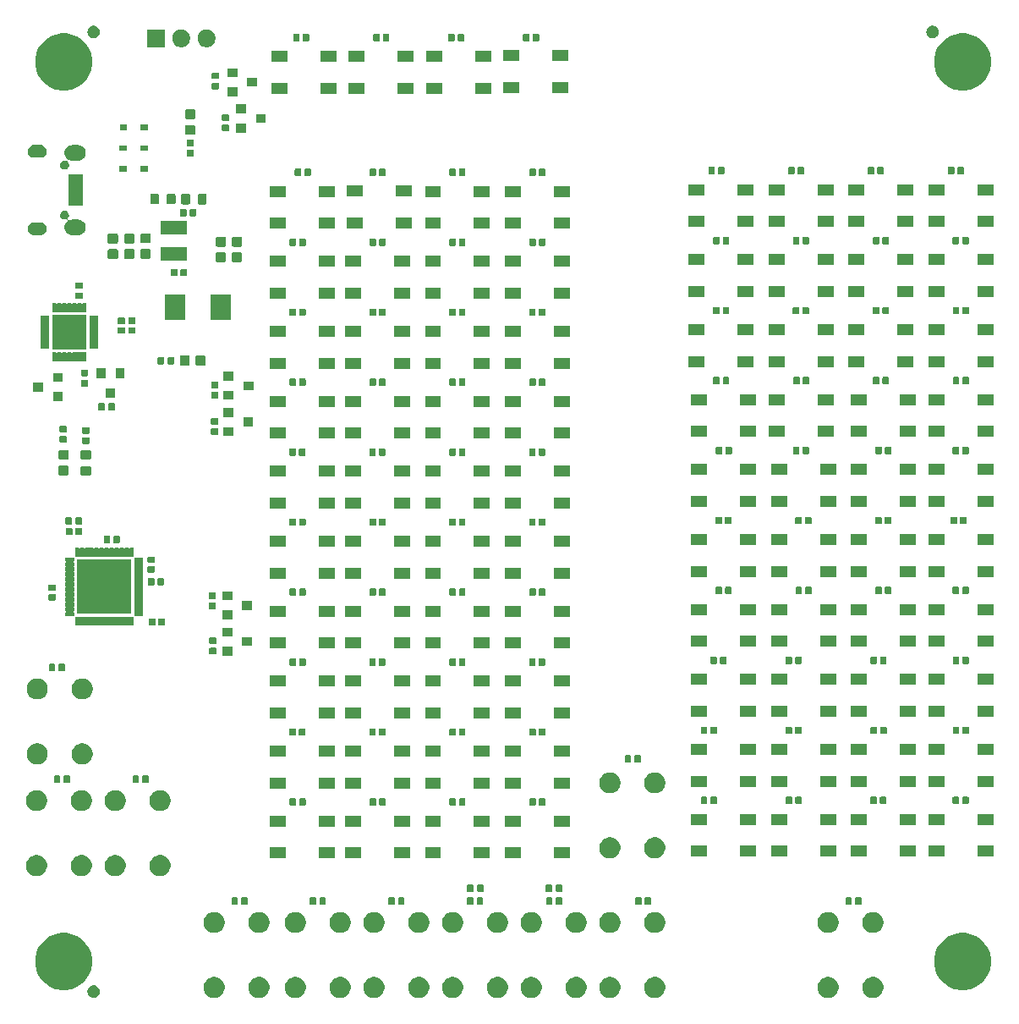
<source format=gbr>
G04 #@! TF.GenerationSoftware,KiCad,Pcbnew,5.1.5+dfsg1-2build2*
G04 #@! TF.CreationDate,2020-11-23T21:05:58+01:00*
G04 #@! TF.ProjectId,Logic_panel_v1,4c6f6769-635f-4706-916e-656c5f76312e,rev?*
G04 #@! TF.SameCoordinates,Original*
G04 #@! TF.FileFunction,Soldermask,Top*
G04 #@! TF.FilePolarity,Negative*
%FSLAX46Y46*%
G04 Gerber Fmt 4.6, Leading zero omitted, Abs format (unit mm)*
G04 Created by KiCad (PCBNEW 5.1.5+dfsg1-2build2) date 2020-11-23 21:05:58*
%MOMM*%
%LPD*%
G04 APERTURE LIST*
%ADD10C,0.350000*%
G04 APERTURE END LIST*
D10*
G36*
X131836565Y-146577390D02*
G01*
X132027834Y-146656616D01*
X132027836Y-146656617D01*
X132199974Y-146771636D01*
X132346366Y-146918028D01*
X132461386Y-147090168D01*
X132540612Y-147281437D01*
X132581001Y-147484485D01*
X132581001Y-147691517D01*
X132540612Y-147894565D01*
X132470945Y-148062756D01*
X132461385Y-148085836D01*
X132346366Y-148257974D01*
X132199974Y-148404366D01*
X132027836Y-148519385D01*
X132027835Y-148519386D01*
X132027834Y-148519386D01*
X131836565Y-148598612D01*
X131633517Y-148639001D01*
X131426485Y-148639001D01*
X131223437Y-148598612D01*
X131032168Y-148519386D01*
X131032167Y-148519386D01*
X131032166Y-148519385D01*
X130860028Y-148404366D01*
X130713636Y-148257974D01*
X130598617Y-148085836D01*
X130589057Y-148062756D01*
X130519390Y-147894565D01*
X130479001Y-147691517D01*
X130479001Y-147484485D01*
X130519390Y-147281437D01*
X130598616Y-147090168D01*
X130713636Y-146918028D01*
X130860028Y-146771636D01*
X131032166Y-146656617D01*
X131032168Y-146656616D01*
X131223437Y-146577390D01*
X131426485Y-146537001D01*
X131633517Y-146537001D01*
X131836565Y-146577390D01*
G37*
G36*
X136336565Y-146577390D02*
G01*
X136527834Y-146656616D01*
X136527836Y-146656617D01*
X136699974Y-146771636D01*
X136846366Y-146918028D01*
X136961386Y-147090168D01*
X137040612Y-147281437D01*
X137081001Y-147484485D01*
X137081001Y-147691517D01*
X137040612Y-147894565D01*
X136970945Y-148062756D01*
X136961385Y-148085836D01*
X136846366Y-148257974D01*
X136699974Y-148404366D01*
X136527836Y-148519385D01*
X136527835Y-148519386D01*
X136527834Y-148519386D01*
X136336565Y-148598612D01*
X136133517Y-148639001D01*
X135926485Y-148639001D01*
X135723437Y-148598612D01*
X135532168Y-148519386D01*
X135532167Y-148519386D01*
X135532166Y-148519385D01*
X135360028Y-148404366D01*
X135213636Y-148257974D01*
X135098617Y-148085836D01*
X135089057Y-148062756D01*
X135019390Y-147894565D01*
X134979001Y-147691517D01*
X134979001Y-147484485D01*
X135019390Y-147281437D01*
X135098616Y-147090168D01*
X135213636Y-146918028D01*
X135360028Y-146771636D01*
X135532166Y-146656617D01*
X135532168Y-146656616D01*
X135723437Y-146577390D01*
X135926485Y-146537001D01*
X136133517Y-146537001D01*
X136336565Y-146577390D01*
G37*
G36*
X74868565Y-146577390D02*
G01*
X75059834Y-146656616D01*
X75059836Y-146656617D01*
X75231974Y-146771636D01*
X75378366Y-146918028D01*
X75493386Y-147090168D01*
X75572612Y-147281437D01*
X75613001Y-147484485D01*
X75613001Y-147691517D01*
X75572612Y-147894565D01*
X75502945Y-148062756D01*
X75493385Y-148085836D01*
X75378366Y-148257974D01*
X75231974Y-148404366D01*
X75059836Y-148519385D01*
X75059835Y-148519386D01*
X75059834Y-148519386D01*
X74868565Y-148598612D01*
X74665517Y-148639001D01*
X74458485Y-148639001D01*
X74255437Y-148598612D01*
X74064168Y-148519386D01*
X74064167Y-148519386D01*
X74064166Y-148519385D01*
X73892028Y-148404366D01*
X73745636Y-148257974D01*
X73630617Y-148085836D01*
X73621057Y-148062756D01*
X73551390Y-147894565D01*
X73511001Y-147691517D01*
X73511001Y-147484485D01*
X73551390Y-147281437D01*
X73630616Y-147090168D01*
X73745636Y-146918028D01*
X73892028Y-146771636D01*
X74064166Y-146656617D01*
X74064168Y-146656616D01*
X74255437Y-146577390D01*
X74458485Y-146537001D01*
X74665517Y-146537001D01*
X74868565Y-146577390D01*
G37*
G36*
X70368565Y-146577390D02*
G01*
X70559834Y-146656616D01*
X70559836Y-146656617D01*
X70731974Y-146771636D01*
X70878366Y-146918028D01*
X70993386Y-147090168D01*
X71072612Y-147281437D01*
X71113001Y-147484485D01*
X71113001Y-147691517D01*
X71072612Y-147894565D01*
X71002945Y-148062756D01*
X70993385Y-148085836D01*
X70878366Y-148257974D01*
X70731974Y-148404366D01*
X70559836Y-148519385D01*
X70559835Y-148519386D01*
X70559834Y-148519386D01*
X70368565Y-148598612D01*
X70165517Y-148639001D01*
X69958485Y-148639001D01*
X69755437Y-148598612D01*
X69564168Y-148519386D01*
X69564167Y-148519386D01*
X69564166Y-148519385D01*
X69392028Y-148404366D01*
X69245636Y-148257974D01*
X69130617Y-148085836D01*
X69121057Y-148062756D01*
X69051390Y-147894565D01*
X69011001Y-147691517D01*
X69011001Y-147484485D01*
X69051390Y-147281437D01*
X69130616Y-147090168D01*
X69245636Y-146918028D01*
X69392028Y-146771636D01*
X69564166Y-146656617D01*
X69564168Y-146656616D01*
X69755437Y-146577390D01*
X69958485Y-146537001D01*
X70165517Y-146537001D01*
X70368565Y-146577390D01*
G37*
G36*
X82996565Y-146577390D02*
G01*
X83187834Y-146656616D01*
X83187836Y-146656617D01*
X83359974Y-146771636D01*
X83506366Y-146918028D01*
X83621386Y-147090168D01*
X83700612Y-147281437D01*
X83741001Y-147484485D01*
X83741001Y-147691517D01*
X83700612Y-147894565D01*
X83630945Y-148062756D01*
X83621385Y-148085836D01*
X83506366Y-148257974D01*
X83359974Y-148404366D01*
X83187836Y-148519385D01*
X83187835Y-148519386D01*
X83187834Y-148519386D01*
X82996565Y-148598612D01*
X82793517Y-148639001D01*
X82586485Y-148639001D01*
X82383437Y-148598612D01*
X82192168Y-148519386D01*
X82192167Y-148519386D01*
X82192166Y-148519385D01*
X82020028Y-148404366D01*
X81873636Y-148257974D01*
X81758617Y-148085836D01*
X81749057Y-148062756D01*
X81679390Y-147894565D01*
X81639001Y-147691517D01*
X81639001Y-147484485D01*
X81679390Y-147281437D01*
X81758616Y-147090168D01*
X81873636Y-146918028D01*
X82020028Y-146771636D01*
X82192166Y-146656617D01*
X82192168Y-146656616D01*
X82383437Y-146577390D01*
X82586485Y-146537001D01*
X82793517Y-146537001D01*
X82996565Y-146577390D01*
G37*
G36*
X78496565Y-146577390D02*
G01*
X78687834Y-146656616D01*
X78687836Y-146656617D01*
X78859974Y-146771636D01*
X79006366Y-146918028D01*
X79121386Y-147090168D01*
X79200612Y-147281437D01*
X79241001Y-147484485D01*
X79241001Y-147691517D01*
X79200612Y-147894565D01*
X79130945Y-148062756D01*
X79121385Y-148085836D01*
X79006366Y-148257974D01*
X78859974Y-148404366D01*
X78687836Y-148519385D01*
X78687835Y-148519386D01*
X78687834Y-148519386D01*
X78496565Y-148598612D01*
X78293517Y-148639001D01*
X78086485Y-148639001D01*
X77883437Y-148598612D01*
X77692168Y-148519386D01*
X77692167Y-148519386D01*
X77692166Y-148519385D01*
X77520028Y-148404366D01*
X77373636Y-148257974D01*
X77258617Y-148085836D01*
X77249057Y-148062756D01*
X77179390Y-147894565D01*
X77139001Y-147691517D01*
X77139001Y-147484485D01*
X77179390Y-147281437D01*
X77258616Y-147090168D01*
X77373636Y-146918028D01*
X77520028Y-146771636D01*
X77692166Y-146656617D01*
X77692168Y-146656616D01*
X77883437Y-146577390D01*
X78086485Y-146537001D01*
X78293517Y-146537001D01*
X78496565Y-146577390D01*
G37*
G36*
X90870565Y-146577390D02*
G01*
X91061834Y-146656616D01*
X91061836Y-146656617D01*
X91233974Y-146771636D01*
X91380366Y-146918028D01*
X91495386Y-147090168D01*
X91574612Y-147281437D01*
X91615001Y-147484485D01*
X91615001Y-147691517D01*
X91574612Y-147894565D01*
X91504945Y-148062756D01*
X91495385Y-148085836D01*
X91380366Y-148257974D01*
X91233974Y-148404366D01*
X91061836Y-148519385D01*
X91061835Y-148519386D01*
X91061834Y-148519386D01*
X90870565Y-148598612D01*
X90667517Y-148639001D01*
X90460485Y-148639001D01*
X90257437Y-148598612D01*
X90066168Y-148519386D01*
X90066167Y-148519386D01*
X90066166Y-148519385D01*
X89894028Y-148404366D01*
X89747636Y-148257974D01*
X89632617Y-148085836D01*
X89623057Y-148062756D01*
X89553390Y-147894565D01*
X89513001Y-147691517D01*
X89513001Y-147484485D01*
X89553390Y-147281437D01*
X89632616Y-147090168D01*
X89747636Y-146918028D01*
X89894028Y-146771636D01*
X90066166Y-146656617D01*
X90066168Y-146656616D01*
X90257437Y-146577390D01*
X90460485Y-146537001D01*
X90667517Y-146537001D01*
X90870565Y-146577390D01*
G37*
G36*
X86370565Y-146577390D02*
G01*
X86561834Y-146656616D01*
X86561836Y-146656617D01*
X86733974Y-146771636D01*
X86880366Y-146918028D01*
X86995386Y-147090168D01*
X87074612Y-147281437D01*
X87115001Y-147484485D01*
X87115001Y-147691517D01*
X87074612Y-147894565D01*
X87004945Y-148062756D01*
X86995385Y-148085836D01*
X86880366Y-148257974D01*
X86733974Y-148404366D01*
X86561836Y-148519385D01*
X86561835Y-148519386D01*
X86561834Y-148519386D01*
X86370565Y-148598612D01*
X86167517Y-148639001D01*
X85960485Y-148639001D01*
X85757437Y-148598612D01*
X85566168Y-148519386D01*
X85566167Y-148519386D01*
X85566166Y-148519385D01*
X85394028Y-148404366D01*
X85247636Y-148257974D01*
X85132617Y-148085836D01*
X85123057Y-148062756D01*
X85053390Y-147894565D01*
X85013001Y-147691517D01*
X85013001Y-147484485D01*
X85053390Y-147281437D01*
X85132616Y-147090168D01*
X85247636Y-146918028D01*
X85394028Y-146771636D01*
X85566166Y-146656617D01*
X85566168Y-146656616D01*
X85757437Y-146577390D01*
X85960485Y-146537001D01*
X86167517Y-146537001D01*
X86370565Y-146577390D01*
G37*
G36*
X94244565Y-146577390D02*
G01*
X94435834Y-146656616D01*
X94435836Y-146656617D01*
X94607974Y-146771636D01*
X94754366Y-146918028D01*
X94869386Y-147090168D01*
X94948612Y-147281437D01*
X94989001Y-147484485D01*
X94989001Y-147691517D01*
X94948612Y-147894565D01*
X94878945Y-148062756D01*
X94869385Y-148085836D01*
X94754366Y-148257974D01*
X94607974Y-148404366D01*
X94435836Y-148519385D01*
X94435835Y-148519386D01*
X94435834Y-148519386D01*
X94244565Y-148598612D01*
X94041517Y-148639001D01*
X93834485Y-148639001D01*
X93631437Y-148598612D01*
X93440168Y-148519386D01*
X93440167Y-148519386D01*
X93440166Y-148519385D01*
X93268028Y-148404366D01*
X93121636Y-148257974D01*
X93006617Y-148085836D01*
X92997057Y-148062756D01*
X92927390Y-147894565D01*
X92887001Y-147691517D01*
X92887001Y-147484485D01*
X92927390Y-147281437D01*
X93006616Y-147090168D01*
X93121636Y-146918028D01*
X93268028Y-146771636D01*
X93440166Y-146656617D01*
X93440168Y-146656616D01*
X93631437Y-146577390D01*
X93834485Y-146537001D01*
X94041517Y-146537001D01*
X94244565Y-146577390D01*
G37*
G36*
X106618565Y-146577390D02*
G01*
X106809834Y-146656616D01*
X106809836Y-146656617D01*
X106981974Y-146771636D01*
X107128366Y-146918028D01*
X107243386Y-147090168D01*
X107322612Y-147281437D01*
X107363001Y-147484485D01*
X107363001Y-147691517D01*
X107322612Y-147894565D01*
X107252945Y-148062756D01*
X107243385Y-148085836D01*
X107128366Y-148257974D01*
X106981974Y-148404366D01*
X106809836Y-148519385D01*
X106809835Y-148519386D01*
X106809834Y-148519386D01*
X106618565Y-148598612D01*
X106415517Y-148639001D01*
X106208485Y-148639001D01*
X106005437Y-148598612D01*
X105814168Y-148519386D01*
X105814167Y-148519386D01*
X105814166Y-148519385D01*
X105642028Y-148404366D01*
X105495636Y-148257974D01*
X105380617Y-148085836D01*
X105371057Y-148062756D01*
X105301390Y-147894565D01*
X105261001Y-147691517D01*
X105261001Y-147484485D01*
X105301390Y-147281437D01*
X105380616Y-147090168D01*
X105495636Y-146918028D01*
X105642028Y-146771636D01*
X105814166Y-146656617D01*
X105814168Y-146656616D01*
X106005437Y-146577390D01*
X106208485Y-146537001D01*
X106415517Y-146537001D01*
X106618565Y-146577390D01*
G37*
G36*
X102118565Y-146577390D02*
G01*
X102309834Y-146656616D01*
X102309836Y-146656617D01*
X102481974Y-146771636D01*
X102628366Y-146918028D01*
X102743386Y-147090168D01*
X102822612Y-147281437D01*
X102863001Y-147484485D01*
X102863001Y-147691517D01*
X102822612Y-147894565D01*
X102752945Y-148062756D01*
X102743385Y-148085836D01*
X102628366Y-148257974D01*
X102481974Y-148404366D01*
X102309836Y-148519385D01*
X102309835Y-148519386D01*
X102309834Y-148519386D01*
X102118565Y-148598612D01*
X101915517Y-148639001D01*
X101708485Y-148639001D01*
X101505437Y-148598612D01*
X101314168Y-148519386D01*
X101314167Y-148519386D01*
X101314166Y-148519385D01*
X101142028Y-148404366D01*
X100995636Y-148257974D01*
X100880617Y-148085836D01*
X100871057Y-148062756D01*
X100801390Y-147894565D01*
X100761001Y-147691517D01*
X100761001Y-147484485D01*
X100801390Y-147281437D01*
X100880616Y-147090168D01*
X100995636Y-146918028D01*
X101142028Y-146771636D01*
X101314166Y-146656617D01*
X101314168Y-146656616D01*
X101505437Y-146577390D01*
X101708485Y-146537001D01*
X101915517Y-146537001D01*
X102118565Y-146577390D01*
G37*
G36*
X114492565Y-146577390D02*
G01*
X114683834Y-146656616D01*
X114683836Y-146656617D01*
X114855974Y-146771636D01*
X115002366Y-146918028D01*
X115117386Y-147090168D01*
X115196612Y-147281437D01*
X115237001Y-147484485D01*
X115237001Y-147691517D01*
X115196612Y-147894565D01*
X115126945Y-148062756D01*
X115117385Y-148085836D01*
X115002366Y-148257974D01*
X114855974Y-148404366D01*
X114683836Y-148519385D01*
X114683835Y-148519386D01*
X114683834Y-148519386D01*
X114492565Y-148598612D01*
X114289517Y-148639001D01*
X114082485Y-148639001D01*
X113879437Y-148598612D01*
X113688168Y-148519386D01*
X113688167Y-148519386D01*
X113688166Y-148519385D01*
X113516028Y-148404366D01*
X113369636Y-148257974D01*
X113254617Y-148085836D01*
X113245057Y-148062756D01*
X113175390Y-147894565D01*
X113135001Y-147691517D01*
X113135001Y-147484485D01*
X113175390Y-147281437D01*
X113254616Y-147090168D01*
X113369636Y-146918028D01*
X113516028Y-146771636D01*
X113688166Y-146656617D01*
X113688168Y-146656616D01*
X113879437Y-146577390D01*
X114082485Y-146537001D01*
X114289517Y-146537001D01*
X114492565Y-146577390D01*
G37*
G36*
X109992565Y-146577390D02*
G01*
X110183834Y-146656616D01*
X110183836Y-146656617D01*
X110355974Y-146771636D01*
X110502366Y-146918028D01*
X110617386Y-147090168D01*
X110696612Y-147281437D01*
X110737001Y-147484485D01*
X110737001Y-147691517D01*
X110696612Y-147894565D01*
X110626945Y-148062756D01*
X110617385Y-148085836D01*
X110502366Y-148257974D01*
X110355974Y-148404366D01*
X110183836Y-148519385D01*
X110183835Y-148519386D01*
X110183834Y-148519386D01*
X109992565Y-148598612D01*
X109789517Y-148639001D01*
X109582485Y-148639001D01*
X109379437Y-148598612D01*
X109188168Y-148519386D01*
X109188167Y-148519386D01*
X109188166Y-148519385D01*
X109016028Y-148404366D01*
X108869636Y-148257974D01*
X108754617Y-148085836D01*
X108745057Y-148062756D01*
X108675390Y-147894565D01*
X108635001Y-147691517D01*
X108635001Y-147484485D01*
X108675390Y-147281437D01*
X108754616Y-147090168D01*
X108869636Y-146918028D01*
X109016028Y-146771636D01*
X109188166Y-146656617D01*
X109188168Y-146656616D01*
X109379437Y-146577390D01*
X109582485Y-146537001D01*
X109789517Y-146537001D01*
X109992565Y-146577390D01*
G37*
G36*
X98744565Y-146577390D02*
G01*
X98935834Y-146656616D01*
X98935836Y-146656617D01*
X99107974Y-146771636D01*
X99254366Y-146918028D01*
X99369386Y-147090168D01*
X99448612Y-147281437D01*
X99489001Y-147484485D01*
X99489001Y-147691517D01*
X99448612Y-147894565D01*
X99378945Y-148062756D01*
X99369385Y-148085836D01*
X99254366Y-148257974D01*
X99107974Y-148404366D01*
X98935836Y-148519385D01*
X98935835Y-148519386D01*
X98935834Y-148519386D01*
X98744565Y-148598612D01*
X98541517Y-148639001D01*
X98334485Y-148639001D01*
X98131437Y-148598612D01*
X97940168Y-148519386D01*
X97940167Y-148519386D01*
X97940166Y-148519385D01*
X97768028Y-148404366D01*
X97621636Y-148257974D01*
X97506617Y-148085836D01*
X97497057Y-148062756D01*
X97427390Y-147894565D01*
X97387001Y-147691517D01*
X97387001Y-147484485D01*
X97427390Y-147281437D01*
X97506616Y-147090168D01*
X97621636Y-146918028D01*
X97768028Y-146771636D01*
X97940166Y-146656617D01*
X97940168Y-146656616D01*
X98131437Y-146577390D01*
X98334485Y-146537001D01*
X98541517Y-146537001D01*
X98744565Y-146577390D01*
G37*
G36*
X58121322Y-147386049D02*
G01*
X58181889Y-147398096D01*
X58238943Y-147421729D01*
X58295997Y-147445361D01*
X58398687Y-147513976D01*
X58486025Y-147601314D01*
X58554640Y-147704004D01*
X58601905Y-147818113D01*
X58626000Y-147939246D01*
X58626000Y-148062756D01*
X58601905Y-148183889D01*
X58554640Y-148297998D01*
X58486025Y-148400688D01*
X58398687Y-148488026D01*
X58295997Y-148556641D01*
X58238943Y-148580273D01*
X58181889Y-148603906D01*
X58121321Y-148615954D01*
X58060755Y-148628001D01*
X57937245Y-148628001D01*
X57876679Y-148615954D01*
X57816111Y-148603906D01*
X57759057Y-148580273D01*
X57702003Y-148556641D01*
X57599313Y-148488026D01*
X57511975Y-148400688D01*
X57443360Y-148297998D01*
X57396095Y-148183889D01*
X57372000Y-148062756D01*
X57372000Y-147939246D01*
X57396095Y-147818113D01*
X57443360Y-147704004D01*
X57511975Y-147601314D01*
X57599313Y-147513976D01*
X57702003Y-147445361D01*
X57759057Y-147421729D01*
X57816111Y-147398096D01*
X57876678Y-147386049D01*
X57937245Y-147374001D01*
X58060755Y-147374001D01*
X58121322Y-147386049D01*
G37*
G36*
X145556203Y-142203782D02*
G01*
X145831607Y-142258563D01*
X146350456Y-142473477D01*
X146817408Y-142785485D01*
X147214517Y-143182594D01*
X147526525Y-143649546D01*
X147741439Y-144168395D01*
X147851001Y-144719202D01*
X147851001Y-145280800D01*
X147741439Y-145831607D01*
X147526525Y-146350456D01*
X147214517Y-146817408D01*
X146817408Y-147214517D01*
X146350456Y-147526525D01*
X145831607Y-147741439D01*
X145556203Y-147796220D01*
X145280801Y-147851001D01*
X144719201Y-147851001D01*
X144443799Y-147796220D01*
X144168395Y-147741439D01*
X143649546Y-147526525D01*
X143182594Y-147214517D01*
X142785485Y-146817408D01*
X142473477Y-146350456D01*
X142258563Y-145831607D01*
X142149001Y-145280800D01*
X142149001Y-144719202D01*
X142258563Y-144168395D01*
X142473477Y-143649546D01*
X142785485Y-143182594D01*
X143182594Y-142785485D01*
X143649546Y-142473477D01*
X144168395Y-142258563D01*
X144443799Y-142203782D01*
X144719201Y-142149001D01*
X145280801Y-142149001D01*
X145556203Y-142203782D01*
G37*
G36*
X55556203Y-142203782D02*
G01*
X55831607Y-142258563D01*
X56350456Y-142473477D01*
X56817408Y-142785485D01*
X57214517Y-143182594D01*
X57526525Y-143649546D01*
X57741439Y-144168395D01*
X57851001Y-144719202D01*
X57851001Y-145280800D01*
X57741439Y-145831607D01*
X57526525Y-146350456D01*
X57214517Y-146817408D01*
X56817408Y-147214517D01*
X56350456Y-147526525D01*
X55831607Y-147741439D01*
X55556203Y-147796220D01*
X55280801Y-147851001D01*
X54719201Y-147851001D01*
X54443799Y-147796220D01*
X54168395Y-147741439D01*
X53649546Y-147526525D01*
X53182594Y-147214517D01*
X52785485Y-146817408D01*
X52473477Y-146350456D01*
X52258563Y-145831607D01*
X52149001Y-145280800D01*
X52149001Y-144719202D01*
X52258563Y-144168395D01*
X52473477Y-143649546D01*
X52785485Y-143182594D01*
X53182594Y-142785485D01*
X53649546Y-142473477D01*
X54168395Y-142258563D01*
X54443799Y-142203782D01*
X54719201Y-142149001D01*
X55280801Y-142149001D01*
X55556203Y-142203782D01*
G37*
G36*
X86370565Y-140077390D02*
G01*
X86561834Y-140156616D01*
X86561836Y-140156617D01*
X86733974Y-140271636D01*
X86880366Y-140418028D01*
X86995386Y-140590168D01*
X87074612Y-140781437D01*
X87115001Y-140984485D01*
X87115001Y-141191517D01*
X87074612Y-141394565D01*
X86995386Y-141585834D01*
X86995385Y-141585836D01*
X86880366Y-141757974D01*
X86733974Y-141904366D01*
X86561836Y-142019385D01*
X86561835Y-142019386D01*
X86561834Y-142019386D01*
X86370565Y-142098612D01*
X86167517Y-142139001D01*
X85960485Y-142139001D01*
X85757437Y-142098612D01*
X85566168Y-142019386D01*
X85566167Y-142019386D01*
X85566166Y-142019385D01*
X85394028Y-141904366D01*
X85247636Y-141757974D01*
X85132617Y-141585836D01*
X85132616Y-141585834D01*
X85053390Y-141394565D01*
X85013001Y-141191517D01*
X85013001Y-140984485D01*
X85053390Y-140781437D01*
X85132616Y-140590168D01*
X85247636Y-140418028D01*
X85394028Y-140271636D01*
X85566166Y-140156617D01*
X85566168Y-140156616D01*
X85757437Y-140077390D01*
X85960485Y-140037001D01*
X86167517Y-140037001D01*
X86370565Y-140077390D01*
G37*
G36*
X131836565Y-140077390D02*
G01*
X132027834Y-140156616D01*
X132027836Y-140156617D01*
X132199974Y-140271636D01*
X132346366Y-140418028D01*
X132461386Y-140590168D01*
X132540612Y-140781437D01*
X132581001Y-140984485D01*
X132581001Y-141191517D01*
X132540612Y-141394565D01*
X132461386Y-141585834D01*
X132461385Y-141585836D01*
X132346366Y-141757974D01*
X132199974Y-141904366D01*
X132027836Y-142019385D01*
X132027835Y-142019386D01*
X132027834Y-142019386D01*
X131836565Y-142098612D01*
X131633517Y-142139001D01*
X131426485Y-142139001D01*
X131223437Y-142098612D01*
X131032168Y-142019386D01*
X131032167Y-142019386D01*
X131032166Y-142019385D01*
X130860028Y-141904366D01*
X130713636Y-141757974D01*
X130598617Y-141585836D01*
X130598616Y-141585834D01*
X130519390Y-141394565D01*
X130479001Y-141191517D01*
X130479001Y-140984485D01*
X130519390Y-140781437D01*
X130598616Y-140590168D01*
X130713636Y-140418028D01*
X130860028Y-140271636D01*
X131032166Y-140156617D01*
X131032168Y-140156616D01*
X131223437Y-140077390D01*
X131426485Y-140037001D01*
X131633517Y-140037001D01*
X131836565Y-140077390D01*
G37*
G36*
X136336565Y-140077390D02*
G01*
X136527834Y-140156616D01*
X136527836Y-140156617D01*
X136699974Y-140271636D01*
X136846366Y-140418028D01*
X136961386Y-140590168D01*
X137040612Y-140781437D01*
X137081001Y-140984485D01*
X137081001Y-141191517D01*
X137040612Y-141394565D01*
X136961386Y-141585834D01*
X136961385Y-141585836D01*
X136846366Y-141757974D01*
X136699974Y-141904366D01*
X136527836Y-142019385D01*
X136527835Y-142019386D01*
X136527834Y-142019386D01*
X136336565Y-142098612D01*
X136133517Y-142139001D01*
X135926485Y-142139001D01*
X135723437Y-142098612D01*
X135532168Y-142019386D01*
X135532167Y-142019386D01*
X135532166Y-142019385D01*
X135360028Y-141904366D01*
X135213636Y-141757974D01*
X135098617Y-141585836D01*
X135098616Y-141585834D01*
X135019390Y-141394565D01*
X134979001Y-141191517D01*
X134979001Y-140984485D01*
X135019390Y-140781437D01*
X135098616Y-140590168D01*
X135213636Y-140418028D01*
X135360028Y-140271636D01*
X135532166Y-140156617D01*
X135532168Y-140156616D01*
X135723437Y-140077390D01*
X135926485Y-140037001D01*
X136133517Y-140037001D01*
X136336565Y-140077390D01*
G37*
G36*
X78496565Y-140077390D02*
G01*
X78687834Y-140156616D01*
X78687836Y-140156617D01*
X78859974Y-140271636D01*
X79006366Y-140418028D01*
X79121386Y-140590168D01*
X79200612Y-140781437D01*
X79241001Y-140984485D01*
X79241001Y-141191517D01*
X79200612Y-141394565D01*
X79121386Y-141585834D01*
X79121385Y-141585836D01*
X79006366Y-141757974D01*
X78859974Y-141904366D01*
X78687836Y-142019385D01*
X78687835Y-142019386D01*
X78687834Y-142019386D01*
X78496565Y-142098612D01*
X78293517Y-142139001D01*
X78086485Y-142139001D01*
X77883437Y-142098612D01*
X77692168Y-142019386D01*
X77692167Y-142019386D01*
X77692166Y-142019385D01*
X77520028Y-141904366D01*
X77373636Y-141757974D01*
X77258617Y-141585836D01*
X77258616Y-141585834D01*
X77179390Y-141394565D01*
X77139001Y-141191517D01*
X77139001Y-140984485D01*
X77179390Y-140781437D01*
X77258616Y-140590168D01*
X77373636Y-140418028D01*
X77520028Y-140271636D01*
X77692166Y-140156617D01*
X77692168Y-140156616D01*
X77883437Y-140077390D01*
X78086485Y-140037001D01*
X78293517Y-140037001D01*
X78496565Y-140077390D01*
G37*
G36*
X74868565Y-140077390D02*
G01*
X75059834Y-140156616D01*
X75059836Y-140156617D01*
X75231974Y-140271636D01*
X75378366Y-140418028D01*
X75493386Y-140590168D01*
X75572612Y-140781437D01*
X75613001Y-140984485D01*
X75613001Y-141191517D01*
X75572612Y-141394565D01*
X75493386Y-141585834D01*
X75493385Y-141585836D01*
X75378366Y-141757974D01*
X75231974Y-141904366D01*
X75059836Y-142019385D01*
X75059835Y-142019386D01*
X75059834Y-142019386D01*
X74868565Y-142098612D01*
X74665517Y-142139001D01*
X74458485Y-142139001D01*
X74255437Y-142098612D01*
X74064168Y-142019386D01*
X74064167Y-142019386D01*
X74064166Y-142019385D01*
X73892028Y-141904366D01*
X73745636Y-141757974D01*
X73630617Y-141585836D01*
X73630616Y-141585834D01*
X73551390Y-141394565D01*
X73511001Y-141191517D01*
X73511001Y-140984485D01*
X73551390Y-140781437D01*
X73630616Y-140590168D01*
X73745636Y-140418028D01*
X73892028Y-140271636D01*
X74064166Y-140156617D01*
X74064168Y-140156616D01*
X74255437Y-140077390D01*
X74458485Y-140037001D01*
X74665517Y-140037001D01*
X74868565Y-140077390D01*
G37*
G36*
X70368565Y-140077390D02*
G01*
X70559834Y-140156616D01*
X70559836Y-140156617D01*
X70731974Y-140271636D01*
X70878366Y-140418028D01*
X70993386Y-140590168D01*
X71072612Y-140781437D01*
X71113001Y-140984485D01*
X71113001Y-141191517D01*
X71072612Y-141394565D01*
X70993386Y-141585834D01*
X70993385Y-141585836D01*
X70878366Y-141757974D01*
X70731974Y-141904366D01*
X70559836Y-142019385D01*
X70559835Y-142019386D01*
X70559834Y-142019386D01*
X70368565Y-142098612D01*
X70165517Y-142139001D01*
X69958485Y-142139001D01*
X69755437Y-142098612D01*
X69564168Y-142019386D01*
X69564167Y-142019386D01*
X69564166Y-142019385D01*
X69392028Y-141904366D01*
X69245636Y-141757974D01*
X69130617Y-141585836D01*
X69130616Y-141585834D01*
X69051390Y-141394565D01*
X69011001Y-141191517D01*
X69011001Y-140984485D01*
X69051390Y-140781437D01*
X69130616Y-140590168D01*
X69245636Y-140418028D01*
X69392028Y-140271636D01*
X69564166Y-140156617D01*
X69564168Y-140156616D01*
X69755437Y-140077390D01*
X69958485Y-140037001D01*
X70165517Y-140037001D01*
X70368565Y-140077390D01*
G37*
G36*
X109992565Y-140077390D02*
G01*
X110183834Y-140156616D01*
X110183836Y-140156617D01*
X110355974Y-140271636D01*
X110502366Y-140418028D01*
X110617386Y-140590168D01*
X110696612Y-140781437D01*
X110737001Y-140984485D01*
X110737001Y-141191517D01*
X110696612Y-141394565D01*
X110617386Y-141585834D01*
X110617385Y-141585836D01*
X110502366Y-141757974D01*
X110355974Y-141904366D01*
X110183836Y-142019385D01*
X110183835Y-142019386D01*
X110183834Y-142019386D01*
X109992565Y-142098612D01*
X109789517Y-142139001D01*
X109582485Y-142139001D01*
X109379437Y-142098612D01*
X109188168Y-142019386D01*
X109188167Y-142019386D01*
X109188166Y-142019385D01*
X109016028Y-141904366D01*
X108869636Y-141757974D01*
X108754617Y-141585836D01*
X108754616Y-141585834D01*
X108675390Y-141394565D01*
X108635001Y-141191517D01*
X108635001Y-140984485D01*
X108675390Y-140781437D01*
X108754616Y-140590168D01*
X108869636Y-140418028D01*
X109016028Y-140271636D01*
X109188166Y-140156617D01*
X109188168Y-140156616D01*
X109379437Y-140077390D01*
X109582485Y-140037001D01*
X109789517Y-140037001D01*
X109992565Y-140077390D01*
G37*
G36*
X114492565Y-140077390D02*
G01*
X114683834Y-140156616D01*
X114683836Y-140156617D01*
X114855974Y-140271636D01*
X115002366Y-140418028D01*
X115117386Y-140590168D01*
X115196612Y-140781437D01*
X115237001Y-140984485D01*
X115237001Y-141191517D01*
X115196612Y-141394565D01*
X115117386Y-141585834D01*
X115117385Y-141585836D01*
X115002366Y-141757974D01*
X114855974Y-141904366D01*
X114683836Y-142019385D01*
X114683835Y-142019386D01*
X114683834Y-142019386D01*
X114492565Y-142098612D01*
X114289517Y-142139001D01*
X114082485Y-142139001D01*
X113879437Y-142098612D01*
X113688168Y-142019386D01*
X113688167Y-142019386D01*
X113688166Y-142019385D01*
X113516028Y-141904366D01*
X113369636Y-141757974D01*
X113254617Y-141585836D01*
X113254616Y-141585834D01*
X113175390Y-141394565D01*
X113135001Y-141191517D01*
X113135001Y-140984485D01*
X113175390Y-140781437D01*
X113254616Y-140590168D01*
X113369636Y-140418028D01*
X113516028Y-140271636D01*
X113688166Y-140156617D01*
X113688168Y-140156616D01*
X113879437Y-140077390D01*
X114082485Y-140037001D01*
X114289517Y-140037001D01*
X114492565Y-140077390D01*
G37*
G36*
X90870565Y-140077390D02*
G01*
X91061834Y-140156616D01*
X91061836Y-140156617D01*
X91233974Y-140271636D01*
X91380366Y-140418028D01*
X91495386Y-140590168D01*
X91574612Y-140781437D01*
X91615001Y-140984485D01*
X91615001Y-141191517D01*
X91574612Y-141394565D01*
X91495386Y-141585834D01*
X91495385Y-141585836D01*
X91380366Y-141757974D01*
X91233974Y-141904366D01*
X91061836Y-142019385D01*
X91061835Y-142019386D01*
X91061834Y-142019386D01*
X90870565Y-142098612D01*
X90667517Y-142139001D01*
X90460485Y-142139001D01*
X90257437Y-142098612D01*
X90066168Y-142019386D01*
X90066167Y-142019386D01*
X90066166Y-142019385D01*
X89894028Y-141904366D01*
X89747636Y-141757974D01*
X89632617Y-141585836D01*
X89632616Y-141585834D01*
X89553390Y-141394565D01*
X89513001Y-141191517D01*
X89513001Y-140984485D01*
X89553390Y-140781437D01*
X89632616Y-140590168D01*
X89747636Y-140418028D01*
X89894028Y-140271636D01*
X90066166Y-140156617D01*
X90066168Y-140156616D01*
X90257437Y-140077390D01*
X90460485Y-140037001D01*
X90667517Y-140037001D01*
X90870565Y-140077390D01*
G37*
G36*
X102118565Y-140077390D02*
G01*
X102309834Y-140156616D01*
X102309836Y-140156617D01*
X102481974Y-140271636D01*
X102628366Y-140418028D01*
X102743386Y-140590168D01*
X102822612Y-140781437D01*
X102863001Y-140984485D01*
X102863001Y-141191517D01*
X102822612Y-141394565D01*
X102743386Y-141585834D01*
X102743385Y-141585836D01*
X102628366Y-141757974D01*
X102481974Y-141904366D01*
X102309836Y-142019385D01*
X102309835Y-142019386D01*
X102309834Y-142019386D01*
X102118565Y-142098612D01*
X101915517Y-142139001D01*
X101708485Y-142139001D01*
X101505437Y-142098612D01*
X101314168Y-142019386D01*
X101314167Y-142019386D01*
X101314166Y-142019385D01*
X101142028Y-141904366D01*
X100995636Y-141757974D01*
X100880617Y-141585836D01*
X100880616Y-141585834D01*
X100801390Y-141394565D01*
X100761001Y-141191517D01*
X100761001Y-140984485D01*
X100801390Y-140781437D01*
X100880616Y-140590168D01*
X100995636Y-140418028D01*
X101142028Y-140271636D01*
X101314166Y-140156617D01*
X101314168Y-140156616D01*
X101505437Y-140077390D01*
X101708485Y-140037001D01*
X101915517Y-140037001D01*
X102118565Y-140077390D01*
G37*
G36*
X106618565Y-140077390D02*
G01*
X106809834Y-140156616D01*
X106809836Y-140156617D01*
X106981974Y-140271636D01*
X107128366Y-140418028D01*
X107243386Y-140590168D01*
X107322612Y-140781437D01*
X107363001Y-140984485D01*
X107363001Y-141191517D01*
X107322612Y-141394565D01*
X107243386Y-141585834D01*
X107243385Y-141585836D01*
X107128366Y-141757974D01*
X106981974Y-141904366D01*
X106809836Y-142019385D01*
X106809835Y-142019386D01*
X106809834Y-142019386D01*
X106618565Y-142098612D01*
X106415517Y-142139001D01*
X106208485Y-142139001D01*
X106005437Y-142098612D01*
X105814168Y-142019386D01*
X105814167Y-142019386D01*
X105814166Y-142019385D01*
X105642028Y-141904366D01*
X105495636Y-141757974D01*
X105380617Y-141585836D01*
X105380616Y-141585834D01*
X105301390Y-141394565D01*
X105261001Y-141191517D01*
X105261001Y-140984485D01*
X105301390Y-140781437D01*
X105380616Y-140590168D01*
X105495636Y-140418028D01*
X105642028Y-140271636D01*
X105814166Y-140156617D01*
X105814168Y-140156616D01*
X106005437Y-140077390D01*
X106208485Y-140037001D01*
X106415517Y-140037001D01*
X106618565Y-140077390D01*
G37*
G36*
X98744565Y-140077390D02*
G01*
X98935834Y-140156616D01*
X98935836Y-140156617D01*
X99107974Y-140271636D01*
X99254366Y-140418028D01*
X99369386Y-140590168D01*
X99448612Y-140781437D01*
X99489001Y-140984485D01*
X99489001Y-141191517D01*
X99448612Y-141394565D01*
X99369386Y-141585834D01*
X99369385Y-141585836D01*
X99254366Y-141757974D01*
X99107974Y-141904366D01*
X98935836Y-142019385D01*
X98935835Y-142019386D01*
X98935834Y-142019386D01*
X98744565Y-142098612D01*
X98541517Y-142139001D01*
X98334485Y-142139001D01*
X98131437Y-142098612D01*
X97940168Y-142019386D01*
X97940167Y-142019386D01*
X97940166Y-142019385D01*
X97768028Y-141904366D01*
X97621636Y-141757974D01*
X97506617Y-141585836D01*
X97506616Y-141585834D01*
X97427390Y-141394565D01*
X97387001Y-141191517D01*
X97387001Y-140984485D01*
X97427390Y-140781437D01*
X97506616Y-140590168D01*
X97621636Y-140418028D01*
X97768028Y-140271636D01*
X97940166Y-140156617D01*
X97940168Y-140156616D01*
X98131437Y-140077390D01*
X98334485Y-140037001D01*
X98541517Y-140037001D01*
X98744565Y-140077390D01*
G37*
G36*
X94244565Y-140077390D02*
G01*
X94435834Y-140156616D01*
X94435836Y-140156617D01*
X94607974Y-140271636D01*
X94754366Y-140418028D01*
X94869386Y-140590168D01*
X94948612Y-140781437D01*
X94989001Y-140984485D01*
X94989001Y-141191517D01*
X94948612Y-141394565D01*
X94869386Y-141585834D01*
X94869385Y-141585836D01*
X94754366Y-141757974D01*
X94607974Y-141904366D01*
X94435836Y-142019385D01*
X94435835Y-142019386D01*
X94435834Y-142019386D01*
X94244565Y-142098612D01*
X94041517Y-142139001D01*
X93834485Y-142139001D01*
X93631437Y-142098612D01*
X93440168Y-142019386D01*
X93440167Y-142019386D01*
X93440166Y-142019385D01*
X93268028Y-141904366D01*
X93121636Y-141757974D01*
X93006617Y-141585836D01*
X93006616Y-141585834D01*
X92927390Y-141394565D01*
X92887001Y-141191517D01*
X92887001Y-140984485D01*
X92927390Y-140781437D01*
X93006616Y-140590168D01*
X93121636Y-140418028D01*
X93268028Y-140271636D01*
X93440166Y-140156617D01*
X93440168Y-140156616D01*
X93631437Y-140077390D01*
X93834485Y-140037001D01*
X94041517Y-140037001D01*
X94244565Y-140077390D01*
G37*
G36*
X82996565Y-140077390D02*
G01*
X83187834Y-140156616D01*
X83187836Y-140156617D01*
X83359974Y-140271636D01*
X83506366Y-140418028D01*
X83621386Y-140590168D01*
X83700612Y-140781437D01*
X83741001Y-140984485D01*
X83741001Y-141191517D01*
X83700612Y-141394565D01*
X83621386Y-141585834D01*
X83621385Y-141585836D01*
X83506366Y-141757974D01*
X83359974Y-141904366D01*
X83187836Y-142019385D01*
X83187835Y-142019386D01*
X83187834Y-142019386D01*
X82996565Y-142098612D01*
X82793517Y-142139001D01*
X82586485Y-142139001D01*
X82383437Y-142098612D01*
X82192168Y-142019386D01*
X82192167Y-142019386D01*
X82192166Y-142019385D01*
X82020028Y-141904366D01*
X81873636Y-141757974D01*
X81758617Y-141585836D01*
X81758616Y-141585834D01*
X81679390Y-141394565D01*
X81639001Y-141191517D01*
X81639001Y-140984485D01*
X81679390Y-140781437D01*
X81758616Y-140590168D01*
X81873636Y-140418028D01*
X82020028Y-140271636D01*
X82192166Y-140156617D01*
X82192168Y-140156616D01*
X82383437Y-140077390D01*
X82586485Y-140037001D01*
X82793517Y-140037001D01*
X82996565Y-140077390D01*
G37*
G36*
X104825977Y-138593573D02*
G01*
X104845182Y-138599399D01*
X104862894Y-138608866D01*
X104878406Y-138621596D01*
X104891136Y-138637108D01*
X104900603Y-138654820D01*
X104906429Y-138674025D01*
X104909001Y-138700141D01*
X104909001Y-139203861D01*
X104906429Y-139229977D01*
X104900603Y-139249182D01*
X104891136Y-139266894D01*
X104878406Y-139282406D01*
X104862894Y-139295136D01*
X104845182Y-139304603D01*
X104825977Y-139310429D01*
X104799861Y-139313001D01*
X104356141Y-139313001D01*
X104330025Y-139310429D01*
X104310820Y-139304603D01*
X104293108Y-139295136D01*
X104277596Y-139282406D01*
X104264866Y-139266894D01*
X104255399Y-139249182D01*
X104249573Y-139229977D01*
X104247001Y-139203861D01*
X104247001Y-138700141D01*
X104249573Y-138674025D01*
X104255399Y-138654820D01*
X104264866Y-138637108D01*
X104277596Y-138621596D01*
X104293108Y-138608866D01*
X104310820Y-138599399D01*
X104330025Y-138593573D01*
X104356141Y-138591001D01*
X104799861Y-138591001D01*
X104825977Y-138593573D01*
G37*
G36*
X81175977Y-138593573D02*
G01*
X81195182Y-138599399D01*
X81212894Y-138608866D01*
X81228406Y-138621596D01*
X81241136Y-138637108D01*
X81250603Y-138654820D01*
X81256429Y-138674025D01*
X81259001Y-138700141D01*
X81259001Y-139203861D01*
X81256429Y-139229977D01*
X81250603Y-139249182D01*
X81241136Y-139266894D01*
X81228406Y-139282406D01*
X81212894Y-139295136D01*
X81195182Y-139304603D01*
X81175977Y-139310429D01*
X81149861Y-139313001D01*
X80706141Y-139313001D01*
X80680025Y-139310429D01*
X80660820Y-139304603D01*
X80643108Y-139295136D01*
X80627596Y-139282406D01*
X80614866Y-139266894D01*
X80605399Y-139249182D01*
X80599573Y-139229977D01*
X80597001Y-139203861D01*
X80597001Y-138700141D01*
X80599573Y-138674025D01*
X80605399Y-138654820D01*
X80614866Y-138637108D01*
X80627596Y-138621596D01*
X80643108Y-138608866D01*
X80660820Y-138599399D01*
X80680025Y-138593573D01*
X80706141Y-138591001D01*
X81149861Y-138591001D01*
X81175977Y-138593573D01*
G37*
G36*
X80215977Y-138593573D02*
G01*
X80235182Y-138599399D01*
X80252894Y-138608866D01*
X80268406Y-138621596D01*
X80281136Y-138637108D01*
X80290603Y-138654820D01*
X80296429Y-138674025D01*
X80299001Y-138700141D01*
X80299001Y-139203861D01*
X80296429Y-139229977D01*
X80290603Y-139249182D01*
X80281136Y-139266894D01*
X80268406Y-139282406D01*
X80252894Y-139295136D01*
X80235182Y-139304603D01*
X80215977Y-139310429D01*
X80189861Y-139313001D01*
X79746141Y-139313001D01*
X79720025Y-139310429D01*
X79700820Y-139304603D01*
X79683108Y-139295136D01*
X79667596Y-139282406D01*
X79654866Y-139266894D01*
X79645399Y-139249182D01*
X79639573Y-139229977D01*
X79637001Y-139203861D01*
X79637001Y-138700141D01*
X79639573Y-138674025D01*
X79645399Y-138654820D01*
X79654866Y-138637108D01*
X79667596Y-138621596D01*
X79683108Y-138608866D01*
X79700820Y-138599399D01*
X79720025Y-138593573D01*
X79746141Y-138591001D01*
X80189861Y-138591001D01*
X80215977Y-138593573D01*
G37*
G36*
X89049977Y-138593573D02*
G01*
X89069182Y-138599399D01*
X89086894Y-138608866D01*
X89102406Y-138621596D01*
X89115136Y-138637108D01*
X89124603Y-138654820D01*
X89130429Y-138674025D01*
X89133001Y-138700141D01*
X89133001Y-139203861D01*
X89130429Y-139229977D01*
X89124603Y-139249182D01*
X89115136Y-139266894D01*
X89102406Y-139282406D01*
X89086894Y-139295136D01*
X89069182Y-139304603D01*
X89049977Y-139310429D01*
X89023861Y-139313001D01*
X88580141Y-139313001D01*
X88554025Y-139310429D01*
X88534820Y-139304603D01*
X88517108Y-139295136D01*
X88501596Y-139282406D01*
X88488866Y-139266894D01*
X88479399Y-139249182D01*
X88473573Y-139229977D01*
X88471001Y-139203861D01*
X88471001Y-138700141D01*
X88473573Y-138674025D01*
X88479399Y-138654820D01*
X88488866Y-138637108D01*
X88501596Y-138621596D01*
X88517108Y-138608866D01*
X88534820Y-138599399D01*
X88554025Y-138593573D01*
X88580141Y-138591001D01*
X89023861Y-138591001D01*
X89049977Y-138593573D01*
G37*
G36*
X88089977Y-138593573D02*
G01*
X88109182Y-138599399D01*
X88126894Y-138608866D01*
X88142406Y-138621596D01*
X88155136Y-138637108D01*
X88164603Y-138654820D01*
X88170429Y-138674025D01*
X88173001Y-138700141D01*
X88173001Y-139203861D01*
X88170429Y-139229977D01*
X88164603Y-139249182D01*
X88155136Y-139266894D01*
X88142406Y-139282406D01*
X88126894Y-139295136D01*
X88109182Y-139304603D01*
X88089977Y-139310429D01*
X88063861Y-139313001D01*
X87620141Y-139313001D01*
X87594025Y-139310429D01*
X87574820Y-139304603D01*
X87557108Y-139295136D01*
X87541596Y-139282406D01*
X87528866Y-139266894D01*
X87519399Y-139249182D01*
X87513573Y-139229977D01*
X87511001Y-139203861D01*
X87511001Y-138700141D01*
X87513573Y-138674025D01*
X87519399Y-138654820D01*
X87528866Y-138637108D01*
X87541596Y-138621596D01*
X87557108Y-138608866D01*
X87574820Y-138599399D01*
X87594025Y-138593573D01*
X87620141Y-138591001D01*
X88063861Y-138591001D01*
X88089977Y-138593573D01*
G37*
G36*
X73329977Y-138593573D02*
G01*
X73349182Y-138599399D01*
X73366894Y-138608866D01*
X73382406Y-138621596D01*
X73395136Y-138637108D01*
X73404603Y-138654820D01*
X73410429Y-138674025D01*
X73413001Y-138700141D01*
X73413001Y-139203861D01*
X73410429Y-139229977D01*
X73404603Y-139249182D01*
X73395136Y-139266894D01*
X73382406Y-139282406D01*
X73366894Y-139295136D01*
X73349182Y-139304603D01*
X73329977Y-139310429D01*
X73303861Y-139313001D01*
X72860141Y-139313001D01*
X72834025Y-139310429D01*
X72814820Y-139304603D01*
X72797108Y-139295136D01*
X72781596Y-139282406D01*
X72768866Y-139266894D01*
X72759399Y-139249182D01*
X72753573Y-139229977D01*
X72751001Y-139203861D01*
X72751001Y-138700141D01*
X72753573Y-138674025D01*
X72759399Y-138654820D01*
X72768866Y-138637108D01*
X72781596Y-138621596D01*
X72797108Y-138608866D01*
X72814820Y-138599399D01*
X72834025Y-138593573D01*
X72860141Y-138591001D01*
X73303861Y-138591001D01*
X73329977Y-138593573D01*
G37*
G36*
X72369977Y-138593573D02*
G01*
X72389182Y-138599399D01*
X72406894Y-138608866D01*
X72422406Y-138621596D01*
X72435136Y-138637108D01*
X72444603Y-138654820D01*
X72450429Y-138674025D01*
X72453001Y-138700141D01*
X72453001Y-139203861D01*
X72450429Y-139229977D01*
X72444603Y-139249182D01*
X72435136Y-139266894D01*
X72422406Y-139282406D01*
X72406894Y-139295136D01*
X72389182Y-139304603D01*
X72369977Y-139310429D01*
X72343861Y-139313001D01*
X71900141Y-139313001D01*
X71874025Y-139310429D01*
X71854820Y-139304603D01*
X71837108Y-139295136D01*
X71821596Y-139282406D01*
X71808866Y-139266894D01*
X71799399Y-139249182D01*
X71793573Y-139229977D01*
X71791001Y-139203861D01*
X71791001Y-138700141D01*
X71793573Y-138674025D01*
X71799399Y-138654820D01*
X71808866Y-138637108D01*
X71821596Y-138621596D01*
X71837108Y-138608866D01*
X71854820Y-138599399D01*
X71874025Y-138593573D01*
X71900141Y-138591001D01*
X72343861Y-138591001D01*
X72369977Y-138593573D01*
G37*
G36*
X134797977Y-138593573D02*
G01*
X134817182Y-138599399D01*
X134834894Y-138608866D01*
X134850406Y-138621596D01*
X134863136Y-138637108D01*
X134872603Y-138654820D01*
X134878429Y-138674025D01*
X134881001Y-138700141D01*
X134881001Y-139203861D01*
X134878429Y-139229977D01*
X134872603Y-139249182D01*
X134863136Y-139266894D01*
X134850406Y-139282406D01*
X134834894Y-139295136D01*
X134817182Y-139304603D01*
X134797977Y-139310429D01*
X134771861Y-139313001D01*
X134328141Y-139313001D01*
X134302025Y-139310429D01*
X134282820Y-139304603D01*
X134265108Y-139295136D01*
X134249596Y-139282406D01*
X134236866Y-139266894D01*
X134227399Y-139249182D01*
X134221573Y-139229977D01*
X134219001Y-139203861D01*
X134219001Y-138700141D01*
X134221573Y-138674025D01*
X134227399Y-138654820D01*
X134236866Y-138637108D01*
X134249596Y-138621596D01*
X134265108Y-138608866D01*
X134282820Y-138599399D01*
X134302025Y-138593573D01*
X134328141Y-138591001D01*
X134771861Y-138591001D01*
X134797977Y-138593573D01*
G37*
G36*
X112783977Y-138593573D02*
G01*
X112803182Y-138599399D01*
X112820894Y-138608866D01*
X112836406Y-138621596D01*
X112849136Y-138637108D01*
X112858603Y-138654820D01*
X112864429Y-138674025D01*
X112867001Y-138700141D01*
X112867001Y-139203861D01*
X112864429Y-139229977D01*
X112858603Y-139249182D01*
X112849136Y-139266894D01*
X112836406Y-139282406D01*
X112820894Y-139295136D01*
X112803182Y-139304603D01*
X112783977Y-139310429D01*
X112757861Y-139313001D01*
X112314141Y-139313001D01*
X112288025Y-139310429D01*
X112268820Y-139304603D01*
X112251108Y-139295136D01*
X112235596Y-139282406D01*
X112222866Y-139266894D01*
X112213399Y-139249182D01*
X112207573Y-139229977D01*
X112205001Y-139203861D01*
X112205001Y-138700141D01*
X112207573Y-138674025D01*
X112213399Y-138654820D01*
X112222866Y-138637108D01*
X112235596Y-138621596D01*
X112251108Y-138608866D01*
X112268820Y-138599399D01*
X112288025Y-138593573D01*
X112314141Y-138591001D01*
X112757861Y-138591001D01*
X112783977Y-138593573D01*
G37*
G36*
X113743977Y-138593573D02*
G01*
X113763182Y-138599399D01*
X113780894Y-138608866D01*
X113796406Y-138621596D01*
X113809136Y-138637108D01*
X113818603Y-138654820D01*
X113824429Y-138674025D01*
X113827001Y-138700141D01*
X113827001Y-139203861D01*
X113824429Y-139229977D01*
X113818603Y-139249182D01*
X113809136Y-139266894D01*
X113796406Y-139282406D01*
X113780894Y-139295136D01*
X113763182Y-139304603D01*
X113743977Y-139310429D01*
X113717861Y-139313001D01*
X113274141Y-139313001D01*
X113248025Y-139310429D01*
X113228820Y-139304603D01*
X113211108Y-139295136D01*
X113195596Y-139282406D01*
X113182866Y-139266894D01*
X113173399Y-139249182D01*
X113167573Y-139229977D01*
X113165001Y-139203861D01*
X113165001Y-138700141D01*
X113167573Y-138674025D01*
X113173399Y-138654820D01*
X113182866Y-138637108D01*
X113195596Y-138621596D01*
X113211108Y-138608866D01*
X113228820Y-138599399D01*
X113248025Y-138593573D01*
X113274141Y-138591001D01*
X113717861Y-138591001D01*
X113743977Y-138593573D01*
G37*
G36*
X96923977Y-138593573D02*
G01*
X96943182Y-138599399D01*
X96960894Y-138608866D01*
X96976406Y-138621596D01*
X96989136Y-138637108D01*
X96998603Y-138654820D01*
X97004429Y-138674025D01*
X97007001Y-138700141D01*
X97007001Y-139203861D01*
X97004429Y-139229977D01*
X96998603Y-139249182D01*
X96989136Y-139266894D01*
X96976406Y-139282406D01*
X96960894Y-139295136D01*
X96943182Y-139304603D01*
X96923977Y-139310429D01*
X96897861Y-139313001D01*
X96454141Y-139313001D01*
X96428025Y-139310429D01*
X96408820Y-139304603D01*
X96391108Y-139295136D01*
X96375596Y-139282406D01*
X96362866Y-139266894D01*
X96353399Y-139249182D01*
X96347573Y-139229977D01*
X96345001Y-139203861D01*
X96345001Y-138700141D01*
X96347573Y-138674025D01*
X96353399Y-138654820D01*
X96362866Y-138637108D01*
X96375596Y-138621596D01*
X96391108Y-138608866D01*
X96408820Y-138599399D01*
X96428025Y-138593573D01*
X96454141Y-138591001D01*
X96897861Y-138591001D01*
X96923977Y-138593573D01*
G37*
G36*
X103865977Y-138593573D02*
G01*
X103885182Y-138599399D01*
X103902894Y-138608866D01*
X103918406Y-138621596D01*
X103931136Y-138637108D01*
X103940603Y-138654820D01*
X103946429Y-138674025D01*
X103949001Y-138700141D01*
X103949001Y-139203861D01*
X103946429Y-139229977D01*
X103940603Y-139249182D01*
X103931136Y-139266894D01*
X103918406Y-139282406D01*
X103902894Y-139295136D01*
X103885182Y-139304603D01*
X103865977Y-139310429D01*
X103839861Y-139313001D01*
X103396141Y-139313001D01*
X103370025Y-139310429D01*
X103350820Y-139304603D01*
X103333108Y-139295136D01*
X103317596Y-139282406D01*
X103304866Y-139266894D01*
X103295399Y-139249182D01*
X103289573Y-139229977D01*
X103287001Y-139203861D01*
X103287001Y-138700141D01*
X103289573Y-138674025D01*
X103295399Y-138654820D01*
X103304866Y-138637108D01*
X103317596Y-138621596D01*
X103333108Y-138608866D01*
X103350820Y-138599399D01*
X103370025Y-138593573D01*
X103396141Y-138591001D01*
X103839861Y-138591001D01*
X103865977Y-138593573D01*
G37*
G36*
X95963977Y-138593573D02*
G01*
X95983182Y-138599399D01*
X96000894Y-138608866D01*
X96016406Y-138621596D01*
X96029136Y-138637108D01*
X96038603Y-138654820D01*
X96044429Y-138674025D01*
X96047001Y-138700141D01*
X96047001Y-139203861D01*
X96044429Y-139229977D01*
X96038603Y-139249182D01*
X96029136Y-139266894D01*
X96016406Y-139282406D01*
X96000894Y-139295136D01*
X95983182Y-139304603D01*
X95963977Y-139310429D01*
X95937861Y-139313001D01*
X95494141Y-139313001D01*
X95468025Y-139310429D01*
X95448820Y-139304603D01*
X95431108Y-139295136D01*
X95415596Y-139282406D01*
X95402866Y-139266894D01*
X95393399Y-139249182D01*
X95387573Y-139229977D01*
X95385001Y-139203861D01*
X95385001Y-138700141D01*
X95387573Y-138674025D01*
X95393399Y-138654820D01*
X95402866Y-138637108D01*
X95415596Y-138621596D01*
X95431108Y-138608866D01*
X95448820Y-138599399D01*
X95468025Y-138593573D01*
X95494141Y-138591001D01*
X95937861Y-138591001D01*
X95963977Y-138593573D01*
G37*
G36*
X133837977Y-138593573D02*
G01*
X133857182Y-138599399D01*
X133874894Y-138608866D01*
X133890406Y-138621596D01*
X133903136Y-138637108D01*
X133912603Y-138654820D01*
X133918429Y-138674025D01*
X133921001Y-138700141D01*
X133921001Y-139203861D01*
X133918429Y-139229977D01*
X133912603Y-139249182D01*
X133903136Y-139266894D01*
X133890406Y-139282406D01*
X133874894Y-139295136D01*
X133857182Y-139304603D01*
X133837977Y-139310429D01*
X133811861Y-139313001D01*
X133368141Y-139313001D01*
X133342025Y-139310429D01*
X133322820Y-139304603D01*
X133305108Y-139295136D01*
X133289596Y-139282406D01*
X133276866Y-139266894D01*
X133267399Y-139249182D01*
X133261573Y-139229977D01*
X133259001Y-139203861D01*
X133259001Y-138700141D01*
X133261573Y-138674025D01*
X133267399Y-138654820D01*
X133276866Y-138637108D01*
X133289596Y-138621596D01*
X133305108Y-138608866D01*
X133322820Y-138599399D01*
X133342025Y-138593573D01*
X133368141Y-138591001D01*
X133811861Y-138591001D01*
X133837977Y-138593573D01*
G37*
G36*
X103829998Y-137313477D02*
G01*
X103848275Y-137319021D01*
X103865109Y-137328019D01*
X103879869Y-137340133D01*
X103891983Y-137354893D01*
X103900981Y-137371727D01*
X103906525Y-137390004D01*
X103909001Y-137415141D01*
X103909001Y-137948861D01*
X103906525Y-137973998D01*
X103900981Y-137992275D01*
X103891983Y-138009109D01*
X103879869Y-138023869D01*
X103865109Y-138035983D01*
X103848275Y-138044981D01*
X103829998Y-138050525D01*
X103804861Y-138053001D01*
X103371141Y-138053001D01*
X103346004Y-138050525D01*
X103327727Y-138044981D01*
X103310893Y-138035983D01*
X103296133Y-138023869D01*
X103284019Y-138009109D01*
X103275021Y-137992275D01*
X103269477Y-137973998D01*
X103267001Y-137948861D01*
X103267001Y-137415141D01*
X103269477Y-137390004D01*
X103275021Y-137371727D01*
X103284019Y-137354893D01*
X103296133Y-137340133D01*
X103310893Y-137328019D01*
X103327727Y-137319021D01*
X103346004Y-137313477D01*
X103371141Y-137311001D01*
X103804861Y-137311001D01*
X103829998Y-137313477D01*
G37*
G36*
X104849998Y-137313477D02*
G01*
X104868275Y-137319021D01*
X104885109Y-137328019D01*
X104899869Y-137340133D01*
X104911983Y-137354893D01*
X104920981Y-137371727D01*
X104926525Y-137390004D01*
X104929001Y-137415141D01*
X104929001Y-137948861D01*
X104926525Y-137973998D01*
X104920981Y-137992275D01*
X104911983Y-138009109D01*
X104899869Y-138023869D01*
X104885109Y-138035983D01*
X104868275Y-138044981D01*
X104849998Y-138050525D01*
X104824861Y-138053001D01*
X104391141Y-138053001D01*
X104366004Y-138050525D01*
X104347727Y-138044981D01*
X104330893Y-138035983D01*
X104316133Y-138023869D01*
X104304019Y-138009109D01*
X104295021Y-137992275D01*
X104289477Y-137973998D01*
X104287001Y-137948861D01*
X104287001Y-137415141D01*
X104289477Y-137390004D01*
X104295021Y-137371727D01*
X104304019Y-137354893D01*
X104316133Y-137340133D01*
X104330893Y-137328019D01*
X104347727Y-137319021D01*
X104366004Y-137313477D01*
X104391141Y-137311001D01*
X104824861Y-137311001D01*
X104849998Y-137313477D01*
G37*
G36*
X96975998Y-137313477D02*
G01*
X96994275Y-137319021D01*
X97011109Y-137328019D01*
X97025869Y-137340133D01*
X97037983Y-137354893D01*
X97046981Y-137371727D01*
X97052525Y-137390004D01*
X97055001Y-137415141D01*
X97055001Y-137948861D01*
X97052525Y-137973998D01*
X97046981Y-137992275D01*
X97037983Y-138009109D01*
X97025869Y-138023869D01*
X97011109Y-138035983D01*
X96994275Y-138044981D01*
X96975998Y-138050525D01*
X96950861Y-138053001D01*
X96517141Y-138053001D01*
X96492004Y-138050525D01*
X96473727Y-138044981D01*
X96456893Y-138035983D01*
X96442133Y-138023869D01*
X96430019Y-138009109D01*
X96421021Y-137992275D01*
X96415477Y-137973998D01*
X96413001Y-137948861D01*
X96413001Y-137415141D01*
X96415477Y-137390004D01*
X96421021Y-137371727D01*
X96430019Y-137354893D01*
X96442133Y-137340133D01*
X96456893Y-137328019D01*
X96473727Y-137319021D01*
X96492004Y-137313477D01*
X96517141Y-137311001D01*
X96950861Y-137311001D01*
X96975998Y-137313477D01*
G37*
G36*
X95955998Y-137313477D02*
G01*
X95974275Y-137319021D01*
X95991109Y-137328019D01*
X96005869Y-137340133D01*
X96017983Y-137354893D01*
X96026981Y-137371727D01*
X96032525Y-137390004D01*
X96035001Y-137415141D01*
X96035001Y-137948861D01*
X96032525Y-137973998D01*
X96026981Y-137992275D01*
X96017983Y-138009109D01*
X96005869Y-138023869D01*
X95991109Y-138035983D01*
X95974275Y-138044981D01*
X95955998Y-138050525D01*
X95930861Y-138053001D01*
X95497141Y-138053001D01*
X95472004Y-138050525D01*
X95453727Y-138044981D01*
X95436893Y-138035983D01*
X95422133Y-138023869D01*
X95410019Y-138009109D01*
X95401021Y-137992275D01*
X95395477Y-137973998D01*
X95393001Y-137948861D01*
X95393001Y-137415141D01*
X95395477Y-137390004D01*
X95401021Y-137371727D01*
X95410019Y-137354893D01*
X95422133Y-137340133D01*
X95436893Y-137328019D01*
X95453727Y-137319021D01*
X95472004Y-137313477D01*
X95497141Y-137311001D01*
X95930861Y-137311001D01*
X95955998Y-137313477D01*
G37*
G36*
X64962565Y-134385390D02*
G01*
X65153834Y-134464616D01*
X65153836Y-134464617D01*
X65256180Y-134533001D01*
X65325974Y-134579636D01*
X65472366Y-134726028D01*
X65587386Y-134898168D01*
X65666612Y-135089437D01*
X65707001Y-135292485D01*
X65707001Y-135499517D01*
X65666612Y-135702565D01*
X65587386Y-135893834D01*
X65587385Y-135893836D01*
X65472366Y-136065974D01*
X65325974Y-136212366D01*
X65153836Y-136327385D01*
X65153835Y-136327386D01*
X65153834Y-136327386D01*
X64962565Y-136406612D01*
X64759517Y-136447001D01*
X64552485Y-136447001D01*
X64349437Y-136406612D01*
X64158168Y-136327386D01*
X64158167Y-136327386D01*
X64158166Y-136327385D01*
X63986028Y-136212366D01*
X63839636Y-136065974D01*
X63724617Y-135893836D01*
X63724616Y-135893834D01*
X63645390Y-135702565D01*
X63605001Y-135499517D01*
X63605001Y-135292485D01*
X63645390Y-135089437D01*
X63724616Y-134898168D01*
X63839636Y-134726028D01*
X63986028Y-134579636D01*
X64055822Y-134533001D01*
X64158166Y-134464617D01*
X64158168Y-134464616D01*
X64349437Y-134385390D01*
X64552485Y-134345001D01*
X64759517Y-134345001D01*
X64962565Y-134385390D01*
G37*
G36*
X52588565Y-134385390D02*
G01*
X52779834Y-134464616D01*
X52779836Y-134464617D01*
X52882180Y-134533001D01*
X52951974Y-134579636D01*
X53098366Y-134726028D01*
X53213386Y-134898168D01*
X53292612Y-135089437D01*
X53333001Y-135292485D01*
X53333001Y-135499517D01*
X53292612Y-135702565D01*
X53213386Y-135893834D01*
X53213385Y-135893836D01*
X53098366Y-136065974D01*
X52951974Y-136212366D01*
X52779836Y-136327385D01*
X52779835Y-136327386D01*
X52779834Y-136327386D01*
X52588565Y-136406612D01*
X52385517Y-136447001D01*
X52178485Y-136447001D01*
X51975437Y-136406612D01*
X51784168Y-136327386D01*
X51784167Y-136327386D01*
X51784166Y-136327385D01*
X51612028Y-136212366D01*
X51465636Y-136065974D01*
X51350617Y-135893836D01*
X51350616Y-135893834D01*
X51271390Y-135702565D01*
X51231001Y-135499517D01*
X51231001Y-135292485D01*
X51271390Y-135089437D01*
X51350616Y-134898168D01*
X51465636Y-134726028D01*
X51612028Y-134579636D01*
X51681822Y-134533001D01*
X51784166Y-134464617D01*
X51784168Y-134464616D01*
X51975437Y-134385390D01*
X52178485Y-134345001D01*
X52385517Y-134345001D01*
X52588565Y-134385390D01*
G37*
G36*
X60462565Y-134385390D02*
G01*
X60653834Y-134464616D01*
X60653836Y-134464617D01*
X60756180Y-134533001D01*
X60825974Y-134579636D01*
X60972366Y-134726028D01*
X61087386Y-134898168D01*
X61166612Y-135089437D01*
X61207001Y-135292485D01*
X61207001Y-135499517D01*
X61166612Y-135702565D01*
X61087386Y-135893834D01*
X61087385Y-135893836D01*
X60972366Y-136065974D01*
X60825974Y-136212366D01*
X60653836Y-136327385D01*
X60653835Y-136327386D01*
X60653834Y-136327386D01*
X60462565Y-136406612D01*
X60259517Y-136447001D01*
X60052485Y-136447001D01*
X59849437Y-136406612D01*
X59658168Y-136327386D01*
X59658167Y-136327386D01*
X59658166Y-136327385D01*
X59486028Y-136212366D01*
X59339636Y-136065974D01*
X59224617Y-135893836D01*
X59224616Y-135893834D01*
X59145390Y-135702565D01*
X59105001Y-135499517D01*
X59105001Y-135292485D01*
X59145390Y-135089437D01*
X59224616Y-134898168D01*
X59339636Y-134726028D01*
X59486028Y-134579636D01*
X59555822Y-134533001D01*
X59658166Y-134464617D01*
X59658168Y-134464616D01*
X59849437Y-134385390D01*
X60052485Y-134345001D01*
X60259517Y-134345001D01*
X60462565Y-134385390D01*
G37*
G36*
X57088565Y-134385390D02*
G01*
X57279834Y-134464616D01*
X57279836Y-134464617D01*
X57382180Y-134533001D01*
X57451974Y-134579636D01*
X57598366Y-134726028D01*
X57713386Y-134898168D01*
X57792612Y-135089437D01*
X57833001Y-135292485D01*
X57833001Y-135499517D01*
X57792612Y-135702565D01*
X57713386Y-135893834D01*
X57713385Y-135893836D01*
X57598366Y-136065974D01*
X57451974Y-136212366D01*
X57279836Y-136327385D01*
X57279835Y-136327386D01*
X57279834Y-136327386D01*
X57088565Y-136406612D01*
X56885517Y-136447001D01*
X56678485Y-136447001D01*
X56475437Y-136406612D01*
X56284168Y-136327386D01*
X56284167Y-136327386D01*
X56284166Y-136327385D01*
X56112028Y-136212366D01*
X55965636Y-136065974D01*
X55850617Y-135893836D01*
X55850616Y-135893834D01*
X55771390Y-135702565D01*
X55731001Y-135499517D01*
X55731001Y-135292485D01*
X55771390Y-135089437D01*
X55850616Y-134898168D01*
X55965636Y-134726028D01*
X56112028Y-134579636D01*
X56181822Y-134533001D01*
X56284166Y-134464617D01*
X56284168Y-134464616D01*
X56475437Y-134385390D01*
X56678485Y-134345001D01*
X56885517Y-134345001D01*
X57088565Y-134385390D01*
G37*
G36*
X97673001Y-134699001D02*
G01*
X96071001Y-134699001D01*
X96071001Y-133597001D01*
X97673001Y-133597001D01*
X97673001Y-134699001D01*
G37*
G36*
X77273001Y-134699001D02*
G01*
X75671001Y-134699001D01*
X75671001Y-133597001D01*
X77273001Y-133597001D01*
X77273001Y-134699001D01*
G37*
G36*
X82173001Y-134699001D02*
G01*
X80571001Y-134699001D01*
X80571001Y-133597001D01*
X82173001Y-133597001D01*
X82173001Y-134699001D01*
G37*
G36*
X84773001Y-134699001D02*
G01*
X83171001Y-134699001D01*
X83171001Y-133597001D01*
X84773001Y-133597001D01*
X84773001Y-134699001D01*
G37*
G36*
X92773001Y-134699001D02*
G01*
X91171001Y-134699001D01*
X91171001Y-133597001D01*
X92773001Y-133597001D01*
X92773001Y-134699001D01*
G37*
G36*
X105673001Y-134699001D02*
G01*
X104071001Y-134699001D01*
X104071001Y-133597001D01*
X105673001Y-133597001D01*
X105673001Y-134699001D01*
G37*
G36*
X100773001Y-134699001D02*
G01*
X99171001Y-134699001D01*
X99171001Y-133597001D01*
X100773001Y-133597001D01*
X100773001Y-134699001D01*
G37*
G36*
X89673001Y-134699001D02*
G01*
X88071001Y-134699001D01*
X88071001Y-133597001D01*
X89673001Y-133597001D01*
X89673001Y-134699001D01*
G37*
G36*
X109992565Y-132607390D02*
G01*
X110183834Y-132686616D01*
X110183836Y-132686617D01*
X110355974Y-132801636D01*
X110502366Y-132948028D01*
X110617386Y-133120168D01*
X110696612Y-133311437D01*
X110737001Y-133514485D01*
X110737001Y-133721517D01*
X110696612Y-133924565D01*
X110617386Y-134115834D01*
X110617385Y-134115836D01*
X110502366Y-134287974D01*
X110355974Y-134434366D01*
X110183836Y-134549385D01*
X110183835Y-134549386D01*
X110183834Y-134549386D01*
X109992565Y-134628612D01*
X109789517Y-134669001D01*
X109582485Y-134669001D01*
X109379437Y-134628612D01*
X109188168Y-134549386D01*
X109188167Y-134549386D01*
X109188166Y-134549385D01*
X109016028Y-134434366D01*
X108869636Y-134287974D01*
X108754617Y-134115836D01*
X108754616Y-134115834D01*
X108675390Y-133924565D01*
X108635001Y-133721517D01*
X108635001Y-133514485D01*
X108675390Y-133311437D01*
X108754616Y-133120168D01*
X108869636Y-132948028D01*
X109016028Y-132801636D01*
X109188166Y-132686617D01*
X109188168Y-132686616D01*
X109379437Y-132607390D01*
X109582485Y-132567001D01*
X109789517Y-132567001D01*
X109992565Y-132607390D01*
G37*
G36*
X114492565Y-132607390D02*
G01*
X114683834Y-132686616D01*
X114683836Y-132686617D01*
X114855974Y-132801636D01*
X115002366Y-132948028D01*
X115117386Y-133120168D01*
X115196612Y-133311437D01*
X115237001Y-133514485D01*
X115237001Y-133721517D01*
X115196612Y-133924565D01*
X115117386Y-134115834D01*
X115117385Y-134115836D01*
X115002366Y-134287974D01*
X114855974Y-134434366D01*
X114683836Y-134549385D01*
X114683835Y-134549386D01*
X114683834Y-134549386D01*
X114492565Y-134628612D01*
X114289517Y-134669001D01*
X114082485Y-134669001D01*
X113879437Y-134628612D01*
X113688168Y-134549386D01*
X113688167Y-134549386D01*
X113688166Y-134549385D01*
X113516028Y-134434366D01*
X113369636Y-134287974D01*
X113254617Y-134115836D01*
X113254616Y-134115834D01*
X113175390Y-133924565D01*
X113135001Y-133721517D01*
X113135001Y-133514485D01*
X113175390Y-133311437D01*
X113254616Y-133120168D01*
X113369636Y-132948028D01*
X113516028Y-132801636D01*
X113688166Y-132686617D01*
X113688168Y-132686616D01*
X113879437Y-132607390D01*
X114082485Y-132567001D01*
X114289517Y-132567001D01*
X114492565Y-132607390D01*
G37*
G36*
X143177001Y-134533001D02*
G01*
X141575001Y-134533001D01*
X141575001Y-133431001D01*
X143177001Y-133431001D01*
X143177001Y-134533001D01*
G37*
G36*
X148077001Y-134533001D02*
G01*
X146475001Y-134533001D01*
X146475001Y-133431001D01*
X148077001Y-133431001D01*
X148077001Y-134533001D01*
G37*
G36*
X119427001Y-134533001D02*
G01*
X117825001Y-134533001D01*
X117825001Y-133431001D01*
X119427001Y-133431001D01*
X119427001Y-134533001D01*
G37*
G36*
X127427001Y-134533001D02*
G01*
X125825001Y-134533001D01*
X125825001Y-133431001D01*
X127427001Y-133431001D01*
X127427001Y-134533001D01*
G37*
G36*
X132327001Y-134533001D02*
G01*
X130725001Y-134533001D01*
X130725001Y-133431001D01*
X132327001Y-133431001D01*
X132327001Y-134533001D01*
G37*
G36*
X124327001Y-134533001D02*
G01*
X122725001Y-134533001D01*
X122725001Y-133431001D01*
X124327001Y-133431001D01*
X124327001Y-134533001D01*
G37*
G36*
X140327001Y-134533001D02*
G01*
X138725001Y-134533001D01*
X138725001Y-133431001D01*
X140327001Y-133431001D01*
X140327001Y-134533001D01*
G37*
G36*
X135427001Y-134533001D02*
G01*
X133825001Y-134533001D01*
X133825001Y-133431001D01*
X135427001Y-133431001D01*
X135427001Y-134533001D01*
G37*
G36*
X82173001Y-131499001D02*
G01*
X80571001Y-131499001D01*
X80571001Y-130397001D01*
X82173001Y-130397001D01*
X82173001Y-131499001D01*
G37*
G36*
X105673001Y-131499001D02*
G01*
X104071001Y-131499001D01*
X104071001Y-130397001D01*
X105673001Y-130397001D01*
X105673001Y-131499001D01*
G37*
G36*
X100773001Y-131499001D02*
G01*
X99171001Y-131499001D01*
X99171001Y-130397001D01*
X100773001Y-130397001D01*
X100773001Y-131499001D01*
G37*
G36*
X97673001Y-131499001D02*
G01*
X96071001Y-131499001D01*
X96071001Y-130397001D01*
X97673001Y-130397001D01*
X97673001Y-131499001D01*
G37*
G36*
X92773001Y-131499001D02*
G01*
X91171001Y-131499001D01*
X91171001Y-130397001D01*
X92773001Y-130397001D01*
X92773001Y-131499001D01*
G37*
G36*
X89673001Y-131499001D02*
G01*
X88071001Y-131499001D01*
X88071001Y-130397001D01*
X89673001Y-130397001D01*
X89673001Y-131499001D01*
G37*
G36*
X84773001Y-131499001D02*
G01*
X83171001Y-131499001D01*
X83171001Y-130397001D01*
X84773001Y-130397001D01*
X84773001Y-131499001D01*
G37*
G36*
X77273001Y-131499001D02*
G01*
X75671001Y-131499001D01*
X75671001Y-130397001D01*
X77273001Y-130397001D01*
X77273001Y-131499001D01*
G37*
G36*
X119427001Y-131333001D02*
G01*
X117825001Y-131333001D01*
X117825001Y-130231001D01*
X119427001Y-130231001D01*
X119427001Y-131333001D01*
G37*
G36*
X148077001Y-131333001D02*
G01*
X146475001Y-131333001D01*
X146475001Y-130231001D01*
X148077001Y-130231001D01*
X148077001Y-131333001D01*
G37*
G36*
X140327001Y-131333001D02*
G01*
X138725001Y-131333001D01*
X138725001Y-130231001D01*
X140327001Y-130231001D01*
X140327001Y-131333001D01*
G37*
G36*
X135427001Y-131333001D02*
G01*
X133825001Y-131333001D01*
X133825001Y-130231001D01*
X135427001Y-130231001D01*
X135427001Y-131333001D01*
G37*
G36*
X127427001Y-131333001D02*
G01*
X125825001Y-131333001D01*
X125825001Y-130231001D01*
X127427001Y-130231001D01*
X127427001Y-131333001D01*
G37*
G36*
X124327001Y-131333001D02*
G01*
X122725001Y-131333001D01*
X122725001Y-130231001D01*
X124327001Y-130231001D01*
X124327001Y-131333001D01*
G37*
G36*
X143177001Y-131333001D02*
G01*
X141575001Y-131333001D01*
X141575001Y-130231001D01*
X143177001Y-130231001D01*
X143177001Y-131333001D01*
G37*
G36*
X132327001Y-131333001D02*
G01*
X130725001Y-131333001D01*
X130725001Y-130231001D01*
X132327001Y-130231001D01*
X132327001Y-131333001D01*
G37*
G36*
X57088565Y-127885390D02*
G01*
X57279834Y-127964616D01*
X57279836Y-127964617D01*
X57406700Y-128049385D01*
X57451974Y-128079636D01*
X57598366Y-128226028D01*
X57713386Y-128398168D01*
X57792612Y-128589437D01*
X57833001Y-128792485D01*
X57833001Y-128999517D01*
X57792612Y-129202565D01*
X57713386Y-129393834D01*
X57713385Y-129393836D01*
X57598366Y-129565974D01*
X57451974Y-129712366D01*
X57279836Y-129827385D01*
X57279835Y-129827386D01*
X57279834Y-129827386D01*
X57088565Y-129906612D01*
X56885517Y-129947001D01*
X56678485Y-129947001D01*
X56475437Y-129906612D01*
X56284168Y-129827386D01*
X56284167Y-129827386D01*
X56284166Y-129827385D01*
X56112028Y-129712366D01*
X55965636Y-129565974D01*
X55850617Y-129393836D01*
X55850616Y-129393834D01*
X55771390Y-129202565D01*
X55731001Y-128999517D01*
X55731001Y-128792485D01*
X55771390Y-128589437D01*
X55850616Y-128398168D01*
X55965636Y-128226028D01*
X56112028Y-128079636D01*
X56157302Y-128049385D01*
X56284166Y-127964617D01*
X56284168Y-127964616D01*
X56475437Y-127885390D01*
X56678485Y-127845001D01*
X56885517Y-127845001D01*
X57088565Y-127885390D01*
G37*
G36*
X64962565Y-127885390D02*
G01*
X65153834Y-127964616D01*
X65153836Y-127964617D01*
X65280700Y-128049385D01*
X65325974Y-128079636D01*
X65472366Y-128226028D01*
X65587386Y-128398168D01*
X65666612Y-128589437D01*
X65707001Y-128792485D01*
X65707001Y-128999517D01*
X65666612Y-129202565D01*
X65587386Y-129393834D01*
X65587385Y-129393836D01*
X65472366Y-129565974D01*
X65325974Y-129712366D01*
X65153836Y-129827385D01*
X65153835Y-129827386D01*
X65153834Y-129827386D01*
X64962565Y-129906612D01*
X64759517Y-129947001D01*
X64552485Y-129947001D01*
X64349437Y-129906612D01*
X64158168Y-129827386D01*
X64158167Y-129827386D01*
X64158166Y-129827385D01*
X63986028Y-129712366D01*
X63839636Y-129565974D01*
X63724617Y-129393836D01*
X63724616Y-129393834D01*
X63645390Y-129202565D01*
X63605001Y-128999517D01*
X63605001Y-128792485D01*
X63645390Y-128589437D01*
X63724616Y-128398168D01*
X63839636Y-128226028D01*
X63986028Y-128079636D01*
X64031302Y-128049385D01*
X64158166Y-127964617D01*
X64158168Y-127964616D01*
X64349437Y-127885390D01*
X64552485Y-127845001D01*
X64759517Y-127845001D01*
X64962565Y-127885390D01*
G37*
G36*
X60462565Y-127885390D02*
G01*
X60653834Y-127964616D01*
X60653836Y-127964617D01*
X60780700Y-128049385D01*
X60825974Y-128079636D01*
X60972366Y-128226028D01*
X61087386Y-128398168D01*
X61166612Y-128589437D01*
X61207001Y-128792485D01*
X61207001Y-128999517D01*
X61166612Y-129202565D01*
X61087386Y-129393834D01*
X61087385Y-129393836D01*
X60972366Y-129565974D01*
X60825974Y-129712366D01*
X60653836Y-129827385D01*
X60653835Y-129827386D01*
X60653834Y-129827386D01*
X60462565Y-129906612D01*
X60259517Y-129947001D01*
X60052485Y-129947001D01*
X59849437Y-129906612D01*
X59658168Y-129827386D01*
X59658167Y-129827386D01*
X59658166Y-129827385D01*
X59486028Y-129712366D01*
X59339636Y-129565974D01*
X59224617Y-129393836D01*
X59224616Y-129393834D01*
X59145390Y-129202565D01*
X59105001Y-128999517D01*
X59105001Y-128792485D01*
X59145390Y-128589437D01*
X59224616Y-128398168D01*
X59339636Y-128226028D01*
X59486028Y-128079636D01*
X59531302Y-128049385D01*
X59658166Y-127964617D01*
X59658168Y-127964616D01*
X59849437Y-127885390D01*
X60052485Y-127845001D01*
X60259517Y-127845001D01*
X60462565Y-127885390D01*
G37*
G36*
X52588565Y-127885390D02*
G01*
X52779834Y-127964616D01*
X52779836Y-127964617D01*
X52906700Y-128049385D01*
X52951974Y-128079636D01*
X53098366Y-128226028D01*
X53213386Y-128398168D01*
X53292612Y-128589437D01*
X53333001Y-128792485D01*
X53333001Y-128999517D01*
X53292612Y-129202565D01*
X53213386Y-129393834D01*
X53213385Y-129393836D01*
X53098366Y-129565974D01*
X52951974Y-129712366D01*
X52779836Y-129827385D01*
X52779835Y-129827386D01*
X52779834Y-129827386D01*
X52588565Y-129906612D01*
X52385517Y-129947001D01*
X52178485Y-129947001D01*
X51975437Y-129906612D01*
X51784168Y-129827386D01*
X51784167Y-129827386D01*
X51784166Y-129827385D01*
X51612028Y-129712366D01*
X51465636Y-129565974D01*
X51350617Y-129393836D01*
X51350616Y-129393834D01*
X51271390Y-129202565D01*
X51231001Y-128999517D01*
X51231001Y-128792485D01*
X51271390Y-128589437D01*
X51350616Y-128398168D01*
X51465636Y-128226028D01*
X51612028Y-128079636D01*
X51657302Y-128049385D01*
X51784166Y-127964617D01*
X51784168Y-127964616D01*
X51975437Y-127885390D01*
X52178485Y-127845001D01*
X52385517Y-127845001D01*
X52588565Y-127885390D01*
G37*
G36*
X79149977Y-128689573D02*
G01*
X79169182Y-128695399D01*
X79186894Y-128704866D01*
X79202406Y-128717596D01*
X79215136Y-128733108D01*
X79224603Y-128750820D01*
X79230429Y-128770025D01*
X79233001Y-128796141D01*
X79233001Y-129299861D01*
X79230429Y-129325977D01*
X79224603Y-129345182D01*
X79215136Y-129362894D01*
X79202406Y-129378406D01*
X79186894Y-129391136D01*
X79169182Y-129400603D01*
X79149977Y-129406429D01*
X79123861Y-129409001D01*
X78680141Y-129409001D01*
X78654025Y-129406429D01*
X78634820Y-129400603D01*
X78617108Y-129391136D01*
X78601596Y-129378406D01*
X78588866Y-129362894D01*
X78579399Y-129345182D01*
X78573573Y-129325977D01*
X78571001Y-129299861D01*
X78571001Y-128796141D01*
X78573573Y-128770025D01*
X78579399Y-128750820D01*
X78588866Y-128733108D01*
X78601596Y-128717596D01*
X78617108Y-128704866D01*
X78634820Y-128695399D01*
X78654025Y-128689573D01*
X78680141Y-128687001D01*
X79123861Y-128687001D01*
X79149977Y-128689573D01*
G37*
G36*
X102189977Y-128689573D02*
G01*
X102209182Y-128695399D01*
X102226894Y-128704866D01*
X102242406Y-128717596D01*
X102255136Y-128733108D01*
X102264603Y-128750820D01*
X102270429Y-128770025D01*
X102273001Y-128796141D01*
X102273001Y-129299861D01*
X102270429Y-129325977D01*
X102264603Y-129345182D01*
X102255136Y-129362894D01*
X102242406Y-129378406D01*
X102226894Y-129391136D01*
X102209182Y-129400603D01*
X102189977Y-129406429D01*
X102163861Y-129409001D01*
X101720141Y-129409001D01*
X101694025Y-129406429D01*
X101674820Y-129400603D01*
X101657108Y-129391136D01*
X101641596Y-129378406D01*
X101628866Y-129362894D01*
X101619399Y-129345182D01*
X101613573Y-129325977D01*
X101611001Y-129299861D01*
X101611001Y-128796141D01*
X101613573Y-128770025D01*
X101619399Y-128750820D01*
X101628866Y-128733108D01*
X101641596Y-128717596D01*
X101657108Y-128704866D01*
X101674820Y-128695399D01*
X101694025Y-128689573D01*
X101720141Y-128687001D01*
X102163861Y-128687001D01*
X102189977Y-128689573D01*
G37*
G36*
X94189977Y-128689573D02*
G01*
X94209182Y-128695399D01*
X94226894Y-128704866D01*
X94242406Y-128717596D01*
X94255136Y-128733108D01*
X94264603Y-128750820D01*
X94270429Y-128770025D01*
X94273001Y-128796141D01*
X94273001Y-129299861D01*
X94270429Y-129325977D01*
X94264603Y-129345182D01*
X94255136Y-129362894D01*
X94242406Y-129378406D01*
X94226894Y-129391136D01*
X94209182Y-129400603D01*
X94189977Y-129406429D01*
X94163861Y-129409001D01*
X93720141Y-129409001D01*
X93694025Y-129406429D01*
X93674820Y-129400603D01*
X93657108Y-129391136D01*
X93641596Y-129378406D01*
X93628866Y-129362894D01*
X93619399Y-129345182D01*
X93613573Y-129325977D01*
X93611001Y-129299861D01*
X93611001Y-128796141D01*
X93613573Y-128770025D01*
X93619399Y-128750820D01*
X93628866Y-128733108D01*
X93641596Y-128717596D01*
X93657108Y-128704866D01*
X93674820Y-128695399D01*
X93694025Y-128689573D01*
X93720141Y-128687001D01*
X94163861Y-128687001D01*
X94189977Y-128689573D01*
G37*
G36*
X95149977Y-128689573D02*
G01*
X95169182Y-128695399D01*
X95186894Y-128704866D01*
X95202406Y-128717596D01*
X95215136Y-128733108D01*
X95224603Y-128750820D01*
X95230429Y-128770025D01*
X95233001Y-128796141D01*
X95233001Y-129299861D01*
X95230429Y-129325977D01*
X95224603Y-129345182D01*
X95215136Y-129362894D01*
X95202406Y-129378406D01*
X95186894Y-129391136D01*
X95169182Y-129400603D01*
X95149977Y-129406429D01*
X95123861Y-129409001D01*
X94680141Y-129409001D01*
X94654025Y-129406429D01*
X94634820Y-129400603D01*
X94617108Y-129391136D01*
X94601596Y-129378406D01*
X94588866Y-129362894D01*
X94579399Y-129345182D01*
X94573573Y-129325977D01*
X94571001Y-129299861D01*
X94571001Y-128796141D01*
X94573573Y-128770025D01*
X94579399Y-128750820D01*
X94588866Y-128733108D01*
X94601596Y-128717596D01*
X94617108Y-128704866D01*
X94634820Y-128695399D01*
X94654025Y-128689573D01*
X94680141Y-128687001D01*
X95123861Y-128687001D01*
X95149977Y-128689573D01*
G37*
G36*
X87169977Y-128689573D02*
G01*
X87189182Y-128695399D01*
X87206894Y-128704866D01*
X87222406Y-128717596D01*
X87235136Y-128733108D01*
X87244603Y-128750820D01*
X87250429Y-128770025D01*
X87253001Y-128796141D01*
X87253001Y-129299861D01*
X87250429Y-129325977D01*
X87244603Y-129345182D01*
X87235136Y-129362894D01*
X87222406Y-129378406D01*
X87206894Y-129391136D01*
X87189182Y-129400603D01*
X87169977Y-129406429D01*
X87143861Y-129409001D01*
X86700141Y-129409001D01*
X86674025Y-129406429D01*
X86654820Y-129400603D01*
X86637108Y-129391136D01*
X86621596Y-129378406D01*
X86608866Y-129362894D01*
X86599399Y-129345182D01*
X86593573Y-129325977D01*
X86591001Y-129299861D01*
X86591001Y-128796141D01*
X86593573Y-128770025D01*
X86599399Y-128750820D01*
X86608866Y-128733108D01*
X86621596Y-128717596D01*
X86637108Y-128704866D01*
X86654820Y-128695399D01*
X86674025Y-128689573D01*
X86700141Y-128687001D01*
X87143861Y-128687001D01*
X87169977Y-128689573D01*
G37*
G36*
X86209977Y-128689573D02*
G01*
X86229182Y-128695399D01*
X86246894Y-128704866D01*
X86262406Y-128717596D01*
X86275136Y-128733108D01*
X86284603Y-128750820D01*
X86290429Y-128770025D01*
X86293001Y-128796141D01*
X86293001Y-129299861D01*
X86290429Y-129325977D01*
X86284603Y-129345182D01*
X86275136Y-129362894D01*
X86262406Y-129378406D01*
X86246894Y-129391136D01*
X86229182Y-129400603D01*
X86209977Y-129406429D01*
X86183861Y-129409001D01*
X85740141Y-129409001D01*
X85714025Y-129406429D01*
X85694820Y-129400603D01*
X85677108Y-129391136D01*
X85661596Y-129378406D01*
X85648866Y-129362894D01*
X85639399Y-129345182D01*
X85633573Y-129325977D01*
X85631001Y-129299861D01*
X85631001Y-128796141D01*
X85633573Y-128770025D01*
X85639399Y-128750820D01*
X85648866Y-128733108D01*
X85661596Y-128717596D01*
X85677108Y-128704866D01*
X85694820Y-128695399D01*
X85714025Y-128689573D01*
X85740141Y-128687001D01*
X86183861Y-128687001D01*
X86209977Y-128689573D01*
G37*
G36*
X78189977Y-128689573D02*
G01*
X78209182Y-128695399D01*
X78226894Y-128704866D01*
X78242406Y-128717596D01*
X78255136Y-128733108D01*
X78264603Y-128750820D01*
X78270429Y-128770025D01*
X78273001Y-128796141D01*
X78273001Y-129299861D01*
X78270429Y-129325977D01*
X78264603Y-129345182D01*
X78255136Y-129362894D01*
X78242406Y-129378406D01*
X78226894Y-129391136D01*
X78209182Y-129400603D01*
X78189977Y-129406429D01*
X78163861Y-129409001D01*
X77720141Y-129409001D01*
X77694025Y-129406429D01*
X77674820Y-129400603D01*
X77657108Y-129391136D01*
X77641596Y-129378406D01*
X77628866Y-129362894D01*
X77619399Y-129345182D01*
X77613573Y-129325977D01*
X77611001Y-129299861D01*
X77611001Y-128796141D01*
X77613573Y-128770025D01*
X77619399Y-128750820D01*
X77628866Y-128733108D01*
X77641596Y-128717596D01*
X77657108Y-128704866D01*
X77674820Y-128695399D01*
X77694025Y-128689573D01*
X77720141Y-128687001D01*
X78163861Y-128687001D01*
X78189977Y-128689573D01*
G37*
G36*
X103149977Y-128689573D02*
G01*
X103169182Y-128695399D01*
X103186894Y-128704866D01*
X103202406Y-128717596D01*
X103215136Y-128733108D01*
X103224603Y-128750820D01*
X103230429Y-128770025D01*
X103233001Y-128796141D01*
X103233001Y-129299861D01*
X103230429Y-129325977D01*
X103224603Y-129345182D01*
X103215136Y-129362894D01*
X103202406Y-129378406D01*
X103186894Y-129391136D01*
X103169182Y-129400603D01*
X103149977Y-129406429D01*
X103123861Y-129409001D01*
X102680141Y-129409001D01*
X102654025Y-129406429D01*
X102634820Y-129400603D01*
X102617108Y-129391136D01*
X102601596Y-129378406D01*
X102588866Y-129362894D01*
X102579399Y-129345182D01*
X102573573Y-129325977D01*
X102571001Y-129299861D01*
X102571001Y-128796141D01*
X102573573Y-128770025D01*
X102579399Y-128750820D01*
X102588866Y-128733108D01*
X102601596Y-128717596D01*
X102617108Y-128704866D01*
X102634820Y-128695399D01*
X102654025Y-128689573D01*
X102680141Y-128687001D01*
X103123861Y-128687001D01*
X103149977Y-128689573D01*
G37*
G36*
X128823977Y-128523573D02*
G01*
X128843182Y-128529399D01*
X128860894Y-128538866D01*
X128876406Y-128551596D01*
X128889136Y-128567108D01*
X128898603Y-128584820D01*
X128904429Y-128604025D01*
X128907001Y-128630141D01*
X128907001Y-129133861D01*
X128904429Y-129159977D01*
X128898603Y-129179182D01*
X128889136Y-129196894D01*
X128876406Y-129212406D01*
X128860894Y-129225136D01*
X128843182Y-129234603D01*
X128823977Y-129240429D01*
X128797861Y-129243001D01*
X128354141Y-129243001D01*
X128328025Y-129240429D01*
X128308820Y-129234603D01*
X128291108Y-129225136D01*
X128275596Y-129212406D01*
X128262866Y-129196894D01*
X128253399Y-129179182D01*
X128247573Y-129159977D01*
X128245001Y-129133861D01*
X128245001Y-128630141D01*
X128247573Y-128604025D01*
X128253399Y-128584820D01*
X128262866Y-128567108D01*
X128275596Y-128551596D01*
X128291108Y-128538866D01*
X128308820Y-128529399D01*
X128328025Y-128523573D01*
X128354141Y-128521001D01*
X128797861Y-128521001D01*
X128823977Y-128523573D01*
G37*
G36*
X137283977Y-128523573D02*
G01*
X137303182Y-128529399D01*
X137320894Y-128538866D01*
X137336406Y-128551596D01*
X137349136Y-128567108D01*
X137358603Y-128584820D01*
X137364429Y-128604025D01*
X137367001Y-128630141D01*
X137367001Y-129133861D01*
X137364429Y-129159977D01*
X137358603Y-129179182D01*
X137349136Y-129196894D01*
X137336406Y-129212406D01*
X137320894Y-129225136D01*
X137303182Y-129234603D01*
X137283977Y-129240429D01*
X137257861Y-129243001D01*
X136814141Y-129243001D01*
X136788025Y-129240429D01*
X136768820Y-129234603D01*
X136751108Y-129225136D01*
X136735596Y-129212406D01*
X136722866Y-129196894D01*
X136713399Y-129179182D01*
X136707573Y-129159977D01*
X136705001Y-129133861D01*
X136705001Y-128630141D01*
X136707573Y-128604025D01*
X136713399Y-128584820D01*
X136722866Y-128567108D01*
X136735596Y-128551596D01*
X136751108Y-128538866D01*
X136768820Y-128529399D01*
X136788025Y-128523573D01*
X136814141Y-128521001D01*
X137257861Y-128521001D01*
X137283977Y-128523573D01*
G37*
G36*
X144573977Y-128523573D02*
G01*
X144593182Y-128529399D01*
X144610894Y-128538866D01*
X144626406Y-128551596D01*
X144639136Y-128567108D01*
X144648603Y-128584820D01*
X144654429Y-128604025D01*
X144657001Y-128630141D01*
X144657001Y-129133861D01*
X144654429Y-129159977D01*
X144648603Y-129179182D01*
X144639136Y-129196894D01*
X144626406Y-129212406D01*
X144610894Y-129225136D01*
X144593182Y-129234603D01*
X144573977Y-129240429D01*
X144547861Y-129243001D01*
X144104141Y-129243001D01*
X144078025Y-129240429D01*
X144058820Y-129234603D01*
X144041108Y-129225136D01*
X144025596Y-129212406D01*
X144012866Y-129196894D01*
X144003399Y-129179182D01*
X143997573Y-129159977D01*
X143995001Y-129133861D01*
X143995001Y-128630141D01*
X143997573Y-128604025D01*
X144003399Y-128584820D01*
X144012866Y-128567108D01*
X144025596Y-128551596D01*
X144041108Y-128538866D01*
X144058820Y-128529399D01*
X144078025Y-128523573D01*
X144104141Y-128521001D01*
X144547861Y-128521001D01*
X144573977Y-128523573D01*
G37*
G36*
X145533977Y-128523573D02*
G01*
X145553182Y-128529399D01*
X145570894Y-128538866D01*
X145586406Y-128551596D01*
X145599136Y-128567108D01*
X145608603Y-128584820D01*
X145614429Y-128604025D01*
X145617001Y-128630141D01*
X145617001Y-129133861D01*
X145614429Y-129159977D01*
X145608603Y-129179182D01*
X145599136Y-129196894D01*
X145586406Y-129212406D01*
X145570894Y-129225136D01*
X145553182Y-129234603D01*
X145533977Y-129240429D01*
X145507861Y-129243001D01*
X145064141Y-129243001D01*
X145038025Y-129240429D01*
X145018820Y-129234603D01*
X145001108Y-129225136D01*
X144985596Y-129212406D01*
X144972866Y-129196894D01*
X144963399Y-129179182D01*
X144957573Y-129159977D01*
X144955001Y-129133861D01*
X144955001Y-128630141D01*
X144957573Y-128604025D01*
X144963399Y-128584820D01*
X144972866Y-128567108D01*
X144985596Y-128551596D01*
X145001108Y-128538866D01*
X145018820Y-128529399D01*
X145038025Y-128523573D01*
X145064141Y-128521001D01*
X145507861Y-128521001D01*
X145533977Y-128523573D01*
G37*
G36*
X127863977Y-128523573D02*
G01*
X127883182Y-128529399D01*
X127900894Y-128538866D01*
X127916406Y-128551596D01*
X127929136Y-128567108D01*
X127938603Y-128584820D01*
X127944429Y-128604025D01*
X127947001Y-128630141D01*
X127947001Y-129133861D01*
X127944429Y-129159977D01*
X127938603Y-129179182D01*
X127929136Y-129196894D01*
X127916406Y-129212406D01*
X127900894Y-129225136D01*
X127883182Y-129234603D01*
X127863977Y-129240429D01*
X127837861Y-129243001D01*
X127394141Y-129243001D01*
X127368025Y-129240429D01*
X127348820Y-129234603D01*
X127331108Y-129225136D01*
X127315596Y-129212406D01*
X127302866Y-129196894D01*
X127293399Y-129179182D01*
X127287573Y-129159977D01*
X127285001Y-129133861D01*
X127285001Y-128630141D01*
X127287573Y-128604025D01*
X127293399Y-128584820D01*
X127302866Y-128567108D01*
X127315596Y-128551596D01*
X127331108Y-128538866D01*
X127348820Y-128529399D01*
X127368025Y-128523573D01*
X127394141Y-128521001D01*
X127837861Y-128521001D01*
X127863977Y-128523573D01*
G37*
G36*
X120323977Y-128523573D02*
G01*
X120343182Y-128529399D01*
X120360894Y-128538866D01*
X120376406Y-128551596D01*
X120389136Y-128567108D01*
X120398603Y-128584820D01*
X120404429Y-128604025D01*
X120407001Y-128630141D01*
X120407001Y-129133861D01*
X120404429Y-129159977D01*
X120398603Y-129179182D01*
X120389136Y-129196894D01*
X120376406Y-129212406D01*
X120360894Y-129225136D01*
X120343182Y-129234603D01*
X120323977Y-129240429D01*
X120297861Y-129243001D01*
X119854141Y-129243001D01*
X119828025Y-129240429D01*
X119808820Y-129234603D01*
X119791108Y-129225136D01*
X119775596Y-129212406D01*
X119762866Y-129196894D01*
X119753399Y-129179182D01*
X119747573Y-129159977D01*
X119745001Y-129133861D01*
X119745001Y-128630141D01*
X119747573Y-128604025D01*
X119753399Y-128584820D01*
X119762866Y-128567108D01*
X119775596Y-128551596D01*
X119791108Y-128538866D01*
X119808820Y-128529399D01*
X119828025Y-128523573D01*
X119854141Y-128521001D01*
X120297861Y-128521001D01*
X120323977Y-128523573D01*
G37*
G36*
X119363977Y-128523573D02*
G01*
X119383182Y-128529399D01*
X119400894Y-128538866D01*
X119416406Y-128551596D01*
X119429136Y-128567108D01*
X119438603Y-128584820D01*
X119444429Y-128604025D01*
X119447001Y-128630141D01*
X119447001Y-129133861D01*
X119444429Y-129159977D01*
X119438603Y-129179182D01*
X119429136Y-129196894D01*
X119416406Y-129212406D01*
X119400894Y-129225136D01*
X119383182Y-129234603D01*
X119363977Y-129240429D01*
X119337861Y-129243001D01*
X118894141Y-129243001D01*
X118868025Y-129240429D01*
X118848820Y-129234603D01*
X118831108Y-129225136D01*
X118815596Y-129212406D01*
X118802866Y-129196894D01*
X118793399Y-129179182D01*
X118787573Y-129159977D01*
X118785001Y-129133861D01*
X118785001Y-128630141D01*
X118787573Y-128604025D01*
X118793399Y-128584820D01*
X118802866Y-128567108D01*
X118815596Y-128551596D01*
X118831108Y-128538866D01*
X118848820Y-128529399D01*
X118868025Y-128523573D01*
X118894141Y-128521001D01*
X119337861Y-128521001D01*
X119363977Y-128523573D01*
G37*
G36*
X136323977Y-128523573D02*
G01*
X136343182Y-128529399D01*
X136360894Y-128538866D01*
X136376406Y-128551596D01*
X136389136Y-128567108D01*
X136398603Y-128584820D01*
X136404429Y-128604025D01*
X136407001Y-128630141D01*
X136407001Y-129133861D01*
X136404429Y-129159977D01*
X136398603Y-129179182D01*
X136389136Y-129196894D01*
X136376406Y-129212406D01*
X136360894Y-129225136D01*
X136343182Y-129234603D01*
X136323977Y-129240429D01*
X136297861Y-129243001D01*
X135854141Y-129243001D01*
X135828025Y-129240429D01*
X135808820Y-129234603D01*
X135791108Y-129225136D01*
X135775596Y-129212406D01*
X135762866Y-129196894D01*
X135753399Y-129179182D01*
X135747573Y-129159977D01*
X135745001Y-129133861D01*
X135745001Y-128630141D01*
X135747573Y-128604025D01*
X135753399Y-128584820D01*
X135762866Y-128567108D01*
X135775596Y-128551596D01*
X135791108Y-128538866D01*
X135808820Y-128529399D01*
X135828025Y-128523573D01*
X135854141Y-128521001D01*
X136297861Y-128521001D01*
X136323977Y-128523573D01*
G37*
G36*
X109992565Y-126107390D02*
G01*
X110183834Y-126186616D01*
X110183836Y-126186617D01*
X110355974Y-126301636D01*
X110502366Y-126448028D01*
X110601907Y-126597001D01*
X110617386Y-126620168D01*
X110696612Y-126811437D01*
X110737001Y-127014485D01*
X110737001Y-127221517D01*
X110696612Y-127424565D01*
X110651696Y-127533001D01*
X110617385Y-127615836D01*
X110502366Y-127787974D01*
X110355974Y-127934366D01*
X110183836Y-128049385D01*
X110183835Y-128049386D01*
X110183834Y-128049386D01*
X109992565Y-128128612D01*
X109789517Y-128169001D01*
X109582485Y-128169001D01*
X109379437Y-128128612D01*
X109188168Y-128049386D01*
X109188167Y-128049386D01*
X109188166Y-128049385D01*
X109016028Y-127934366D01*
X108869636Y-127787974D01*
X108754617Y-127615836D01*
X108720306Y-127533001D01*
X108675390Y-127424565D01*
X108635001Y-127221517D01*
X108635001Y-127014485D01*
X108675390Y-126811437D01*
X108754616Y-126620168D01*
X108770096Y-126597001D01*
X108869636Y-126448028D01*
X109016028Y-126301636D01*
X109188166Y-126186617D01*
X109188168Y-126186616D01*
X109379437Y-126107390D01*
X109582485Y-126067001D01*
X109789517Y-126067001D01*
X109992565Y-126107390D01*
G37*
G36*
X114492565Y-126107390D02*
G01*
X114683834Y-126186616D01*
X114683836Y-126186617D01*
X114855974Y-126301636D01*
X115002366Y-126448028D01*
X115101907Y-126597001D01*
X115117386Y-126620168D01*
X115196612Y-126811437D01*
X115237001Y-127014485D01*
X115237001Y-127221517D01*
X115196612Y-127424565D01*
X115151696Y-127533001D01*
X115117385Y-127615836D01*
X115002366Y-127787974D01*
X114855974Y-127934366D01*
X114683836Y-128049385D01*
X114683835Y-128049386D01*
X114683834Y-128049386D01*
X114492565Y-128128612D01*
X114289517Y-128169001D01*
X114082485Y-128169001D01*
X113879437Y-128128612D01*
X113688168Y-128049386D01*
X113688167Y-128049386D01*
X113688166Y-128049385D01*
X113516028Y-127934366D01*
X113369636Y-127787974D01*
X113254617Y-127615836D01*
X113220306Y-127533001D01*
X113175390Y-127424565D01*
X113135001Y-127221517D01*
X113135001Y-127014485D01*
X113175390Y-126811437D01*
X113254616Y-126620168D01*
X113270096Y-126597001D01*
X113369636Y-126448028D01*
X113516028Y-126301636D01*
X113688166Y-126186617D01*
X113688168Y-126186616D01*
X113879437Y-126107390D01*
X114082485Y-126067001D01*
X114289517Y-126067001D01*
X114492565Y-126107390D01*
G37*
G36*
X97673001Y-127699001D02*
G01*
X96071001Y-127699001D01*
X96071001Y-126597001D01*
X97673001Y-126597001D01*
X97673001Y-127699001D01*
G37*
G36*
X100773001Y-127699001D02*
G01*
X99171001Y-127699001D01*
X99171001Y-126597001D01*
X100773001Y-126597001D01*
X100773001Y-127699001D01*
G37*
G36*
X92773001Y-127699001D02*
G01*
X91171001Y-127699001D01*
X91171001Y-126597001D01*
X92773001Y-126597001D01*
X92773001Y-127699001D01*
G37*
G36*
X89673001Y-127699001D02*
G01*
X88071001Y-127699001D01*
X88071001Y-126597001D01*
X89673001Y-126597001D01*
X89673001Y-127699001D01*
G37*
G36*
X84773001Y-127699001D02*
G01*
X83171001Y-127699001D01*
X83171001Y-126597001D01*
X84773001Y-126597001D01*
X84773001Y-127699001D01*
G37*
G36*
X82173001Y-127699001D02*
G01*
X80571001Y-127699001D01*
X80571001Y-126597001D01*
X82173001Y-126597001D01*
X82173001Y-127699001D01*
G37*
G36*
X105673001Y-127699001D02*
G01*
X104071001Y-127699001D01*
X104071001Y-126597001D01*
X105673001Y-126597001D01*
X105673001Y-127699001D01*
G37*
G36*
X77273001Y-127699001D02*
G01*
X75671001Y-127699001D01*
X75671001Y-126597001D01*
X77273001Y-126597001D01*
X77273001Y-127699001D01*
G37*
G36*
X127427001Y-127533001D02*
G01*
X125825001Y-127533001D01*
X125825001Y-126431001D01*
X127427001Y-126431001D01*
X127427001Y-127533001D01*
G37*
G36*
X124327001Y-127533001D02*
G01*
X122725001Y-127533001D01*
X122725001Y-126431001D01*
X124327001Y-126431001D01*
X124327001Y-127533001D01*
G37*
G36*
X119427001Y-127533001D02*
G01*
X117825001Y-127533001D01*
X117825001Y-126431001D01*
X119427001Y-126431001D01*
X119427001Y-127533001D01*
G37*
G36*
X132327001Y-127533001D02*
G01*
X130725001Y-127533001D01*
X130725001Y-126431001D01*
X132327001Y-126431001D01*
X132327001Y-127533001D01*
G37*
G36*
X135427001Y-127533001D02*
G01*
X133825001Y-127533001D01*
X133825001Y-126431001D01*
X135427001Y-126431001D01*
X135427001Y-127533001D01*
G37*
G36*
X140327001Y-127533001D02*
G01*
X138725001Y-127533001D01*
X138725001Y-126431001D01*
X140327001Y-126431001D01*
X140327001Y-127533001D01*
G37*
G36*
X143177001Y-127533001D02*
G01*
X141575001Y-127533001D01*
X141575001Y-126431001D01*
X143177001Y-126431001D01*
X143177001Y-127533001D01*
G37*
G36*
X148077001Y-127533001D02*
G01*
X146475001Y-127533001D01*
X146475001Y-126431001D01*
X148077001Y-126431001D01*
X148077001Y-127533001D01*
G37*
G36*
X63423977Y-126401573D02*
G01*
X63443182Y-126407399D01*
X63460894Y-126416866D01*
X63476406Y-126429596D01*
X63489136Y-126445108D01*
X63498603Y-126462820D01*
X63504429Y-126482025D01*
X63507001Y-126508141D01*
X63507001Y-127011861D01*
X63504429Y-127037977D01*
X63498603Y-127057182D01*
X63489136Y-127074894D01*
X63476406Y-127090406D01*
X63460894Y-127103136D01*
X63443182Y-127112603D01*
X63423977Y-127118429D01*
X63397861Y-127121001D01*
X62954141Y-127121001D01*
X62928025Y-127118429D01*
X62908820Y-127112603D01*
X62891108Y-127103136D01*
X62875596Y-127090406D01*
X62862866Y-127074894D01*
X62853399Y-127057182D01*
X62847573Y-127037977D01*
X62845001Y-127011861D01*
X62845001Y-126508141D01*
X62847573Y-126482025D01*
X62853399Y-126462820D01*
X62862866Y-126445108D01*
X62875596Y-126429596D01*
X62891108Y-126416866D01*
X62908820Y-126407399D01*
X62928025Y-126401573D01*
X62954141Y-126399001D01*
X63397861Y-126399001D01*
X63423977Y-126401573D01*
G37*
G36*
X55549977Y-126401573D02*
G01*
X55569182Y-126407399D01*
X55586894Y-126416866D01*
X55602406Y-126429596D01*
X55615136Y-126445108D01*
X55624603Y-126462820D01*
X55630429Y-126482025D01*
X55633001Y-126508141D01*
X55633001Y-127011861D01*
X55630429Y-127037977D01*
X55624603Y-127057182D01*
X55615136Y-127074894D01*
X55602406Y-127090406D01*
X55586894Y-127103136D01*
X55569182Y-127112603D01*
X55549977Y-127118429D01*
X55523861Y-127121001D01*
X55080141Y-127121001D01*
X55054025Y-127118429D01*
X55034820Y-127112603D01*
X55017108Y-127103136D01*
X55001596Y-127090406D01*
X54988866Y-127074894D01*
X54979399Y-127057182D01*
X54973573Y-127037977D01*
X54971001Y-127011861D01*
X54971001Y-126508141D01*
X54973573Y-126482025D01*
X54979399Y-126462820D01*
X54988866Y-126445108D01*
X55001596Y-126429596D01*
X55017108Y-126416866D01*
X55034820Y-126407399D01*
X55054025Y-126401573D01*
X55080141Y-126399001D01*
X55523861Y-126399001D01*
X55549977Y-126401573D01*
G37*
G36*
X54589977Y-126401573D02*
G01*
X54609182Y-126407399D01*
X54626894Y-126416866D01*
X54642406Y-126429596D01*
X54655136Y-126445108D01*
X54664603Y-126462820D01*
X54670429Y-126482025D01*
X54673001Y-126508141D01*
X54673001Y-127011861D01*
X54670429Y-127037977D01*
X54664603Y-127057182D01*
X54655136Y-127074894D01*
X54642406Y-127090406D01*
X54626894Y-127103136D01*
X54609182Y-127112603D01*
X54589977Y-127118429D01*
X54563861Y-127121001D01*
X54120141Y-127121001D01*
X54094025Y-127118429D01*
X54074820Y-127112603D01*
X54057108Y-127103136D01*
X54041596Y-127090406D01*
X54028866Y-127074894D01*
X54019399Y-127057182D01*
X54013573Y-127037977D01*
X54011001Y-127011861D01*
X54011001Y-126508141D01*
X54013573Y-126482025D01*
X54019399Y-126462820D01*
X54028866Y-126445108D01*
X54041596Y-126429596D01*
X54057108Y-126416866D01*
X54074820Y-126407399D01*
X54094025Y-126401573D01*
X54120141Y-126399001D01*
X54563861Y-126399001D01*
X54589977Y-126401573D01*
G37*
G36*
X62463977Y-126401573D02*
G01*
X62483182Y-126407399D01*
X62500894Y-126416866D01*
X62516406Y-126429596D01*
X62529136Y-126445108D01*
X62538603Y-126462820D01*
X62544429Y-126482025D01*
X62547001Y-126508141D01*
X62547001Y-127011861D01*
X62544429Y-127037977D01*
X62538603Y-127057182D01*
X62529136Y-127074894D01*
X62516406Y-127090406D01*
X62500894Y-127103136D01*
X62483182Y-127112603D01*
X62463977Y-127118429D01*
X62437861Y-127121001D01*
X61994141Y-127121001D01*
X61968025Y-127118429D01*
X61948820Y-127112603D01*
X61931108Y-127103136D01*
X61915596Y-127090406D01*
X61902866Y-127074894D01*
X61893399Y-127057182D01*
X61887573Y-127037977D01*
X61885001Y-127011861D01*
X61885001Y-126508141D01*
X61887573Y-126482025D01*
X61893399Y-126462820D01*
X61902866Y-126445108D01*
X61915596Y-126429596D01*
X61931108Y-126416866D01*
X61948820Y-126407399D01*
X61968025Y-126401573D01*
X61994141Y-126399001D01*
X62437861Y-126399001D01*
X62463977Y-126401573D01*
G37*
G36*
X57164565Y-123223390D02*
G01*
X57355834Y-123302616D01*
X57355836Y-123302617D01*
X57527974Y-123417636D01*
X57674366Y-123564028D01*
X57789386Y-123736168D01*
X57868612Y-123927437D01*
X57909001Y-124130485D01*
X57909001Y-124337517D01*
X57868612Y-124540565D01*
X57789386Y-124731834D01*
X57789385Y-124731836D01*
X57674366Y-124903974D01*
X57527974Y-125050366D01*
X57355836Y-125165385D01*
X57355835Y-125165386D01*
X57355834Y-125165386D01*
X57164565Y-125244612D01*
X56961517Y-125285001D01*
X56754485Y-125285001D01*
X56551437Y-125244612D01*
X56360168Y-125165386D01*
X56360167Y-125165386D01*
X56360166Y-125165385D01*
X56188028Y-125050366D01*
X56041636Y-124903974D01*
X55926617Y-124731836D01*
X55926616Y-124731834D01*
X55847390Y-124540565D01*
X55807001Y-124337517D01*
X55807001Y-124130485D01*
X55847390Y-123927437D01*
X55926616Y-123736168D01*
X56041636Y-123564028D01*
X56188028Y-123417636D01*
X56360166Y-123302617D01*
X56360168Y-123302616D01*
X56551437Y-123223390D01*
X56754485Y-123183001D01*
X56961517Y-123183001D01*
X57164565Y-123223390D01*
G37*
G36*
X52664565Y-123223390D02*
G01*
X52855834Y-123302616D01*
X52855836Y-123302617D01*
X53027974Y-123417636D01*
X53174366Y-123564028D01*
X53289386Y-123736168D01*
X53368612Y-123927437D01*
X53409001Y-124130485D01*
X53409001Y-124337517D01*
X53368612Y-124540565D01*
X53289386Y-124731834D01*
X53289385Y-124731836D01*
X53174366Y-124903974D01*
X53027974Y-125050366D01*
X52855836Y-125165385D01*
X52855835Y-125165386D01*
X52855834Y-125165386D01*
X52664565Y-125244612D01*
X52461517Y-125285001D01*
X52254485Y-125285001D01*
X52051437Y-125244612D01*
X51860168Y-125165386D01*
X51860167Y-125165386D01*
X51860166Y-125165385D01*
X51688028Y-125050366D01*
X51541636Y-124903974D01*
X51426617Y-124731836D01*
X51426616Y-124731834D01*
X51347390Y-124540565D01*
X51307001Y-124337517D01*
X51307001Y-124130485D01*
X51347390Y-123927437D01*
X51426616Y-123736168D01*
X51541636Y-123564028D01*
X51688028Y-123417636D01*
X51860166Y-123302617D01*
X51860168Y-123302616D01*
X52051437Y-123223390D01*
X52254485Y-123183001D01*
X52461517Y-123183001D01*
X52664565Y-123223390D01*
G37*
G36*
X111739977Y-124369573D02*
G01*
X111759182Y-124375399D01*
X111776894Y-124384866D01*
X111792406Y-124397596D01*
X111805136Y-124413108D01*
X111814603Y-124430820D01*
X111820429Y-124450025D01*
X111823001Y-124476141D01*
X111823001Y-124979861D01*
X111820429Y-125005977D01*
X111814603Y-125025182D01*
X111805136Y-125042894D01*
X111792406Y-125058406D01*
X111776894Y-125071136D01*
X111759182Y-125080603D01*
X111739977Y-125086429D01*
X111713861Y-125089001D01*
X111270141Y-125089001D01*
X111244025Y-125086429D01*
X111224820Y-125080603D01*
X111207108Y-125071136D01*
X111191596Y-125058406D01*
X111178866Y-125042894D01*
X111169399Y-125025182D01*
X111163573Y-125005977D01*
X111161001Y-124979861D01*
X111161001Y-124476141D01*
X111163573Y-124450025D01*
X111169399Y-124430820D01*
X111178866Y-124413108D01*
X111191596Y-124397596D01*
X111207108Y-124384866D01*
X111224820Y-124375399D01*
X111244025Y-124369573D01*
X111270141Y-124367001D01*
X111713861Y-124367001D01*
X111739977Y-124369573D01*
G37*
G36*
X112699977Y-124369573D02*
G01*
X112719182Y-124375399D01*
X112736894Y-124384866D01*
X112752406Y-124397596D01*
X112765136Y-124413108D01*
X112774603Y-124430820D01*
X112780429Y-124450025D01*
X112783001Y-124476141D01*
X112783001Y-124979861D01*
X112780429Y-125005977D01*
X112774603Y-125025182D01*
X112765136Y-125042894D01*
X112752406Y-125058406D01*
X112736894Y-125071136D01*
X112719182Y-125080603D01*
X112699977Y-125086429D01*
X112673861Y-125089001D01*
X112230141Y-125089001D01*
X112204025Y-125086429D01*
X112184820Y-125080603D01*
X112167108Y-125071136D01*
X112151596Y-125058406D01*
X112138866Y-125042894D01*
X112129399Y-125025182D01*
X112123573Y-125005977D01*
X112121001Y-124979861D01*
X112121001Y-124476141D01*
X112123573Y-124450025D01*
X112129399Y-124430820D01*
X112138866Y-124413108D01*
X112151596Y-124397596D01*
X112167108Y-124384866D01*
X112184820Y-124375399D01*
X112204025Y-124369573D01*
X112230141Y-124367001D01*
X112673861Y-124367001D01*
X112699977Y-124369573D01*
G37*
G36*
X97673001Y-124499001D02*
G01*
X96071001Y-124499001D01*
X96071001Y-123397001D01*
X97673001Y-123397001D01*
X97673001Y-124499001D01*
G37*
G36*
X100773001Y-124499001D02*
G01*
X99171001Y-124499001D01*
X99171001Y-123397001D01*
X100773001Y-123397001D01*
X100773001Y-124499001D01*
G37*
G36*
X89673001Y-124499001D02*
G01*
X88071001Y-124499001D01*
X88071001Y-123397001D01*
X89673001Y-123397001D01*
X89673001Y-124499001D01*
G37*
G36*
X105673001Y-124499001D02*
G01*
X104071001Y-124499001D01*
X104071001Y-123397001D01*
X105673001Y-123397001D01*
X105673001Y-124499001D01*
G37*
G36*
X84773001Y-124499001D02*
G01*
X83171001Y-124499001D01*
X83171001Y-123397001D01*
X84773001Y-123397001D01*
X84773001Y-124499001D01*
G37*
G36*
X82173001Y-124499001D02*
G01*
X80571001Y-124499001D01*
X80571001Y-123397001D01*
X82173001Y-123397001D01*
X82173001Y-124499001D01*
G37*
G36*
X77273001Y-124499001D02*
G01*
X75671001Y-124499001D01*
X75671001Y-123397001D01*
X77273001Y-123397001D01*
X77273001Y-124499001D01*
G37*
G36*
X92773001Y-124499001D02*
G01*
X91171001Y-124499001D01*
X91171001Y-123397001D01*
X92773001Y-123397001D01*
X92773001Y-124499001D01*
G37*
G36*
X143177001Y-124333001D02*
G01*
X141575001Y-124333001D01*
X141575001Y-123231001D01*
X143177001Y-123231001D01*
X143177001Y-124333001D01*
G37*
G36*
X140327001Y-124333001D02*
G01*
X138725001Y-124333001D01*
X138725001Y-123231001D01*
X140327001Y-123231001D01*
X140327001Y-124333001D01*
G37*
G36*
X135427001Y-124333001D02*
G01*
X133825001Y-124333001D01*
X133825001Y-123231001D01*
X135427001Y-123231001D01*
X135427001Y-124333001D01*
G37*
G36*
X132327001Y-124333001D02*
G01*
X130725001Y-124333001D01*
X130725001Y-123231001D01*
X132327001Y-123231001D01*
X132327001Y-124333001D01*
G37*
G36*
X127427001Y-124333001D02*
G01*
X125825001Y-124333001D01*
X125825001Y-123231001D01*
X127427001Y-123231001D01*
X127427001Y-124333001D01*
G37*
G36*
X124327001Y-124333001D02*
G01*
X122725001Y-124333001D01*
X122725001Y-123231001D01*
X124327001Y-123231001D01*
X124327001Y-124333001D01*
G37*
G36*
X119427001Y-124333001D02*
G01*
X117825001Y-124333001D01*
X117825001Y-123231001D01*
X119427001Y-123231001D01*
X119427001Y-124333001D01*
G37*
G36*
X148077001Y-124333001D02*
G01*
X146475001Y-124333001D01*
X146475001Y-123231001D01*
X148077001Y-123231001D01*
X148077001Y-124333001D01*
G37*
G36*
X78169977Y-121689573D02*
G01*
X78189182Y-121695399D01*
X78206894Y-121704866D01*
X78222406Y-121717596D01*
X78235136Y-121733108D01*
X78244603Y-121750820D01*
X78250429Y-121770025D01*
X78253001Y-121796141D01*
X78253001Y-122299861D01*
X78250429Y-122325977D01*
X78244603Y-122345182D01*
X78235136Y-122362894D01*
X78222406Y-122378406D01*
X78206894Y-122391136D01*
X78189182Y-122400603D01*
X78169977Y-122406429D01*
X78143861Y-122409001D01*
X77700141Y-122409001D01*
X77674025Y-122406429D01*
X77654820Y-122400603D01*
X77637108Y-122391136D01*
X77621596Y-122378406D01*
X77608866Y-122362894D01*
X77599399Y-122345182D01*
X77593573Y-122325977D01*
X77591001Y-122299861D01*
X77591001Y-121796141D01*
X77593573Y-121770025D01*
X77599399Y-121750820D01*
X77608866Y-121733108D01*
X77621596Y-121717596D01*
X77637108Y-121704866D01*
X77654820Y-121695399D01*
X77674025Y-121689573D01*
X77700141Y-121687001D01*
X78143861Y-121687001D01*
X78169977Y-121689573D01*
G37*
G36*
X79129977Y-121689573D02*
G01*
X79149182Y-121695399D01*
X79166894Y-121704866D01*
X79182406Y-121717596D01*
X79195136Y-121733108D01*
X79204603Y-121750820D01*
X79210429Y-121770025D01*
X79213001Y-121796141D01*
X79213001Y-122299861D01*
X79210429Y-122325977D01*
X79204603Y-122345182D01*
X79195136Y-122362894D01*
X79182406Y-122378406D01*
X79166894Y-122391136D01*
X79149182Y-122400603D01*
X79129977Y-122406429D01*
X79103861Y-122409001D01*
X78660141Y-122409001D01*
X78634025Y-122406429D01*
X78614820Y-122400603D01*
X78597108Y-122391136D01*
X78581596Y-122378406D01*
X78568866Y-122362894D01*
X78559399Y-122345182D01*
X78553573Y-122325977D01*
X78551001Y-122299861D01*
X78551001Y-121796141D01*
X78553573Y-121770025D01*
X78559399Y-121750820D01*
X78568866Y-121733108D01*
X78581596Y-121717596D01*
X78597108Y-121704866D01*
X78614820Y-121695399D01*
X78634025Y-121689573D01*
X78660141Y-121687001D01*
X79103861Y-121687001D01*
X79129977Y-121689573D01*
G37*
G36*
X103149977Y-121689573D02*
G01*
X103169182Y-121695399D01*
X103186894Y-121704866D01*
X103202406Y-121717596D01*
X103215136Y-121733108D01*
X103224603Y-121750820D01*
X103230429Y-121770025D01*
X103233001Y-121796141D01*
X103233001Y-122299861D01*
X103230429Y-122325977D01*
X103224603Y-122345182D01*
X103215136Y-122362894D01*
X103202406Y-122378406D01*
X103186894Y-122391136D01*
X103169182Y-122400603D01*
X103149977Y-122406429D01*
X103123861Y-122409001D01*
X102680141Y-122409001D01*
X102654025Y-122406429D01*
X102634820Y-122400603D01*
X102617108Y-122391136D01*
X102601596Y-122378406D01*
X102588866Y-122362894D01*
X102579399Y-122345182D01*
X102573573Y-122325977D01*
X102571001Y-122299861D01*
X102571001Y-121796141D01*
X102573573Y-121770025D01*
X102579399Y-121750820D01*
X102588866Y-121733108D01*
X102601596Y-121717596D01*
X102617108Y-121704866D01*
X102634820Y-121695399D01*
X102654025Y-121689573D01*
X102680141Y-121687001D01*
X103123861Y-121687001D01*
X103149977Y-121689573D01*
G37*
G36*
X86169977Y-121689573D02*
G01*
X86189182Y-121695399D01*
X86206894Y-121704866D01*
X86222406Y-121717596D01*
X86235136Y-121733108D01*
X86244603Y-121750820D01*
X86250429Y-121770025D01*
X86253001Y-121796141D01*
X86253001Y-122299861D01*
X86250429Y-122325977D01*
X86244603Y-122345182D01*
X86235136Y-122362894D01*
X86222406Y-122378406D01*
X86206894Y-122391136D01*
X86189182Y-122400603D01*
X86169977Y-122406429D01*
X86143861Y-122409001D01*
X85700141Y-122409001D01*
X85674025Y-122406429D01*
X85654820Y-122400603D01*
X85637108Y-122391136D01*
X85621596Y-122378406D01*
X85608866Y-122362894D01*
X85599399Y-122345182D01*
X85593573Y-122325977D01*
X85591001Y-122299861D01*
X85591001Y-121796141D01*
X85593573Y-121770025D01*
X85599399Y-121750820D01*
X85608866Y-121733108D01*
X85621596Y-121717596D01*
X85637108Y-121704866D01*
X85654820Y-121695399D01*
X85674025Y-121689573D01*
X85700141Y-121687001D01*
X86143861Y-121687001D01*
X86169977Y-121689573D01*
G37*
G36*
X94189977Y-121689573D02*
G01*
X94209182Y-121695399D01*
X94226894Y-121704866D01*
X94242406Y-121717596D01*
X94255136Y-121733108D01*
X94264603Y-121750820D01*
X94270429Y-121770025D01*
X94273001Y-121796141D01*
X94273001Y-122299861D01*
X94270429Y-122325977D01*
X94264603Y-122345182D01*
X94255136Y-122362894D01*
X94242406Y-122378406D01*
X94226894Y-122391136D01*
X94209182Y-122400603D01*
X94189977Y-122406429D01*
X94163861Y-122409001D01*
X93720141Y-122409001D01*
X93694025Y-122406429D01*
X93674820Y-122400603D01*
X93657108Y-122391136D01*
X93641596Y-122378406D01*
X93628866Y-122362894D01*
X93619399Y-122345182D01*
X93613573Y-122325977D01*
X93611001Y-122299861D01*
X93611001Y-121796141D01*
X93613573Y-121770025D01*
X93619399Y-121750820D01*
X93628866Y-121733108D01*
X93641596Y-121717596D01*
X93657108Y-121704866D01*
X93674820Y-121695399D01*
X93694025Y-121689573D01*
X93720141Y-121687001D01*
X94163861Y-121687001D01*
X94189977Y-121689573D01*
G37*
G36*
X95149977Y-121689573D02*
G01*
X95169182Y-121695399D01*
X95186894Y-121704866D01*
X95202406Y-121717596D01*
X95215136Y-121733108D01*
X95224603Y-121750820D01*
X95230429Y-121770025D01*
X95233001Y-121796141D01*
X95233001Y-122299861D01*
X95230429Y-122325977D01*
X95224603Y-122345182D01*
X95215136Y-122362894D01*
X95202406Y-122378406D01*
X95186894Y-122391136D01*
X95169182Y-122400603D01*
X95149977Y-122406429D01*
X95123861Y-122409001D01*
X94680141Y-122409001D01*
X94654025Y-122406429D01*
X94634820Y-122400603D01*
X94617108Y-122391136D01*
X94601596Y-122378406D01*
X94588866Y-122362894D01*
X94579399Y-122345182D01*
X94573573Y-122325977D01*
X94571001Y-122299861D01*
X94571001Y-121796141D01*
X94573573Y-121770025D01*
X94579399Y-121750820D01*
X94588866Y-121733108D01*
X94601596Y-121717596D01*
X94617108Y-121704866D01*
X94634820Y-121695399D01*
X94654025Y-121689573D01*
X94680141Y-121687001D01*
X95123861Y-121687001D01*
X95149977Y-121689573D01*
G37*
G36*
X102189977Y-121689573D02*
G01*
X102209182Y-121695399D01*
X102226894Y-121704866D01*
X102242406Y-121717596D01*
X102255136Y-121733108D01*
X102264603Y-121750820D01*
X102270429Y-121770025D01*
X102273001Y-121796141D01*
X102273001Y-122299861D01*
X102270429Y-122325977D01*
X102264603Y-122345182D01*
X102255136Y-122362894D01*
X102242406Y-122378406D01*
X102226894Y-122391136D01*
X102209182Y-122400603D01*
X102189977Y-122406429D01*
X102163861Y-122409001D01*
X101720141Y-122409001D01*
X101694025Y-122406429D01*
X101674820Y-122400603D01*
X101657108Y-122391136D01*
X101641596Y-122378406D01*
X101628866Y-122362894D01*
X101619399Y-122345182D01*
X101613573Y-122325977D01*
X101611001Y-122299861D01*
X101611001Y-121796141D01*
X101613573Y-121770025D01*
X101619399Y-121750820D01*
X101628866Y-121733108D01*
X101641596Y-121717596D01*
X101657108Y-121704866D01*
X101674820Y-121695399D01*
X101694025Y-121689573D01*
X101720141Y-121687001D01*
X102163861Y-121687001D01*
X102189977Y-121689573D01*
G37*
G36*
X87129977Y-121689573D02*
G01*
X87149182Y-121695399D01*
X87166894Y-121704866D01*
X87182406Y-121717596D01*
X87195136Y-121733108D01*
X87204603Y-121750820D01*
X87210429Y-121770025D01*
X87213001Y-121796141D01*
X87213001Y-122299861D01*
X87210429Y-122325977D01*
X87204603Y-122345182D01*
X87195136Y-122362894D01*
X87182406Y-122378406D01*
X87166894Y-122391136D01*
X87149182Y-122400603D01*
X87129977Y-122406429D01*
X87103861Y-122409001D01*
X86660141Y-122409001D01*
X86634025Y-122406429D01*
X86614820Y-122400603D01*
X86597108Y-122391136D01*
X86581596Y-122378406D01*
X86568866Y-122362894D01*
X86559399Y-122345182D01*
X86553573Y-122325977D01*
X86551001Y-122299861D01*
X86551001Y-121796141D01*
X86553573Y-121770025D01*
X86559399Y-121750820D01*
X86568866Y-121733108D01*
X86581596Y-121717596D01*
X86597108Y-121704866D01*
X86614820Y-121695399D01*
X86634025Y-121689573D01*
X86660141Y-121687001D01*
X87103861Y-121687001D01*
X87129977Y-121689573D01*
G37*
G36*
X120323977Y-121523573D02*
G01*
X120343182Y-121529399D01*
X120360894Y-121538866D01*
X120376406Y-121551596D01*
X120389136Y-121567108D01*
X120398603Y-121584820D01*
X120404429Y-121604025D01*
X120407001Y-121630141D01*
X120407001Y-122133861D01*
X120404429Y-122159977D01*
X120398603Y-122179182D01*
X120389136Y-122196894D01*
X120376406Y-122212406D01*
X120360894Y-122225136D01*
X120343182Y-122234603D01*
X120323977Y-122240429D01*
X120297861Y-122243001D01*
X119854141Y-122243001D01*
X119828025Y-122240429D01*
X119808820Y-122234603D01*
X119791108Y-122225136D01*
X119775596Y-122212406D01*
X119762866Y-122196894D01*
X119753399Y-122179182D01*
X119747573Y-122159977D01*
X119745001Y-122133861D01*
X119745001Y-121630141D01*
X119747573Y-121604025D01*
X119753399Y-121584820D01*
X119762866Y-121567108D01*
X119775596Y-121551596D01*
X119791108Y-121538866D01*
X119808820Y-121529399D01*
X119828025Y-121523573D01*
X119854141Y-121521001D01*
X120297861Y-121521001D01*
X120323977Y-121523573D01*
G37*
G36*
X119363977Y-121523573D02*
G01*
X119383182Y-121529399D01*
X119400894Y-121538866D01*
X119416406Y-121551596D01*
X119429136Y-121567108D01*
X119438603Y-121584820D01*
X119444429Y-121604025D01*
X119447001Y-121630141D01*
X119447001Y-122133861D01*
X119444429Y-122159977D01*
X119438603Y-122179182D01*
X119429136Y-122196894D01*
X119416406Y-122212406D01*
X119400894Y-122225136D01*
X119383182Y-122234603D01*
X119363977Y-122240429D01*
X119337861Y-122243001D01*
X118894141Y-122243001D01*
X118868025Y-122240429D01*
X118848820Y-122234603D01*
X118831108Y-122225136D01*
X118815596Y-122212406D01*
X118802866Y-122196894D01*
X118793399Y-122179182D01*
X118787573Y-122159977D01*
X118785001Y-122133861D01*
X118785001Y-121630141D01*
X118787573Y-121604025D01*
X118793399Y-121584820D01*
X118802866Y-121567108D01*
X118815596Y-121551596D01*
X118831108Y-121538866D01*
X118848820Y-121529399D01*
X118868025Y-121523573D01*
X118894141Y-121521001D01*
X119337861Y-121521001D01*
X119363977Y-121523573D01*
G37*
G36*
X136363977Y-121523573D02*
G01*
X136383182Y-121529399D01*
X136400894Y-121538866D01*
X136416406Y-121551596D01*
X136429136Y-121567108D01*
X136438603Y-121584820D01*
X136444429Y-121604025D01*
X136447001Y-121630141D01*
X136447001Y-122133861D01*
X136444429Y-122159977D01*
X136438603Y-122179182D01*
X136429136Y-122196894D01*
X136416406Y-122212406D01*
X136400894Y-122225136D01*
X136383182Y-122234603D01*
X136363977Y-122240429D01*
X136337861Y-122243001D01*
X135894141Y-122243001D01*
X135868025Y-122240429D01*
X135848820Y-122234603D01*
X135831108Y-122225136D01*
X135815596Y-122212406D01*
X135802866Y-122196894D01*
X135793399Y-122179182D01*
X135787573Y-122159977D01*
X135785001Y-122133861D01*
X135785001Y-121630141D01*
X135787573Y-121604025D01*
X135793399Y-121584820D01*
X135802866Y-121567108D01*
X135815596Y-121551596D01*
X135831108Y-121538866D01*
X135848820Y-121529399D01*
X135868025Y-121523573D01*
X135894141Y-121521001D01*
X136337861Y-121521001D01*
X136363977Y-121523573D01*
G37*
G36*
X128803977Y-121523573D02*
G01*
X128823182Y-121529399D01*
X128840894Y-121538866D01*
X128856406Y-121551596D01*
X128869136Y-121567108D01*
X128878603Y-121584820D01*
X128884429Y-121604025D01*
X128887001Y-121630141D01*
X128887001Y-122133861D01*
X128884429Y-122159977D01*
X128878603Y-122179182D01*
X128869136Y-122196894D01*
X128856406Y-122212406D01*
X128840894Y-122225136D01*
X128823182Y-122234603D01*
X128803977Y-122240429D01*
X128777861Y-122243001D01*
X128334141Y-122243001D01*
X128308025Y-122240429D01*
X128288820Y-122234603D01*
X128271108Y-122225136D01*
X128255596Y-122212406D01*
X128242866Y-122196894D01*
X128233399Y-122179182D01*
X128227573Y-122159977D01*
X128225001Y-122133861D01*
X128225001Y-121630141D01*
X128227573Y-121604025D01*
X128233399Y-121584820D01*
X128242866Y-121567108D01*
X128255596Y-121551596D01*
X128271108Y-121538866D01*
X128288820Y-121529399D01*
X128308025Y-121523573D01*
X128334141Y-121521001D01*
X128777861Y-121521001D01*
X128803977Y-121523573D01*
G37*
G36*
X127843977Y-121523573D02*
G01*
X127863182Y-121529399D01*
X127880894Y-121538866D01*
X127896406Y-121551596D01*
X127909136Y-121567108D01*
X127918603Y-121584820D01*
X127924429Y-121604025D01*
X127927001Y-121630141D01*
X127927001Y-122133861D01*
X127924429Y-122159977D01*
X127918603Y-122179182D01*
X127909136Y-122196894D01*
X127896406Y-122212406D01*
X127880894Y-122225136D01*
X127863182Y-122234603D01*
X127843977Y-122240429D01*
X127817861Y-122243001D01*
X127374141Y-122243001D01*
X127348025Y-122240429D01*
X127328820Y-122234603D01*
X127311108Y-122225136D01*
X127295596Y-122212406D01*
X127282866Y-122196894D01*
X127273399Y-122179182D01*
X127267573Y-122159977D01*
X127265001Y-122133861D01*
X127265001Y-121630141D01*
X127267573Y-121604025D01*
X127273399Y-121584820D01*
X127282866Y-121567108D01*
X127295596Y-121551596D01*
X127311108Y-121538866D01*
X127328820Y-121529399D01*
X127348025Y-121523573D01*
X127374141Y-121521001D01*
X127817861Y-121521001D01*
X127843977Y-121523573D01*
G37*
G36*
X145553977Y-121523573D02*
G01*
X145573182Y-121529399D01*
X145590894Y-121538866D01*
X145606406Y-121551596D01*
X145619136Y-121567108D01*
X145628603Y-121584820D01*
X145634429Y-121604025D01*
X145637001Y-121630141D01*
X145637001Y-122133861D01*
X145634429Y-122159977D01*
X145628603Y-122179182D01*
X145619136Y-122196894D01*
X145606406Y-122212406D01*
X145590894Y-122225136D01*
X145573182Y-122234603D01*
X145553977Y-122240429D01*
X145527861Y-122243001D01*
X145084141Y-122243001D01*
X145058025Y-122240429D01*
X145038820Y-122234603D01*
X145021108Y-122225136D01*
X145005596Y-122212406D01*
X144992866Y-122196894D01*
X144983399Y-122179182D01*
X144977573Y-122159977D01*
X144975001Y-122133861D01*
X144975001Y-121630141D01*
X144977573Y-121604025D01*
X144983399Y-121584820D01*
X144992866Y-121567108D01*
X145005596Y-121551596D01*
X145021108Y-121538866D01*
X145038820Y-121529399D01*
X145058025Y-121523573D01*
X145084141Y-121521001D01*
X145527861Y-121521001D01*
X145553977Y-121523573D01*
G37*
G36*
X144593977Y-121523573D02*
G01*
X144613182Y-121529399D01*
X144630894Y-121538866D01*
X144646406Y-121551596D01*
X144659136Y-121567108D01*
X144668603Y-121584820D01*
X144674429Y-121604025D01*
X144677001Y-121630141D01*
X144677001Y-122133861D01*
X144674429Y-122159977D01*
X144668603Y-122179182D01*
X144659136Y-122196894D01*
X144646406Y-122212406D01*
X144630894Y-122225136D01*
X144613182Y-122234603D01*
X144593977Y-122240429D01*
X144567861Y-122243001D01*
X144124141Y-122243001D01*
X144098025Y-122240429D01*
X144078820Y-122234603D01*
X144061108Y-122225136D01*
X144045596Y-122212406D01*
X144032866Y-122196894D01*
X144023399Y-122179182D01*
X144017573Y-122159977D01*
X144015001Y-122133861D01*
X144015001Y-121630141D01*
X144017573Y-121604025D01*
X144023399Y-121584820D01*
X144032866Y-121567108D01*
X144045596Y-121551596D01*
X144061108Y-121538866D01*
X144078820Y-121529399D01*
X144098025Y-121523573D01*
X144124141Y-121521001D01*
X144567861Y-121521001D01*
X144593977Y-121523573D01*
G37*
G36*
X137323977Y-121523573D02*
G01*
X137343182Y-121529399D01*
X137360894Y-121538866D01*
X137376406Y-121551596D01*
X137389136Y-121567108D01*
X137398603Y-121584820D01*
X137404429Y-121604025D01*
X137407001Y-121630141D01*
X137407001Y-122133861D01*
X137404429Y-122159977D01*
X137398603Y-122179182D01*
X137389136Y-122196894D01*
X137376406Y-122212406D01*
X137360894Y-122225136D01*
X137343182Y-122234603D01*
X137323977Y-122240429D01*
X137297861Y-122243001D01*
X136854141Y-122243001D01*
X136828025Y-122240429D01*
X136808820Y-122234603D01*
X136791108Y-122225136D01*
X136775596Y-122212406D01*
X136762866Y-122196894D01*
X136753399Y-122179182D01*
X136747573Y-122159977D01*
X136745001Y-122133861D01*
X136745001Y-121630141D01*
X136747573Y-121604025D01*
X136753399Y-121584820D01*
X136762866Y-121567108D01*
X136775596Y-121551596D01*
X136791108Y-121538866D01*
X136808820Y-121529399D01*
X136828025Y-121523573D01*
X136854141Y-121521001D01*
X137297861Y-121521001D01*
X137323977Y-121523573D01*
G37*
G36*
X92773001Y-120699001D02*
G01*
X91171001Y-120699001D01*
X91171001Y-119597001D01*
X92773001Y-119597001D01*
X92773001Y-120699001D01*
G37*
G36*
X105673001Y-120699001D02*
G01*
X104071001Y-120699001D01*
X104071001Y-119597001D01*
X105673001Y-119597001D01*
X105673001Y-120699001D01*
G37*
G36*
X100773001Y-120699001D02*
G01*
X99171001Y-120699001D01*
X99171001Y-119597001D01*
X100773001Y-119597001D01*
X100773001Y-120699001D01*
G37*
G36*
X97673001Y-120699001D02*
G01*
X96071001Y-120699001D01*
X96071001Y-119597001D01*
X97673001Y-119597001D01*
X97673001Y-120699001D01*
G37*
G36*
X89673001Y-120699001D02*
G01*
X88071001Y-120699001D01*
X88071001Y-119597001D01*
X89673001Y-119597001D01*
X89673001Y-120699001D01*
G37*
G36*
X84773001Y-120699001D02*
G01*
X83171001Y-120699001D01*
X83171001Y-119597001D01*
X84773001Y-119597001D01*
X84773001Y-120699001D01*
G37*
G36*
X82173001Y-120699001D02*
G01*
X80571001Y-120699001D01*
X80571001Y-119597001D01*
X82173001Y-119597001D01*
X82173001Y-120699001D01*
G37*
G36*
X77273001Y-120699001D02*
G01*
X75671001Y-120699001D01*
X75671001Y-119597001D01*
X77273001Y-119597001D01*
X77273001Y-120699001D01*
G37*
G36*
X143177001Y-120533001D02*
G01*
X141575001Y-120533001D01*
X141575001Y-119431001D01*
X143177001Y-119431001D01*
X143177001Y-120533001D01*
G37*
G36*
X148077001Y-120533001D02*
G01*
X146475001Y-120533001D01*
X146475001Y-119431001D01*
X148077001Y-119431001D01*
X148077001Y-120533001D01*
G37*
G36*
X140327001Y-120533001D02*
G01*
X138725001Y-120533001D01*
X138725001Y-119431001D01*
X140327001Y-119431001D01*
X140327001Y-120533001D01*
G37*
G36*
X135427001Y-120533001D02*
G01*
X133825001Y-120533001D01*
X133825001Y-119431001D01*
X135427001Y-119431001D01*
X135427001Y-120533001D01*
G37*
G36*
X124327001Y-120533001D02*
G01*
X122725001Y-120533001D01*
X122725001Y-119431001D01*
X124327001Y-119431001D01*
X124327001Y-120533001D01*
G37*
G36*
X119427001Y-120533001D02*
G01*
X117825001Y-120533001D01*
X117825001Y-119431001D01*
X119427001Y-119431001D01*
X119427001Y-120533001D01*
G37*
G36*
X132327001Y-120533001D02*
G01*
X130725001Y-120533001D01*
X130725001Y-119431001D01*
X132327001Y-119431001D01*
X132327001Y-120533001D01*
G37*
G36*
X127427001Y-120533001D02*
G01*
X125825001Y-120533001D01*
X125825001Y-119431001D01*
X127427001Y-119431001D01*
X127427001Y-120533001D01*
G37*
G36*
X52664565Y-116723390D02*
G01*
X52855834Y-116802616D01*
X52855836Y-116802617D01*
X53027974Y-116917636D01*
X53174366Y-117064028D01*
X53289386Y-117236168D01*
X53368612Y-117427437D01*
X53409001Y-117630485D01*
X53409001Y-117837517D01*
X53368612Y-118040565D01*
X53289386Y-118231834D01*
X53289385Y-118231836D01*
X53174366Y-118403974D01*
X53027974Y-118550366D01*
X52855836Y-118665385D01*
X52855835Y-118665386D01*
X52855834Y-118665386D01*
X52664565Y-118744612D01*
X52461517Y-118785001D01*
X52254485Y-118785001D01*
X52051437Y-118744612D01*
X51860168Y-118665386D01*
X51860167Y-118665386D01*
X51860166Y-118665385D01*
X51688028Y-118550366D01*
X51541636Y-118403974D01*
X51426617Y-118231836D01*
X51426616Y-118231834D01*
X51347390Y-118040565D01*
X51307001Y-117837517D01*
X51307001Y-117630485D01*
X51347390Y-117427437D01*
X51426616Y-117236168D01*
X51541636Y-117064028D01*
X51688028Y-116917636D01*
X51860166Y-116802617D01*
X51860168Y-116802616D01*
X52051437Y-116723390D01*
X52254485Y-116683001D01*
X52461517Y-116683001D01*
X52664565Y-116723390D01*
G37*
G36*
X57164565Y-116723390D02*
G01*
X57355834Y-116802616D01*
X57355836Y-116802617D01*
X57527974Y-116917636D01*
X57674366Y-117064028D01*
X57789386Y-117236168D01*
X57868612Y-117427437D01*
X57909001Y-117630485D01*
X57909001Y-117837517D01*
X57868612Y-118040565D01*
X57789386Y-118231834D01*
X57789385Y-118231836D01*
X57674366Y-118403974D01*
X57527974Y-118550366D01*
X57355836Y-118665385D01*
X57355835Y-118665386D01*
X57355834Y-118665386D01*
X57164565Y-118744612D01*
X56961517Y-118785001D01*
X56754485Y-118785001D01*
X56551437Y-118744612D01*
X56360168Y-118665386D01*
X56360167Y-118665386D01*
X56360166Y-118665385D01*
X56188028Y-118550366D01*
X56041636Y-118403974D01*
X55926617Y-118231836D01*
X55926616Y-118231834D01*
X55847390Y-118040565D01*
X55807001Y-117837517D01*
X55807001Y-117630485D01*
X55847390Y-117427437D01*
X55926616Y-117236168D01*
X56041636Y-117064028D01*
X56188028Y-116917636D01*
X56360166Y-116802617D01*
X56360168Y-116802616D01*
X56551437Y-116723390D01*
X56754485Y-116683001D01*
X56961517Y-116683001D01*
X57164565Y-116723390D01*
G37*
G36*
X100773001Y-117499001D02*
G01*
X99171001Y-117499001D01*
X99171001Y-116397001D01*
X100773001Y-116397001D01*
X100773001Y-117499001D01*
G37*
G36*
X82173001Y-117499001D02*
G01*
X80571001Y-117499001D01*
X80571001Y-116397001D01*
X82173001Y-116397001D01*
X82173001Y-117499001D01*
G37*
G36*
X89673001Y-117499001D02*
G01*
X88071001Y-117499001D01*
X88071001Y-116397001D01*
X89673001Y-116397001D01*
X89673001Y-117499001D01*
G37*
G36*
X92773001Y-117499001D02*
G01*
X91171001Y-117499001D01*
X91171001Y-116397001D01*
X92773001Y-116397001D01*
X92773001Y-117499001D01*
G37*
G36*
X97673001Y-117499001D02*
G01*
X96071001Y-117499001D01*
X96071001Y-116397001D01*
X97673001Y-116397001D01*
X97673001Y-117499001D01*
G37*
G36*
X105673001Y-117499001D02*
G01*
X104071001Y-117499001D01*
X104071001Y-116397001D01*
X105673001Y-116397001D01*
X105673001Y-117499001D01*
G37*
G36*
X77273001Y-117499001D02*
G01*
X75671001Y-117499001D01*
X75671001Y-116397001D01*
X77273001Y-116397001D01*
X77273001Y-117499001D01*
G37*
G36*
X84773001Y-117499001D02*
G01*
X83171001Y-117499001D01*
X83171001Y-116397001D01*
X84773001Y-116397001D01*
X84773001Y-117499001D01*
G37*
G36*
X148077001Y-117333001D02*
G01*
X146475001Y-117333001D01*
X146475001Y-116231001D01*
X148077001Y-116231001D01*
X148077001Y-117333001D01*
G37*
G36*
X140327001Y-117333001D02*
G01*
X138725001Y-117333001D01*
X138725001Y-116231001D01*
X140327001Y-116231001D01*
X140327001Y-117333001D01*
G37*
G36*
X135427001Y-117333001D02*
G01*
X133825001Y-117333001D01*
X133825001Y-116231001D01*
X135427001Y-116231001D01*
X135427001Y-117333001D01*
G37*
G36*
X132327001Y-117333001D02*
G01*
X130725001Y-117333001D01*
X130725001Y-116231001D01*
X132327001Y-116231001D01*
X132327001Y-117333001D01*
G37*
G36*
X124327001Y-117333001D02*
G01*
X122725001Y-117333001D01*
X122725001Y-116231001D01*
X124327001Y-116231001D01*
X124327001Y-117333001D01*
G37*
G36*
X143177001Y-117333001D02*
G01*
X141575001Y-117333001D01*
X141575001Y-116231001D01*
X143177001Y-116231001D01*
X143177001Y-117333001D01*
G37*
G36*
X119427001Y-117333001D02*
G01*
X117825001Y-117333001D01*
X117825001Y-116231001D01*
X119427001Y-116231001D01*
X119427001Y-117333001D01*
G37*
G36*
X127427001Y-117333001D02*
G01*
X125825001Y-117333001D01*
X125825001Y-116231001D01*
X127427001Y-116231001D01*
X127427001Y-117333001D01*
G37*
G36*
X54081977Y-115225573D02*
G01*
X54101182Y-115231399D01*
X54118894Y-115240866D01*
X54134406Y-115253596D01*
X54147136Y-115269108D01*
X54156603Y-115286820D01*
X54162429Y-115306025D01*
X54165001Y-115332141D01*
X54165001Y-115835861D01*
X54162429Y-115861977D01*
X54156603Y-115881182D01*
X54147136Y-115898894D01*
X54134406Y-115914406D01*
X54118894Y-115927136D01*
X54101182Y-115936603D01*
X54081977Y-115942429D01*
X54055861Y-115945001D01*
X53612141Y-115945001D01*
X53586025Y-115942429D01*
X53566820Y-115936603D01*
X53549108Y-115927136D01*
X53533596Y-115914406D01*
X53520866Y-115898894D01*
X53511399Y-115881182D01*
X53505573Y-115861977D01*
X53503001Y-115835861D01*
X53503001Y-115332141D01*
X53505573Y-115306025D01*
X53511399Y-115286820D01*
X53520866Y-115269108D01*
X53533596Y-115253596D01*
X53549108Y-115240866D01*
X53566820Y-115231399D01*
X53586025Y-115225573D01*
X53612141Y-115223001D01*
X54055861Y-115223001D01*
X54081977Y-115225573D01*
G37*
G36*
X55041977Y-115225573D02*
G01*
X55061182Y-115231399D01*
X55078894Y-115240866D01*
X55094406Y-115253596D01*
X55107136Y-115269108D01*
X55116603Y-115286820D01*
X55122429Y-115306025D01*
X55125001Y-115332141D01*
X55125001Y-115835861D01*
X55122429Y-115861977D01*
X55116603Y-115881182D01*
X55107136Y-115898894D01*
X55094406Y-115914406D01*
X55078894Y-115927136D01*
X55061182Y-115936603D01*
X55041977Y-115942429D01*
X55015861Y-115945001D01*
X54572141Y-115945001D01*
X54546025Y-115942429D01*
X54526820Y-115936603D01*
X54509108Y-115927136D01*
X54493596Y-115914406D01*
X54480866Y-115898894D01*
X54471399Y-115881182D01*
X54465573Y-115861977D01*
X54463001Y-115835861D01*
X54463001Y-115332141D01*
X54465573Y-115306025D01*
X54471399Y-115286820D01*
X54480866Y-115269108D01*
X54493596Y-115253596D01*
X54509108Y-115240866D01*
X54526820Y-115231399D01*
X54546025Y-115225573D01*
X54572141Y-115223001D01*
X55015861Y-115223001D01*
X55041977Y-115225573D01*
G37*
G36*
X95149977Y-114689573D02*
G01*
X95169182Y-114695399D01*
X95186894Y-114704866D01*
X95202406Y-114717596D01*
X95215136Y-114733108D01*
X95224603Y-114750820D01*
X95230429Y-114770025D01*
X95233001Y-114796141D01*
X95233001Y-115299861D01*
X95230429Y-115325977D01*
X95224603Y-115345182D01*
X95215136Y-115362894D01*
X95202406Y-115378406D01*
X95186894Y-115391136D01*
X95169182Y-115400603D01*
X95149977Y-115406429D01*
X95123861Y-115409001D01*
X94680141Y-115409001D01*
X94654025Y-115406429D01*
X94634820Y-115400603D01*
X94617108Y-115391136D01*
X94601596Y-115378406D01*
X94588866Y-115362894D01*
X94579399Y-115345182D01*
X94573573Y-115325977D01*
X94571001Y-115299861D01*
X94571001Y-114796141D01*
X94573573Y-114770025D01*
X94579399Y-114750820D01*
X94588866Y-114733108D01*
X94601596Y-114717596D01*
X94617108Y-114704866D01*
X94634820Y-114695399D01*
X94654025Y-114689573D01*
X94680141Y-114687001D01*
X95123861Y-114687001D01*
X95149977Y-114689573D01*
G37*
G36*
X103129977Y-114689573D02*
G01*
X103149182Y-114695399D01*
X103166894Y-114704866D01*
X103182406Y-114717596D01*
X103195136Y-114733108D01*
X103204603Y-114750820D01*
X103210429Y-114770025D01*
X103213001Y-114796141D01*
X103213001Y-115299861D01*
X103210429Y-115325977D01*
X103204603Y-115345182D01*
X103195136Y-115362894D01*
X103182406Y-115378406D01*
X103166894Y-115391136D01*
X103149182Y-115400603D01*
X103129977Y-115406429D01*
X103103861Y-115409001D01*
X102660141Y-115409001D01*
X102634025Y-115406429D01*
X102614820Y-115400603D01*
X102597108Y-115391136D01*
X102581596Y-115378406D01*
X102568866Y-115362894D01*
X102559399Y-115345182D01*
X102553573Y-115325977D01*
X102551001Y-115299861D01*
X102551001Y-114796141D01*
X102553573Y-114770025D01*
X102559399Y-114750820D01*
X102568866Y-114733108D01*
X102581596Y-114717596D01*
X102597108Y-114704866D01*
X102614820Y-114695399D01*
X102634025Y-114689573D01*
X102660141Y-114687001D01*
X103103861Y-114687001D01*
X103129977Y-114689573D01*
G37*
G36*
X78189977Y-114689573D02*
G01*
X78209182Y-114695399D01*
X78226894Y-114704866D01*
X78242406Y-114717596D01*
X78255136Y-114733108D01*
X78264603Y-114750820D01*
X78270429Y-114770025D01*
X78273001Y-114796141D01*
X78273001Y-115299861D01*
X78270429Y-115325977D01*
X78264603Y-115345182D01*
X78255136Y-115362894D01*
X78242406Y-115378406D01*
X78226894Y-115391136D01*
X78209182Y-115400603D01*
X78189977Y-115406429D01*
X78163861Y-115409001D01*
X77720141Y-115409001D01*
X77694025Y-115406429D01*
X77674820Y-115400603D01*
X77657108Y-115391136D01*
X77641596Y-115378406D01*
X77628866Y-115362894D01*
X77619399Y-115345182D01*
X77613573Y-115325977D01*
X77611001Y-115299861D01*
X77611001Y-114796141D01*
X77613573Y-114770025D01*
X77619399Y-114750820D01*
X77628866Y-114733108D01*
X77641596Y-114717596D01*
X77657108Y-114704866D01*
X77674820Y-114695399D01*
X77694025Y-114689573D01*
X77720141Y-114687001D01*
X78163861Y-114687001D01*
X78189977Y-114689573D01*
G37*
G36*
X102169977Y-114689573D02*
G01*
X102189182Y-114695399D01*
X102206894Y-114704866D01*
X102222406Y-114717596D01*
X102235136Y-114733108D01*
X102244603Y-114750820D01*
X102250429Y-114770025D01*
X102253001Y-114796141D01*
X102253001Y-115299861D01*
X102250429Y-115325977D01*
X102244603Y-115345182D01*
X102235136Y-115362894D01*
X102222406Y-115378406D01*
X102206894Y-115391136D01*
X102189182Y-115400603D01*
X102169977Y-115406429D01*
X102143861Y-115409001D01*
X101700141Y-115409001D01*
X101674025Y-115406429D01*
X101654820Y-115400603D01*
X101637108Y-115391136D01*
X101621596Y-115378406D01*
X101608866Y-115362894D01*
X101599399Y-115345182D01*
X101593573Y-115325977D01*
X101591001Y-115299861D01*
X101591001Y-114796141D01*
X101593573Y-114770025D01*
X101599399Y-114750820D01*
X101608866Y-114733108D01*
X101621596Y-114717596D01*
X101637108Y-114704866D01*
X101654820Y-114695399D01*
X101674025Y-114689573D01*
X101700141Y-114687001D01*
X102143861Y-114687001D01*
X102169977Y-114689573D01*
G37*
G36*
X86169977Y-114689573D02*
G01*
X86189182Y-114695399D01*
X86206894Y-114704866D01*
X86222406Y-114717596D01*
X86235136Y-114733108D01*
X86244603Y-114750820D01*
X86250429Y-114770025D01*
X86253001Y-114796141D01*
X86253001Y-115299861D01*
X86250429Y-115325977D01*
X86244603Y-115345182D01*
X86235136Y-115362894D01*
X86222406Y-115378406D01*
X86206894Y-115391136D01*
X86189182Y-115400603D01*
X86169977Y-115406429D01*
X86143861Y-115409001D01*
X85700141Y-115409001D01*
X85674025Y-115406429D01*
X85654820Y-115400603D01*
X85637108Y-115391136D01*
X85621596Y-115378406D01*
X85608866Y-115362894D01*
X85599399Y-115345182D01*
X85593573Y-115325977D01*
X85591001Y-115299861D01*
X85591001Y-114796141D01*
X85593573Y-114770025D01*
X85599399Y-114750820D01*
X85608866Y-114733108D01*
X85621596Y-114717596D01*
X85637108Y-114704866D01*
X85654820Y-114695399D01*
X85674025Y-114689573D01*
X85700141Y-114687001D01*
X86143861Y-114687001D01*
X86169977Y-114689573D01*
G37*
G36*
X87129977Y-114689573D02*
G01*
X87149182Y-114695399D01*
X87166894Y-114704866D01*
X87182406Y-114717596D01*
X87195136Y-114733108D01*
X87204603Y-114750820D01*
X87210429Y-114770025D01*
X87213001Y-114796141D01*
X87213001Y-115299861D01*
X87210429Y-115325977D01*
X87204603Y-115345182D01*
X87195136Y-115362894D01*
X87182406Y-115378406D01*
X87166894Y-115391136D01*
X87149182Y-115400603D01*
X87129977Y-115406429D01*
X87103861Y-115409001D01*
X86660141Y-115409001D01*
X86634025Y-115406429D01*
X86614820Y-115400603D01*
X86597108Y-115391136D01*
X86581596Y-115378406D01*
X86568866Y-115362894D01*
X86559399Y-115345182D01*
X86553573Y-115325977D01*
X86551001Y-115299861D01*
X86551001Y-114796141D01*
X86553573Y-114770025D01*
X86559399Y-114750820D01*
X86568866Y-114733108D01*
X86581596Y-114717596D01*
X86597108Y-114704866D01*
X86614820Y-114695399D01*
X86634025Y-114689573D01*
X86660141Y-114687001D01*
X87103861Y-114687001D01*
X87129977Y-114689573D01*
G37*
G36*
X94189977Y-114689573D02*
G01*
X94209182Y-114695399D01*
X94226894Y-114704866D01*
X94242406Y-114717596D01*
X94255136Y-114733108D01*
X94264603Y-114750820D01*
X94270429Y-114770025D01*
X94273001Y-114796141D01*
X94273001Y-115299861D01*
X94270429Y-115325977D01*
X94264603Y-115345182D01*
X94255136Y-115362894D01*
X94242406Y-115378406D01*
X94226894Y-115391136D01*
X94209182Y-115400603D01*
X94189977Y-115406429D01*
X94163861Y-115409001D01*
X93720141Y-115409001D01*
X93694025Y-115406429D01*
X93674820Y-115400603D01*
X93657108Y-115391136D01*
X93641596Y-115378406D01*
X93628866Y-115362894D01*
X93619399Y-115345182D01*
X93613573Y-115325977D01*
X93611001Y-115299861D01*
X93611001Y-114796141D01*
X93613573Y-114770025D01*
X93619399Y-114750820D01*
X93628866Y-114733108D01*
X93641596Y-114717596D01*
X93657108Y-114704866D01*
X93674820Y-114695399D01*
X93694025Y-114689573D01*
X93720141Y-114687001D01*
X94163861Y-114687001D01*
X94189977Y-114689573D01*
G37*
G36*
X79149977Y-114689573D02*
G01*
X79169182Y-114695399D01*
X79186894Y-114704866D01*
X79202406Y-114717596D01*
X79215136Y-114733108D01*
X79224603Y-114750820D01*
X79230429Y-114770025D01*
X79233001Y-114796141D01*
X79233001Y-115299861D01*
X79230429Y-115325977D01*
X79224603Y-115345182D01*
X79215136Y-115362894D01*
X79202406Y-115378406D01*
X79186894Y-115391136D01*
X79169182Y-115400603D01*
X79149977Y-115406429D01*
X79123861Y-115409001D01*
X78680141Y-115409001D01*
X78654025Y-115406429D01*
X78634820Y-115400603D01*
X78617108Y-115391136D01*
X78601596Y-115378406D01*
X78588866Y-115362894D01*
X78579399Y-115345182D01*
X78573573Y-115325977D01*
X78571001Y-115299861D01*
X78571001Y-114796141D01*
X78573573Y-114770025D01*
X78579399Y-114750820D01*
X78588866Y-114733108D01*
X78601596Y-114717596D01*
X78617108Y-114704866D01*
X78634820Y-114695399D01*
X78654025Y-114689573D01*
X78680141Y-114687001D01*
X79123861Y-114687001D01*
X79149977Y-114689573D01*
G37*
G36*
X128803977Y-114523573D02*
G01*
X128823182Y-114529399D01*
X128840894Y-114538866D01*
X128856406Y-114551596D01*
X128869136Y-114567108D01*
X128878603Y-114584820D01*
X128884429Y-114604025D01*
X128887001Y-114630141D01*
X128887001Y-115133861D01*
X128884429Y-115159977D01*
X128878603Y-115179182D01*
X128869136Y-115196894D01*
X128856406Y-115212406D01*
X128840894Y-115225136D01*
X128823182Y-115234603D01*
X128803977Y-115240429D01*
X128777861Y-115243001D01*
X128334141Y-115243001D01*
X128308025Y-115240429D01*
X128288820Y-115234603D01*
X128271108Y-115225136D01*
X128255596Y-115212406D01*
X128242866Y-115196894D01*
X128233399Y-115179182D01*
X128227573Y-115159977D01*
X128225001Y-115133861D01*
X128225001Y-114630141D01*
X128227573Y-114604025D01*
X128233399Y-114584820D01*
X128242866Y-114567108D01*
X128255596Y-114551596D01*
X128271108Y-114538866D01*
X128288820Y-114529399D01*
X128308025Y-114523573D01*
X128334141Y-114521001D01*
X128777861Y-114521001D01*
X128803977Y-114523573D01*
G37*
G36*
X127843977Y-114523573D02*
G01*
X127863182Y-114529399D01*
X127880894Y-114538866D01*
X127896406Y-114551596D01*
X127909136Y-114567108D01*
X127918603Y-114584820D01*
X127924429Y-114604025D01*
X127927001Y-114630141D01*
X127927001Y-115133861D01*
X127924429Y-115159977D01*
X127918603Y-115179182D01*
X127909136Y-115196894D01*
X127896406Y-115212406D01*
X127880894Y-115225136D01*
X127863182Y-115234603D01*
X127843977Y-115240429D01*
X127817861Y-115243001D01*
X127374141Y-115243001D01*
X127348025Y-115240429D01*
X127328820Y-115234603D01*
X127311108Y-115225136D01*
X127295596Y-115212406D01*
X127282866Y-115196894D01*
X127273399Y-115179182D01*
X127267573Y-115159977D01*
X127265001Y-115133861D01*
X127265001Y-114630141D01*
X127267573Y-114604025D01*
X127273399Y-114584820D01*
X127282866Y-114567108D01*
X127295596Y-114551596D01*
X127311108Y-114538866D01*
X127328820Y-114529399D01*
X127348025Y-114523573D01*
X127374141Y-114521001D01*
X127817861Y-114521001D01*
X127843977Y-114523573D01*
G37*
G36*
X121283977Y-114523573D02*
G01*
X121303182Y-114529399D01*
X121320894Y-114538866D01*
X121336406Y-114551596D01*
X121349136Y-114567108D01*
X121358603Y-114584820D01*
X121364429Y-114604025D01*
X121367001Y-114630141D01*
X121367001Y-115133861D01*
X121364429Y-115159977D01*
X121358603Y-115179182D01*
X121349136Y-115196894D01*
X121336406Y-115212406D01*
X121320894Y-115225136D01*
X121303182Y-115234603D01*
X121283977Y-115240429D01*
X121257861Y-115243001D01*
X120814141Y-115243001D01*
X120788025Y-115240429D01*
X120768820Y-115234603D01*
X120751108Y-115225136D01*
X120735596Y-115212406D01*
X120722866Y-115196894D01*
X120713399Y-115179182D01*
X120707573Y-115159977D01*
X120705001Y-115133861D01*
X120705001Y-114630141D01*
X120707573Y-114604025D01*
X120713399Y-114584820D01*
X120722866Y-114567108D01*
X120735596Y-114551596D01*
X120751108Y-114538866D01*
X120768820Y-114529399D01*
X120788025Y-114523573D01*
X120814141Y-114521001D01*
X121257861Y-114521001D01*
X121283977Y-114523573D01*
G37*
G36*
X120323977Y-114523573D02*
G01*
X120343182Y-114529399D01*
X120360894Y-114538866D01*
X120376406Y-114551596D01*
X120389136Y-114567108D01*
X120398603Y-114584820D01*
X120404429Y-114604025D01*
X120407001Y-114630141D01*
X120407001Y-115133861D01*
X120404429Y-115159977D01*
X120398603Y-115179182D01*
X120389136Y-115196894D01*
X120376406Y-115212406D01*
X120360894Y-115225136D01*
X120343182Y-115234603D01*
X120323977Y-115240429D01*
X120297861Y-115243001D01*
X119854141Y-115243001D01*
X119828025Y-115240429D01*
X119808820Y-115234603D01*
X119791108Y-115225136D01*
X119775596Y-115212406D01*
X119762866Y-115196894D01*
X119753399Y-115179182D01*
X119747573Y-115159977D01*
X119745001Y-115133861D01*
X119745001Y-114630141D01*
X119747573Y-114604025D01*
X119753399Y-114584820D01*
X119762866Y-114567108D01*
X119775596Y-114551596D01*
X119791108Y-114538866D01*
X119808820Y-114529399D01*
X119828025Y-114523573D01*
X119854141Y-114521001D01*
X120297861Y-114521001D01*
X120323977Y-114523573D01*
G37*
G36*
X145553977Y-114523573D02*
G01*
X145573182Y-114529399D01*
X145590894Y-114538866D01*
X145606406Y-114551596D01*
X145619136Y-114567108D01*
X145628603Y-114584820D01*
X145634429Y-114604025D01*
X145637001Y-114630141D01*
X145637001Y-115133861D01*
X145634429Y-115159977D01*
X145628603Y-115179182D01*
X145619136Y-115196894D01*
X145606406Y-115212406D01*
X145590894Y-115225136D01*
X145573182Y-115234603D01*
X145553977Y-115240429D01*
X145527861Y-115243001D01*
X145084141Y-115243001D01*
X145058025Y-115240429D01*
X145038820Y-115234603D01*
X145021108Y-115225136D01*
X145005596Y-115212406D01*
X144992866Y-115196894D01*
X144983399Y-115179182D01*
X144977573Y-115159977D01*
X144975001Y-115133861D01*
X144975001Y-114630141D01*
X144977573Y-114604025D01*
X144983399Y-114584820D01*
X144992866Y-114567108D01*
X145005596Y-114551596D01*
X145021108Y-114538866D01*
X145038820Y-114529399D01*
X145058025Y-114523573D01*
X145084141Y-114521001D01*
X145527861Y-114521001D01*
X145553977Y-114523573D01*
G37*
G36*
X137303977Y-114523573D02*
G01*
X137323182Y-114529399D01*
X137340894Y-114538866D01*
X137356406Y-114551596D01*
X137369136Y-114567108D01*
X137378603Y-114584820D01*
X137384429Y-114604025D01*
X137387001Y-114630141D01*
X137387001Y-115133861D01*
X137384429Y-115159977D01*
X137378603Y-115179182D01*
X137369136Y-115196894D01*
X137356406Y-115212406D01*
X137340894Y-115225136D01*
X137323182Y-115234603D01*
X137303977Y-115240429D01*
X137277861Y-115243001D01*
X136834141Y-115243001D01*
X136808025Y-115240429D01*
X136788820Y-115234603D01*
X136771108Y-115225136D01*
X136755596Y-115212406D01*
X136742866Y-115196894D01*
X136733399Y-115179182D01*
X136727573Y-115159977D01*
X136725001Y-115133861D01*
X136725001Y-114630141D01*
X136727573Y-114604025D01*
X136733399Y-114584820D01*
X136742866Y-114567108D01*
X136755596Y-114551596D01*
X136771108Y-114538866D01*
X136788820Y-114529399D01*
X136808025Y-114523573D01*
X136834141Y-114521001D01*
X137277861Y-114521001D01*
X137303977Y-114523573D01*
G37*
G36*
X136343977Y-114523573D02*
G01*
X136363182Y-114529399D01*
X136380894Y-114538866D01*
X136396406Y-114551596D01*
X136409136Y-114567108D01*
X136418603Y-114584820D01*
X136424429Y-114604025D01*
X136427001Y-114630141D01*
X136427001Y-115133861D01*
X136424429Y-115159977D01*
X136418603Y-115179182D01*
X136409136Y-115196894D01*
X136396406Y-115212406D01*
X136380894Y-115225136D01*
X136363182Y-115234603D01*
X136343977Y-115240429D01*
X136317861Y-115243001D01*
X135874141Y-115243001D01*
X135848025Y-115240429D01*
X135828820Y-115234603D01*
X135811108Y-115225136D01*
X135795596Y-115212406D01*
X135782866Y-115196894D01*
X135773399Y-115179182D01*
X135767573Y-115159977D01*
X135765001Y-115133861D01*
X135765001Y-114630141D01*
X135767573Y-114604025D01*
X135773399Y-114584820D01*
X135782866Y-114567108D01*
X135795596Y-114551596D01*
X135811108Y-114538866D01*
X135828820Y-114529399D01*
X135848025Y-114523573D01*
X135874141Y-114521001D01*
X136317861Y-114521001D01*
X136343977Y-114523573D01*
G37*
G36*
X144593977Y-114523573D02*
G01*
X144613182Y-114529399D01*
X144630894Y-114538866D01*
X144646406Y-114551596D01*
X144659136Y-114567108D01*
X144668603Y-114584820D01*
X144674429Y-114604025D01*
X144677001Y-114630141D01*
X144677001Y-115133861D01*
X144674429Y-115159977D01*
X144668603Y-115179182D01*
X144659136Y-115196894D01*
X144646406Y-115212406D01*
X144630894Y-115225136D01*
X144613182Y-115234603D01*
X144593977Y-115240429D01*
X144567861Y-115243001D01*
X144124141Y-115243001D01*
X144098025Y-115240429D01*
X144078820Y-115234603D01*
X144061108Y-115225136D01*
X144045596Y-115212406D01*
X144032866Y-115196894D01*
X144023399Y-115179182D01*
X144017573Y-115159977D01*
X144015001Y-115133861D01*
X144015001Y-114630141D01*
X144017573Y-114604025D01*
X144023399Y-114584820D01*
X144032866Y-114567108D01*
X144045596Y-114551596D01*
X144061108Y-114538866D01*
X144078820Y-114529399D01*
X144098025Y-114523573D01*
X144124141Y-114521001D01*
X144567861Y-114521001D01*
X144593977Y-114523573D01*
G37*
G36*
X71881001Y-114391001D02*
G01*
X70879001Y-114391001D01*
X70879001Y-113489001D01*
X71881001Y-113489001D01*
X71881001Y-114391001D01*
G37*
G36*
X70231998Y-113621477D02*
G01*
X70250275Y-113627021D01*
X70267109Y-113636019D01*
X70281869Y-113648133D01*
X70293983Y-113662893D01*
X70302981Y-113679727D01*
X70308525Y-113698004D01*
X70311001Y-113723141D01*
X70311001Y-114156861D01*
X70308525Y-114181998D01*
X70302981Y-114200275D01*
X70293983Y-114217109D01*
X70281869Y-114231869D01*
X70267109Y-114243983D01*
X70250275Y-114252981D01*
X70231998Y-114258525D01*
X70206861Y-114261001D01*
X69673141Y-114261001D01*
X69648004Y-114258525D01*
X69629727Y-114252981D01*
X69612893Y-114243983D01*
X69598133Y-114231869D01*
X69586019Y-114217109D01*
X69577021Y-114200275D01*
X69571477Y-114181998D01*
X69569001Y-114156861D01*
X69569001Y-113723141D01*
X69571477Y-113698004D01*
X69577021Y-113679727D01*
X69586019Y-113662893D01*
X69598133Y-113648133D01*
X69612893Y-113636019D01*
X69629727Y-113627021D01*
X69648004Y-113621477D01*
X69673141Y-113619001D01*
X70206861Y-113619001D01*
X70231998Y-113621477D01*
G37*
G36*
X105673001Y-113699001D02*
G01*
X104071001Y-113699001D01*
X104071001Y-112597001D01*
X105673001Y-112597001D01*
X105673001Y-113699001D01*
G37*
G36*
X77273001Y-113699001D02*
G01*
X75671001Y-113699001D01*
X75671001Y-112597001D01*
X77273001Y-112597001D01*
X77273001Y-113699001D01*
G37*
G36*
X84773001Y-113699001D02*
G01*
X83171001Y-113699001D01*
X83171001Y-112597001D01*
X84773001Y-112597001D01*
X84773001Y-113699001D01*
G37*
G36*
X89673001Y-113699001D02*
G01*
X88071001Y-113699001D01*
X88071001Y-112597001D01*
X89673001Y-112597001D01*
X89673001Y-113699001D01*
G37*
G36*
X82173001Y-113699001D02*
G01*
X80571001Y-113699001D01*
X80571001Y-112597001D01*
X82173001Y-112597001D01*
X82173001Y-113699001D01*
G37*
G36*
X100773001Y-113699001D02*
G01*
X99171001Y-113699001D01*
X99171001Y-112597001D01*
X100773001Y-112597001D01*
X100773001Y-113699001D01*
G37*
G36*
X97673001Y-113699001D02*
G01*
X96071001Y-113699001D01*
X96071001Y-112597001D01*
X97673001Y-112597001D01*
X97673001Y-113699001D01*
G37*
G36*
X92773001Y-113699001D02*
G01*
X91171001Y-113699001D01*
X91171001Y-112597001D01*
X92773001Y-112597001D01*
X92773001Y-113699001D01*
G37*
G36*
X124327001Y-113533001D02*
G01*
X122725001Y-113533001D01*
X122725001Y-112431001D01*
X124327001Y-112431001D01*
X124327001Y-113533001D01*
G37*
G36*
X119427001Y-113533001D02*
G01*
X117825001Y-113533001D01*
X117825001Y-112431001D01*
X119427001Y-112431001D01*
X119427001Y-113533001D01*
G37*
G36*
X127427001Y-113533001D02*
G01*
X125825001Y-113533001D01*
X125825001Y-112431001D01*
X127427001Y-112431001D01*
X127427001Y-113533001D01*
G37*
G36*
X148077001Y-113533001D02*
G01*
X146475001Y-113533001D01*
X146475001Y-112431001D01*
X148077001Y-112431001D01*
X148077001Y-113533001D01*
G37*
G36*
X143177001Y-113533001D02*
G01*
X141575001Y-113533001D01*
X141575001Y-112431001D01*
X143177001Y-112431001D01*
X143177001Y-113533001D01*
G37*
G36*
X132327001Y-113533001D02*
G01*
X130725001Y-113533001D01*
X130725001Y-112431001D01*
X132327001Y-112431001D01*
X132327001Y-113533001D01*
G37*
G36*
X135427001Y-113533001D02*
G01*
X133825001Y-113533001D01*
X133825001Y-112431001D01*
X135427001Y-112431001D01*
X135427001Y-113533001D01*
G37*
G36*
X140327001Y-113533001D02*
G01*
X138725001Y-113533001D01*
X138725001Y-112431001D01*
X140327001Y-112431001D01*
X140327001Y-113533001D01*
G37*
G36*
X73881001Y-113441001D02*
G01*
X72879001Y-113441001D01*
X72879001Y-112539001D01*
X73881001Y-112539001D01*
X73881001Y-113441001D01*
G37*
G36*
X70231998Y-112601477D02*
G01*
X70250275Y-112607021D01*
X70267109Y-112616019D01*
X70281869Y-112628133D01*
X70293983Y-112642893D01*
X70302981Y-112659727D01*
X70308525Y-112678004D01*
X70311001Y-112703141D01*
X70311001Y-113136861D01*
X70308525Y-113161998D01*
X70302981Y-113180275D01*
X70293983Y-113197109D01*
X70281869Y-113211869D01*
X70267109Y-113223983D01*
X70250275Y-113232981D01*
X70231998Y-113238525D01*
X70206861Y-113241001D01*
X69673141Y-113241001D01*
X69648004Y-113238525D01*
X69629727Y-113232981D01*
X69612893Y-113223983D01*
X69598133Y-113211869D01*
X69586019Y-113197109D01*
X69577021Y-113180275D01*
X69571477Y-113161998D01*
X69569001Y-113136861D01*
X69569001Y-112703141D01*
X69571477Y-112678004D01*
X69577021Y-112659727D01*
X69586019Y-112642893D01*
X69598133Y-112628133D01*
X69612893Y-112616019D01*
X69629727Y-112607021D01*
X69648004Y-112601477D01*
X69673141Y-112599001D01*
X70206861Y-112599001D01*
X70231998Y-112601477D01*
G37*
G36*
X71881001Y-112491001D02*
G01*
X70879001Y-112491001D01*
X70879001Y-111589001D01*
X71881001Y-111589001D01*
X71881001Y-112491001D01*
G37*
G36*
X56463356Y-103616084D02*
G01*
X56468030Y-103617502D01*
X56472331Y-103619801D01*
X56478703Y-103625030D01*
X56499077Y-103638644D01*
X56521716Y-103648021D01*
X56545750Y-103652801D01*
X56570254Y-103652801D01*
X56594287Y-103648020D01*
X56616926Y-103638643D01*
X56637299Y-103625030D01*
X56643671Y-103619801D01*
X56647972Y-103617502D01*
X56652646Y-103616084D01*
X56663642Y-103615001D01*
X56952360Y-103615001D01*
X56963356Y-103616084D01*
X56968030Y-103617502D01*
X56972331Y-103619801D01*
X56978703Y-103625030D01*
X56999077Y-103638644D01*
X57021716Y-103648021D01*
X57045750Y-103652801D01*
X57070254Y-103652801D01*
X57094287Y-103648020D01*
X57116926Y-103638643D01*
X57137299Y-103625030D01*
X57143671Y-103619801D01*
X57147972Y-103617502D01*
X57152646Y-103616084D01*
X57163642Y-103615001D01*
X57452360Y-103615001D01*
X57463356Y-103616084D01*
X57468030Y-103617502D01*
X57472331Y-103619801D01*
X57478703Y-103625030D01*
X57499077Y-103638644D01*
X57521716Y-103648021D01*
X57545750Y-103652801D01*
X57570254Y-103652801D01*
X57594287Y-103648020D01*
X57616926Y-103638643D01*
X57637299Y-103625030D01*
X57643671Y-103619801D01*
X57647972Y-103617502D01*
X57652646Y-103616084D01*
X57663642Y-103615001D01*
X57952360Y-103615001D01*
X57963356Y-103616084D01*
X57968030Y-103617502D01*
X57972331Y-103619801D01*
X57978703Y-103625030D01*
X57999077Y-103638644D01*
X58021716Y-103648021D01*
X58045750Y-103652801D01*
X58070254Y-103652801D01*
X58094287Y-103648020D01*
X58116926Y-103638643D01*
X58137299Y-103625030D01*
X58143671Y-103619801D01*
X58147972Y-103617502D01*
X58152646Y-103616084D01*
X58163642Y-103615001D01*
X58452360Y-103615001D01*
X58463356Y-103616084D01*
X58468030Y-103617502D01*
X58472331Y-103619801D01*
X58478703Y-103625030D01*
X58499077Y-103638644D01*
X58521716Y-103648021D01*
X58545750Y-103652801D01*
X58570254Y-103652801D01*
X58594287Y-103648020D01*
X58616926Y-103638643D01*
X58637299Y-103625030D01*
X58643671Y-103619801D01*
X58647972Y-103617502D01*
X58652646Y-103616084D01*
X58663642Y-103615001D01*
X58952360Y-103615001D01*
X58963356Y-103616084D01*
X58968030Y-103617502D01*
X58972331Y-103619801D01*
X58978703Y-103625030D01*
X58999077Y-103638644D01*
X59021716Y-103648021D01*
X59045750Y-103652801D01*
X59070254Y-103652801D01*
X59094287Y-103648020D01*
X59116926Y-103638643D01*
X59137299Y-103625030D01*
X59143671Y-103619801D01*
X59147972Y-103617502D01*
X59152646Y-103616084D01*
X59163642Y-103615001D01*
X59452360Y-103615001D01*
X59463356Y-103616084D01*
X59468030Y-103617502D01*
X59472331Y-103619801D01*
X59478703Y-103625030D01*
X59499077Y-103638644D01*
X59521716Y-103648021D01*
X59545750Y-103652801D01*
X59570254Y-103652801D01*
X59594287Y-103648020D01*
X59616926Y-103638643D01*
X59637299Y-103625030D01*
X59643671Y-103619801D01*
X59647972Y-103617502D01*
X59652646Y-103616084D01*
X59663642Y-103615001D01*
X59952360Y-103615001D01*
X59963356Y-103616084D01*
X59968030Y-103617502D01*
X59972331Y-103619801D01*
X59978703Y-103625030D01*
X59999077Y-103638644D01*
X60021716Y-103648021D01*
X60045750Y-103652801D01*
X60070254Y-103652801D01*
X60094287Y-103648020D01*
X60116926Y-103638643D01*
X60137299Y-103625030D01*
X60143671Y-103619801D01*
X60147972Y-103617502D01*
X60152646Y-103616084D01*
X60163642Y-103615001D01*
X60452360Y-103615001D01*
X60463356Y-103616084D01*
X60468030Y-103617502D01*
X60472331Y-103619801D01*
X60478703Y-103625030D01*
X60499077Y-103638644D01*
X60521716Y-103648021D01*
X60545750Y-103652801D01*
X60570254Y-103652801D01*
X60594287Y-103648020D01*
X60616926Y-103638643D01*
X60637299Y-103625030D01*
X60643671Y-103619801D01*
X60647972Y-103617502D01*
X60652646Y-103616084D01*
X60663642Y-103615001D01*
X60952360Y-103615001D01*
X60963356Y-103616084D01*
X60968030Y-103617502D01*
X60972331Y-103619801D01*
X60978703Y-103625030D01*
X60999077Y-103638644D01*
X61021716Y-103648021D01*
X61045750Y-103652801D01*
X61070254Y-103652801D01*
X61094287Y-103648020D01*
X61116926Y-103638643D01*
X61137299Y-103625030D01*
X61143671Y-103619801D01*
X61147972Y-103617502D01*
X61152646Y-103616084D01*
X61163642Y-103615001D01*
X61452360Y-103615001D01*
X61463356Y-103616084D01*
X61468030Y-103617502D01*
X61472331Y-103619801D01*
X61478703Y-103625030D01*
X61499077Y-103638644D01*
X61521716Y-103648021D01*
X61545750Y-103652801D01*
X61570254Y-103652801D01*
X61594287Y-103648020D01*
X61616926Y-103638643D01*
X61637299Y-103625030D01*
X61643671Y-103619801D01*
X61647972Y-103617502D01*
X61652646Y-103616084D01*
X61663642Y-103615001D01*
X61952360Y-103615001D01*
X61963356Y-103616084D01*
X61968030Y-103617502D01*
X61972332Y-103619801D01*
X61976105Y-103622897D01*
X61979201Y-103626670D01*
X61981500Y-103630972D01*
X61982918Y-103635646D01*
X61984001Y-103646642D01*
X61984001Y-104465002D01*
X61986403Y-104489388D01*
X61993516Y-104512837D01*
X62005067Y-104534448D01*
X62020612Y-104553390D01*
X62039554Y-104568935D01*
X62061165Y-104580486D01*
X62084614Y-104587599D01*
X62109000Y-104590001D01*
X62927360Y-104590001D01*
X62938356Y-104591084D01*
X62943030Y-104592502D01*
X62947332Y-104594801D01*
X62951105Y-104597897D01*
X62954201Y-104601670D01*
X62956500Y-104605972D01*
X62957918Y-104610646D01*
X62959001Y-104621642D01*
X62959001Y-104910360D01*
X62957918Y-104921356D01*
X62956500Y-104926030D01*
X62954201Y-104930331D01*
X62948972Y-104936703D01*
X62935358Y-104957077D01*
X62925981Y-104979716D01*
X62921201Y-105003750D01*
X62921201Y-105028254D01*
X62925982Y-105052287D01*
X62935359Y-105074926D01*
X62948972Y-105095299D01*
X62954201Y-105101671D01*
X62956500Y-105105972D01*
X62957918Y-105110646D01*
X62959001Y-105121642D01*
X62959001Y-105410360D01*
X62957918Y-105421356D01*
X62956500Y-105426030D01*
X62954201Y-105430331D01*
X62948972Y-105436703D01*
X62935358Y-105457077D01*
X62925981Y-105479716D01*
X62921201Y-105503750D01*
X62921201Y-105528254D01*
X62925982Y-105552287D01*
X62935359Y-105574926D01*
X62948972Y-105595299D01*
X62954201Y-105601671D01*
X62956500Y-105605972D01*
X62957918Y-105610646D01*
X62959001Y-105621642D01*
X62959001Y-105910360D01*
X62957918Y-105921356D01*
X62956500Y-105926030D01*
X62954201Y-105930331D01*
X62948972Y-105936703D01*
X62935358Y-105957077D01*
X62925981Y-105979716D01*
X62921201Y-106003750D01*
X62921201Y-106028254D01*
X62925982Y-106052287D01*
X62935359Y-106074926D01*
X62948972Y-106095299D01*
X62954201Y-106101671D01*
X62956500Y-106105972D01*
X62957918Y-106110646D01*
X62959001Y-106121642D01*
X62959001Y-106410360D01*
X62957918Y-106421356D01*
X62956500Y-106426030D01*
X62954201Y-106430331D01*
X62948972Y-106436703D01*
X62935358Y-106457077D01*
X62925981Y-106479716D01*
X62921201Y-106503750D01*
X62921201Y-106528254D01*
X62925982Y-106552287D01*
X62935359Y-106574926D01*
X62948972Y-106595299D01*
X62954201Y-106601671D01*
X62956500Y-106605972D01*
X62957918Y-106610646D01*
X62959001Y-106621642D01*
X62959001Y-106910360D01*
X62957918Y-106921356D01*
X62956500Y-106926030D01*
X62954201Y-106930331D01*
X62948972Y-106936703D01*
X62935358Y-106957077D01*
X62925981Y-106979716D01*
X62921201Y-107003750D01*
X62921201Y-107028254D01*
X62925982Y-107052287D01*
X62935359Y-107074926D01*
X62948972Y-107095299D01*
X62954201Y-107101671D01*
X62956500Y-107105972D01*
X62957918Y-107110646D01*
X62959001Y-107121642D01*
X62959001Y-107410360D01*
X62957918Y-107421356D01*
X62956500Y-107426030D01*
X62954201Y-107430331D01*
X62948972Y-107436703D01*
X62935358Y-107457077D01*
X62925981Y-107479716D01*
X62921201Y-107503750D01*
X62921201Y-107528254D01*
X62925982Y-107552287D01*
X62935359Y-107574926D01*
X62948972Y-107595299D01*
X62954201Y-107601671D01*
X62956500Y-107605972D01*
X62957918Y-107610646D01*
X62959001Y-107621642D01*
X62959001Y-107910360D01*
X62957918Y-107921356D01*
X62956500Y-107926030D01*
X62954201Y-107930331D01*
X62948972Y-107936703D01*
X62935358Y-107957077D01*
X62925981Y-107979716D01*
X62921201Y-108003750D01*
X62921201Y-108028254D01*
X62925982Y-108052287D01*
X62935359Y-108074926D01*
X62948972Y-108095299D01*
X62954201Y-108101671D01*
X62956500Y-108105972D01*
X62957918Y-108110646D01*
X62959001Y-108121642D01*
X62959001Y-108410360D01*
X62957918Y-108421356D01*
X62956500Y-108426030D01*
X62954201Y-108430331D01*
X62948972Y-108436703D01*
X62935358Y-108457077D01*
X62925981Y-108479716D01*
X62921201Y-108503750D01*
X62921201Y-108528254D01*
X62925982Y-108552287D01*
X62935359Y-108574926D01*
X62948972Y-108595299D01*
X62954201Y-108601671D01*
X62956500Y-108605972D01*
X62957918Y-108610646D01*
X62959001Y-108621642D01*
X62959001Y-108910360D01*
X62957918Y-108921356D01*
X62956500Y-108926030D01*
X62954201Y-108930331D01*
X62948972Y-108936703D01*
X62935358Y-108957077D01*
X62925981Y-108979716D01*
X62921201Y-109003750D01*
X62921201Y-109028254D01*
X62925982Y-109052287D01*
X62935359Y-109074926D01*
X62948972Y-109095299D01*
X62954201Y-109101671D01*
X62956500Y-109105972D01*
X62957918Y-109110646D01*
X62959001Y-109121642D01*
X62959001Y-109410360D01*
X62957918Y-109421356D01*
X62956500Y-109426030D01*
X62954201Y-109430331D01*
X62948972Y-109436703D01*
X62935358Y-109457077D01*
X62925981Y-109479716D01*
X62921201Y-109503750D01*
X62921201Y-109528254D01*
X62925982Y-109552287D01*
X62935359Y-109574926D01*
X62948972Y-109595299D01*
X62954201Y-109601671D01*
X62956500Y-109605972D01*
X62957918Y-109610646D01*
X62959001Y-109621642D01*
X62959001Y-109910360D01*
X62957918Y-109921356D01*
X62956500Y-109926030D01*
X62954201Y-109930331D01*
X62948972Y-109936703D01*
X62935358Y-109957077D01*
X62925981Y-109979716D01*
X62921201Y-110003750D01*
X62921201Y-110028254D01*
X62925982Y-110052287D01*
X62935359Y-110074926D01*
X62948972Y-110095299D01*
X62954201Y-110101671D01*
X62956500Y-110105972D01*
X62957918Y-110110646D01*
X62959001Y-110121642D01*
X62959001Y-110410360D01*
X62957918Y-110421356D01*
X62956500Y-110426030D01*
X62954201Y-110430332D01*
X62951105Y-110434105D01*
X62947332Y-110437201D01*
X62943030Y-110439500D01*
X62938356Y-110440918D01*
X62927360Y-110442001D01*
X62109000Y-110442001D01*
X62084614Y-110444403D01*
X62061165Y-110451516D01*
X62039554Y-110463067D01*
X62020612Y-110478612D01*
X62005067Y-110497554D01*
X61993516Y-110519165D01*
X61986403Y-110542614D01*
X61984001Y-110567000D01*
X61984001Y-111385360D01*
X61982918Y-111396356D01*
X61981500Y-111401030D01*
X61979201Y-111405332D01*
X61976105Y-111409105D01*
X61972332Y-111412201D01*
X61968030Y-111414500D01*
X61963356Y-111415918D01*
X61952360Y-111417001D01*
X61663642Y-111417001D01*
X61652646Y-111415918D01*
X61647972Y-111414500D01*
X61643671Y-111412201D01*
X61637299Y-111406972D01*
X61616925Y-111393358D01*
X61594286Y-111383981D01*
X61570252Y-111379201D01*
X61545748Y-111379201D01*
X61521715Y-111383982D01*
X61499076Y-111393359D01*
X61478703Y-111406972D01*
X61472331Y-111412201D01*
X61468030Y-111414500D01*
X61463356Y-111415918D01*
X61452360Y-111417001D01*
X61163642Y-111417001D01*
X61152646Y-111415918D01*
X61147972Y-111414500D01*
X61143671Y-111412201D01*
X61137299Y-111406972D01*
X61116925Y-111393358D01*
X61094286Y-111383981D01*
X61070252Y-111379201D01*
X61045748Y-111379201D01*
X61021715Y-111383982D01*
X60999076Y-111393359D01*
X60978703Y-111406972D01*
X60972331Y-111412201D01*
X60968030Y-111414500D01*
X60963356Y-111415918D01*
X60952360Y-111417001D01*
X60663642Y-111417001D01*
X60652646Y-111415918D01*
X60647972Y-111414500D01*
X60643671Y-111412201D01*
X60637299Y-111406972D01*
X60616925Y-111393358D01*
X60594286Y-111383981D01*
X60570252Y-111379201D01*
X60545748Y-111379201D01*
X60521715Y-111383982D01*
X60499076Y-111393359D01*
X60478703Y-111406972D01*
X60472331Y-111412201D01*
X60468030Y-111414500D01*
X60463356Y-111415918D01*
X60452360Y-111417001D01*
X60163642Y-111417001D01*
X60152646Y-111415918D01*
X60147972Y-111414500D01*
X60143671Y-111412201D01*
X60137299Y-111406972D01*
X60116925Y-111393358D01*
X60094286Y-111383981D01*
X60070252Y-111379201D01*
X60045748Y-111379201D01*
X60021715Y-111383982D01*
X59999076Y-111393359D01*
X59978703Y-111406972D01*
X59972331Y-111412201D01*
X59968030Y-111414500D01*
X59963356Y-111415918D01*
X59952360Y-111417001D01*
X59663642Y-111417001D01*
X59652646Y-111415918D01*
X59647972Y-111414500D01*
X59643671Y-111412201D01*
X59637299Y-111406972D01*
X59616925Y-111393358D01*
X59594286Y-111383981D01*
X59570252Y-111379201D01*
X59545748Y-111379201D01*
X59521715Y-111383982D01*
X59499076Y-111393359D01*
X59478703Y-111406972D01*
X59472331Y-111412201D01*
X59468030Y-111414500D01*
X59463356Y-111415918D01*
X59452360Y-111417001D01*
X59163642Y-111417001D01*
X59152646Y-111415918D01*
X59147972Y-111414500D01*
X59143671Y-111412201D01*
X59137299Y-111406972D01*
X59116925Y-111393358D01*
X59094286Y-111383981D01*
X59070252Y-111379201D01*
X59045748Y-111379201D01*
X59021715Y-111383982D01*
X58999076Y-111393359D01*
X58978703Y-111406972D01*
X58972331Y-111412201D01*
X58968030Y-111414500D01*
X58963356Y-111415918D01*
X58952360Y-111417001D01*
X58663642Y-111417001D01*
X58652646Y-111415918D01*
X58647972Y-111414500D01*
X58643671Y-111412201D01*
X58637299Y-111406972D01*
X58616925Y-111393358D01*
X58594286Y-111383981D01*
X58570252Y-111379201D01*
X58545748Y-111379201D01*
X58521715Y-111383982D01*
X58499076Y-111393359D01*
X58478703Y-111406972D01*
X58472331Y-111412201D01*
X58468030Y-111414500D01*
X58463356Y-111415918D01*
X58452360Y-111417001D01*
X58163642Y-111417001D01*
X58152646Y-111415918D01*
X58147972Y-111414500D01*
X58143671Y-111412201D01*
X58137299Y-111406972D01*
X58116925Y-111393358D01*
X58094286Y-111383981D01*
X58070252Y-111379201D01*
X58045748Y-111379201D01*
X58021715Y-111383982D01*
X57999076Y-111393359D01*
X57978703Y-111406972D01*
X57972331Y-111412201D01*
X57968030Y-111414500D01*
X57963356Y-111415918D01*
X57952360Y-111417001D01*
X57663642Y-111417001D01*
X57652646Y-111415918D01*
X57647972Y-111414500D01*
X57643671Y-111412201D01*
X57637299Y-111406972D01*
X57616925Y-111393358D01*
X57594286Y-111383981D01*
X57570252Y-111379201D01*
X57545748Y-111379201D01*
X57521715Y-111383982D01*
X57499076Y-111393359D01*
X57478703Y-111406972D01*
X57472331Y-111412201D01*
X57468030Y-111414500D01*
X57463356Y-111415918D01*
X57452360Y-111417001D01*
X57163642Y-111417001D01*
X57152646Y-111415918D01*
X57147972Y-111414500D01*
X57143671Y-111412201D01*
X57137299Y-111406972D01*
X57116925Y-111393358D01*
X57094286Y-111383981D01*
X57070252Y-111379201D01*
X57045748Y-111379201D01*
X57021715Y-111383982D01*
X56999076Y-111393359D01*
X56978703Y-111406972D01*
X56972331Y-111412201D01*
X56968030Y-111414500D01*
X56963356Y-111415918D01*
X56952360Y-111417001D01*
X56663642Y-111417001D01*
X56652646Y-111415918D01*
X56647972Y-111414500D01*
X56643671Y-111412201D01*
X56637299Y-111406972D01*
X56616925Y-111393358D01*
X56594286Y-111383981D01*
X56570252Y-111379201D01*
X56545748Y-111379201D01*
X56521715Y-111383982D01*
X56499076Y-111393359D01*
X56478703Y-111406972D01*
X56472331Y-111412201D01*
X56468030Y-111414500D01*
X56463356Y-111415918D01*
X56452360Y-111417001D01*
X56163642Y-111417001D01*
X56152646Y-111415918D01*
X56147972Y-111414500D01*
X56143670Y-111412201D01*
X56139897Y-111409105D01*
X56136801Y-111405332D01*
X56134502Y-111401030D01*
X56133084Y-111396356D01*
X56132001Y-111385360D01*
X56132001Y-110567000D01*
X56129599Y-110542614D01*
X56122486Y-110519165D01*
X56110935Y-110497554D01*
X56095390Y-110478612D01*
X56076448Y-110463067D01*
X56054837Y-110451516D01*
X56031388Y-110444403D01*
X56007002Y-110442001D01*
X55188642Y-110442001D01*
X55177646Y-110440918D01*
X55172972Y-110439500D01*
X55168670Y-110437201D01*
X55164897Y-110434105D01*
X55161801Y-110430332D01*
X55159502Y-110426030D01*
X55158084Y-110421356D01*
X55157001Y-110410360D01*
X55157001Y-110121642D01*
X55158084Y-110110646D01*
X55159502Y-110105972D01*
X55161801Y-110101671D01*
X55167030Y-110095299D01*
X55180644Y-110074925D01*
X55190021Y-110052286D01*
X55194801Y-110028252D01*
X55194801Y-110003748D01*
X55190020Y-109979715D01*
X55180643Y-109957076D01*
X55167030Y-109936703D01*
X55161801Y-109930331D01*
X55159502Y-109926030D01*
X55158084Y-109921356D01*
X55157001Y-109910360D01*
X55157001Y-109621642D01*
X55158084Y-109610646D01*
X55159502Y-109605972D01*
X55161801Y-109601671D01*
X55167030Y-109595299D01*
X55180644Y-109574925D01*
X55190021Y-109552286D01*
X55194801Y-109528252D01*
X55194801Y-109503748D01*
X55190020Y-109479715D01*
X55180643Y-109457076D01*
X55167030Y-109436703D01*
X55161801Y-109430331D01*
X55159502Y-109426030D01*
X55158084Y-109421356D01*
X55157001Y-109410360D01*
X55157001Y-109121642D01*
X55158084Y-109110646D01*
X55159502Y-109105972D01*
X55161801Y-109101671D01*
X55167030Y-109095299D01*
X55180644Y-109074925D01*
X55190021Y-109052286D01*
X55194801Y-109028252D01*
X55194801Y-109003748D01*
X55190020Y-108979715D01*
X55180643Y-108957076D01*
X55167030Y-108936703D01*
X55161801Y-108930331D01*
X55159502Y-108926030D01*
X55158084Y-108921356D01*
X55157001Y-108910360D01*
X55157001Y-108621642D01*
X55158084Y-108610646D01*
X55159502Y-108605972D01*
X55161801Y-108601671D01*
X55167030Y-108595299D01*
X55180644Y-108574925D01*
X55190021Y-108552286D01*
X55194801Y-108528252D01*
X55194801Y-108503748D01*
X55190020Y-108479715D01*
X55180643Y-108457076D01*
X55167030Y-108436703D01*
X55161801Y-108430331D01*
X55159502Y-108426030D01*
X55158084Y-108421356D01*
X55157001Y-108410360D01*
X55157001Y-108121642D01*
X55158084Y-108110646D01*
X55159502Y-108105972D01*
X55161801Y-108101671D01*
X55167030Y-108095299D01*
X55180644Y-108074925D01*
X55190021Y-108052286D01*
X55194801Y-108028252D01*
X55194801Y-108003748D01*
X55190020Y-107979715D01*
X55180643Y-107957076D01*
X55167030Y-107936703D01*
X55161801Y-107930331D01*
X55159502Y-107926030D01*
X55158084Y-107921356D01*
X55157001Y-107910360D01*
X55157001Y-107621642D01*
X55158084Y-107610646D01*
X55159502Y-107605972D01*
X55161801Y-107601671D01*
X55167030Y-107595299D01*
X55180644Y-107574925D01*
X55190021Y-107552286D01*
X55194801Y-107528252D01*
X55194801Y-107503748D01*
X55190020Y-107479715D01*
X55180643Y-107457076D01*
X55167030Y-107436703D01*
X55161801Y-107430331D01*
X55159502Y-107426030D01*
X55158084Y-107421356D01*
X55157001Y-107410360D01*
X55157001Y-107121642D01*
X55158084Y-107110646D01*
X55159502Y-107105972D01*
X55161801Y-107101671D01*
X55167030Y-107095299D01*
X55180644Y-107074925D01*
X55190021Y-107052286D01*
X55194801Y-107028252D01*
X55194801Y-107003748D01*
X55190020Y-106979715D01*
X55180643Y-106957076D01*
X55167030Y-106936703D01*
X55161801Y-106930331D01*
X55159502Y-106926030D01*
X55158084Y-106921356D01*
X55157001Y-106910360D01*
X55157001Y-106621642D01*
X55158084Y-106610646D01*
X55159502Y-106605972D01*
X55161801Y-106601671D01*
X55167030Y-106595299D01*
X55180644Y-106574925D01*
X55190021Y-106552286D01*
X55194801Y-106528252D01*
X55194801Y-106503748D01*
X55190020Y-106479715D01*
X55180643Y-106457076D01*
X55167030Y-106436703D01*
X55161801Y-106430331D01*
X55159502Y-106426030D01*
X55158084Y-106421356D01*
X55157001Y-106410360D01*
X55157001Y-106121642D01*
X55158084Y-106110646D01*
X55159502Y-106105972D01*
X55161801Y-106101671D01*
X55167030Y-106095299D01*
X55180644Y-106074925D01*
X55190021Y-106052286D01*
X55194801Y-106028252D01*
X55194801Y-106003748D01*
X55190020Y-105979715D01*
X55180643Y-105957076D01*
X55167030Y-105936703D01*
X55161801Y-105930331D01*
X55159502Y-105926030D01*
X55158084Y-105921356D01*
X55157001Y-105910360D01*
X55157001Y-105621642D01*
X55158084Y-105610646D01*
X55159502Y-105605972D01*
X55161801Y-105601671D01*
X55167030Y-105595299D01*
X55180644Y-105574925D01*
X55190021Y-105552286D01*
X55194801Y-105528252D01*
X55194801Y-105503748D01*
X55190020Y-105479715D01*
X55180643Y-105457076D01*
X55167030Y-105436703D01*
X55161801Y-105430331D01*
X55159502Y-105426030D01*
X55158084Y-105421356D01*
X55157001Y-105410360D01*
X55157001Y-105121642D01*
X55158084Y-105110646D01*
X55159502Y-105105972D01*
X55161801Y-105101671D01*
X55167030Y-105095299D01*
X55180644Y-105074925D01*
X55190021Y-105052286D01*
X55194801Y-105028252D01*
X55194801Y-105003750D01*
X56021201Y-105003750D01*
X56021201Y-105028254D01*
X56025982Y-105052287D01*
X56035359Y-105074926D01*
X56048972Y-105095299D01*
X56054201Y-105101671D01*
X56056500Y-105105972D01*
X56057918Y-105110646D01*
X56059001Y-105121642D01*
X56059001Y-105410360D01*
X56057918Y-105421356D01*
X56056500Y-105426030D01*
X56054201Y-105430331D01*
X56048972Y-105436703D01*
X56035358Y-105457077D01*
X56025981Y-105479716D01*
X56021201Y-105503750D01*
X56021201Y-105528254D01*
X56025982Y-105552287D01*
X56035359Y-105574926D01*
X56048972Y-105595299D01*
X56054201Y-105601671D01*
X56056500Y-105605972D01*
X56057918Y-105610646D01*
X56059001Y-105621642D01*
X56059001Y-105910360D01*
X56057918Y-105921356D01*
X56056500Y-105926030D01*
X56054201Y-105930331D01*
X56048972Y-105936703D01*
X56035358Y-105957077D01*
X56025981Y-105979716D01*
X56021201Y-106003750D01*
X56021201Y-106028254D01*
X56025982Y-106052287D01*
X56035359Y-106074926D01*
X56048972Y-106095299D01*
X56054201Y-106101671D01*
X56056500Y-106105972D01*
X56057918Y-106110646D01*
X56059001Y-106121642D01*
X56059001Y-106410360D01*
X56057918Y-106421356D01*
X56056500Y-106426030D01*
X56054201Y-106430331D01*
X56048972Y-106436703D01*
X56035358Y-106457077D01*
X56025981Y-106479716D01*
X56021201Y-106503750D01*
X56021201Y-106528254D01*
X56025982Y-106552287D01*
X56035359Y-106574926D01*
X56048972Y-106595299D01*
X56054201Y-106601671D01*
X56056500Y-106605972D01*
X56057918Y-106610646D01*
X56059001Y-106621642D01*
X56059001Y-106910360D01*
X56057918Y-106921356D01*
X56056500Y-106926030D01*
X56054201Y-106930331D01*
X56048972Y-106936703D01*
X56035358Y-106957077D01*
X56025981Y-106979716D01*
X56021201Y-107003750D01*
X56021201Y-107028254D01*
X56025982Y-107052287D01*
X56035359Y-107074926D01*
X56048972Y-107095299D01*
X56054201Y-107101671D01*
X56056500Y-107105972D01*
X56057918Y-107110646D01*
X56059001Y-107121642D01*
X56059001Y-107410360D01*
X56057918Y-107421356D01*
X56056500Y-107426030D01*
X56054201Y-107430331D01*
X56048972Y-107436703D01*
X56035358Y-107457077D01*
X56025981Y-107479716D01*
X56021201Y-107503750D01*
X56021201Y-107528254D01*
X56025982Y-107552287D01*
X56035359Y-107574926D01*
X56048972Y-107595299D01*
X56054201Y-107601671D01*
X56056500Y-107605972D01*
X56057918Y-107610646D01*
X56059001Y-107621642D01*
X56059001Y-107910360D01*
X56057918Y-107921356D01*
X56056500Y-107926030D01*
X56054201Y-107930331D01*
X56048972Y-107936703D01*
X56035358Y-107957077D01*
X56025981Y-107979716D01*
X56021201Y-108003750D01*
X56021201Y-108028254D01*
X56025982Y-108052287D01*
X56035359Y-108074926D01*
X56048972Y-108095299D01*
X56054201Y-108101671D01*
X56056500Y-108105972D01*
X56057918Y-108110646D01*
X56059001Y-108121642D01*
X56059001Y-108410360D01*
X56057918Y-108421356D01*
X56056500Y-108426030D01*
X56054201Y-108430331D01*
X56048972Y-108436703D01*
X56035358Y-108457077D01*
X56025981Y-108479716D01*
X56021201Y-108503750D01*
X56021201Y-108528254D01*
X56025982Y-108552287D01*
X56035359Y-108574926D01*
X56048972Y-108595299D01*
X56054201Y-108601671D01*
X56056500Y-108605972D01*
X56057918Y-108610646D01*
X56059001Y-108621642D01*
X56059001Y-108910360D01*
X56057918Y-108921356D01*
X56056500Y-108926030D01*
X56054201Y-108930331D01*
X56048972Y-108936703D01*
X56035358Y-108957077D01*
X56025981Y-108979716D01*
X56021201Y-109003750D01*
X56021201Y-109028254D01*
X56025982Y-109052287D01*
X56035359Y-109074926D01*
X56048972Y-109095299D01*
X56054201Y-109101671D01*
X56056500Y-109105972D01*
X56057918Y-109110646D01*
X56059001Y-109121642D01*
X56059001Y-109410360D01*
X56057918Y-109421356D01*
X56056500Y-109426030D01*
X56054201Y-109430331D01*
X56048972Y-109436703D01*
X56035358Y-109457077D01*
X56025981Y-109479716D01*
X56021201Y-109503750D01*
X56021201Y-109528254D01*
X56025982Y-109552287D01*
X56035359Y-109574926D01*
X56048972Y-109595299D01*
X56054201Y-109601671D01*
X56056500Y-109605972D01*
X56057918Y-109610646D01*
X56059001Y-109621642D01*
X56059001Y-109910360D01*
X56057918Y-109921356D01*
X56056500Y-109926030D01*
X56054201Y-109930331D01*
X56048972Y-109936703D01*
X56035358Y-109957077D01*
X56025981Y-109979716D01*
X56021201Y-110003750D01*
X56021201Y-110028254D01*
X56025982Y-110052287D01*
X56035359Y-110074926D01*
X56048972Y-110095299D01*
X56054201Y-110101671D01*
X56056500Y-110105972D01*
X56057918Y-110110646D01*
X56059001Y-110121642D01*
X56059001Y-110390002D01*
X56061403Y-110414388D01*
X56068516Y-110437837D01*
X56080067Y-110459448D01*
X56095612Y-110478390D01*
X56114554Y-110493935D01*
X56136165Y-110505486D01*
X56159614Y-110512599D01*
X56184000Y-110515001D01*
X56452360Y-110515001D01*
X56463356Y-110516084D01*
X56468030Y-110517502D01*
X56472331Y-110519801D01*
X56478703Y-110525030D01*
X56499077Y-110538644D01*
X56521716Y-110548021D01*
X56545750Y-110552801D01*
X56570254Y-110552801D01*
X56594287Y-110548020D01*
X56616926Y-110538643D01*
X56637299Y-110525030D01*
X56643671Y-110519801D01*
X56647972Y-110517502D01*
X56652646Y-110516084D01*
X56663642Y-110515001D01*
X56952360Y-110515001D01*
X56963356Y-110516084D01*
X56968030Y-110517502D01*
X56972331Y-110519801D01*
X56978703Y-110525030D01*
X56999077Y-110538644D01*
X57021716Y-110548021D01*
X57045750Y-110552801D01*
X57070254Y-110552801D01*
X57094287Y-110548020D01*
X57116926Y-110538643D01*
X57137299Y-110525030D01*
X57143671Y-110519801D01*
X57147972Y-110517502D01*
X57152646Y-110516084D01*
X57163642Y-110515001D01*
X57452360Y-110515001D01*
X57463356Y-110516084D01*
X57468030Y-110517502D01*
X57472331Y-110519801D01*
X57478703Y-110525030D01*
X57499077Y-110538644D01*
X57521716Y-110548021D01*
X57545750Y-110552801D01*
X57570254Y-110552801D01*
X57594287Y-110548020D01*
X57616926Y-110538643D01*
X57637299Y-110525030D01*
X57643671Y-110519801D01*
X57647972Y-110517502D01*
X57652646Y-110516084D01*
X57663642Y-110515001D01*
X57952360Y-110515001D01*
X57963356Y-110516084D01*
X57968030Y-110517502D01*
X57972331Y-110519801D01*
X57978703Y-110525030D01*
X57999077Y-110538644D01*
X58021716Y-110548021D01*
X58045750Y-110552801D01*
X58070254Y-110552801D01*
X58094287Y-110548020D01*
X58116926Y-110538643D01*
X58137299Y-110525030D01*
X58143671Y-110519801D01*
X58147972Y-110517502D01*
X58152646Y-110516084D01*
X58163642Y-110515001D01*
X58452360Y-110515001D01*
X58463356Y-110516084D01*
X58468030Y-110517502D01*
X58472331Y-110519801D01*
X58478703Y-110525030D01*
X58499077Y-110538644D01*
X58521716Y-110548021D01*
X58545750Y-110552801D01*
X58570254Y-110552801D01*
X58594287Y-110548020D01*
X58616926Y-110538643D01*
X58637299Y-110525030D01*
X58643671Y-110519801D01*
X58647972Y-110517502D01*
X58652646Y-110516084D01*
X58663642Y-110515001D01*
X58952360Y-110515001D01*
X58963356Y-110516084D01*
X58968030Y-110517502D01*
X58972331Y-110519801D01*
X58978703Y-110525030D01*
X58999077Y-110538644D01*
X59021716Y-110548021D01*
X59045750Y-110552801D01*
X59070254Y-110552801D01*
X59094287Y-110548020D01*
X59116926Y-110538643D01*
X59137299Y-110525030D01*
X59143671Y-110519801D01*
X59147972Y-110517502D01*
X59152646Y-110516084D01*
X59163642Y-110515001D01*
X59452360Y-110515001D01*
X59463356Y-110516084D01*
X59468030Y-110517502D01*
X59472331Y-110519801D01*
X59478703Y-110525030D01*
X59499077Y-110538644D01*
X59521716Y-110548021D01*
X59545750Y-110552801D01*
X59570254Y-110552801D01*
X59594287Y-110548020D01*
X59616926Y-110538643D01*
X59637299Y-110525030D01*
X59643671Y-110519801D01*
X59647972Y-110517502D01*
X59652646Y-110516084D01*
X59663642Y-110515001D01*
X59952360Y-110515001D01*
X59963356Y-110516084D01*
X59968030Y-110517502D01*
X59972331Y-110519801D01*
X59978703Y-110525030D01*
X59999077Y-110538644D01*
X60021716Y-110548021D01*
X60045750Y-110552801D01*
X60070254Y-110552801D01*
X60094287Y-110548020D01*
X60116926Y-110538643D01*
X60137299Y-110525030D01*
X60143671Y-110519801D01*
X60147972Y-110517502D01*
X60152646Y-110516084D01*
X60163642Y-110515001D01*
X60452360Y-110515001D01*
X60463356Y-110516084D01*
X60468030Y-110517502D01*
X60472331Y-110519801D01*
X60478703Y-110525030D01*
X60499077Y-110538644D01*
X60521716Y-110548021D01*
X60545750Y-110552801D01*
X60570254Y-110552801D01*
X60594287Y-110548020D01*
X60616926Y-110538643D01*
X60637299Y-110525030D01*
X60643671Y-110519801D01*
X60647972Y-110517502D01*
X60652646Y-110516084D01*
X60663642Y-110515001D01*
X60952360Y-110515001D01*
X60963356Y-110516084D01*
X60968030Y-110517502D01*
X60972331Y-110519801D01*
X60978703Y-110525030D01*
X60999077Y-110538644D01*
X61021716Y-110548021D01*
X61045750Y-110552801D01*
X61070254Y-110552801D01*
X61094287Y-110548020D01*
X61116926Y-110538643D01*
X61137299Y-110525030D01*
X61143671Y-110519801D01*
X61147972Y-110517502D01*
X61152646Y-110516084D01*
X61163642Y-110515001D01*
X61452360Y-110515001D01*
X61463356Y-110516084D01*
X61468030Y-110517502D01*
X61472331Y-110519801D01*
X61478703Y-110525030D01*
X61499077Y-110538644D01*
X61521716Y-110548021D01*
X61545750Y-110552801D01*
X61570254Y-110552801D01*
X61594287Y-110548020D01*
X61616926Y-110538643D01*
X61637299Y-110525030D01*
X61643671Y-110519801D01*
X61647972Y-110517502D01*
X61652646Y-110516084D01*
X61663642Y-110515001D01*
X61932002Y-110515001D01*
X61956388Y-110512599D01*
X61979837Y-110505486D01*
X62001448Y-110493935D01*
X62020390Y-110478390D01*
X62035935Y-110459448D01*
X62047486Y-110437837D01*
X62054599Y-110414388D01*
X62057001Y-110390002D01*
X62057001Y-110121642D01*
X62058084Y-110110646D01*
X62059502Y-110105972D01*
X62061801Y-110101671D01*
X62067030Y-110095299D01*
X62080644Y-110074925D01*
X62090021Y-110052286D01*
X62094801Y-110028252D01*
X62094801Y-110003748D01*
X62090020Y-109979715D01*
X62080643Y-109957076D01*
X62067030Y-109936703D01*
X62061801Y-109930331D01*
X62059502Y-109926030D01*
X62058084Y-109921356D01*
X62057001Y-109910360D01*
X62057001Y-109621642D01*
X62058084Y-109610646D01*
X62059502Y-109605972D01*
X62061801Y-109601671D01*
X62067030Y-109595299D01*
X62080644Y-109574925D01*
X62090021Y-109552286D01*
X62094801Y-109528252D01*
X62094801Y-109503748D01*
X62090020Y-109479715D01*
X62080643Y-109457076D01*
X62067030Y-109436703D01*
X62061801Y-109430331D01*
X62059502Y-109426030D01*
X62058084Y-109421356D01*
X62057001Y-109410360D01*
X62057001Y-109121642D01*
X62058084Y-109110646D01*
X62059502Y-109105972D01*
X62061801Y-109101671D01*
X62067030Y-109095299D01*
X62080644Y-109074925D01*
X62090021Y-109052286D01*
X62094801Y-109028252D01*
X62094801Y-109003748D01*
X62090020Y-108979715D01*
X62080643Y-108957076D01*
X62067030Y-108936703D01*
X62061801Y-108930331D01*
X62059502Y-108926030D01*
X62058084Y-108921356D01*
X62057001Y-108910360D01*
X62057001Y-108621642D01*
X62058084Y-108610646D01*
X62059502Y-108605972D01*
X62061801Y-108601671D01*
X62067030Y-108595299D01*
X62080644Y-108574925D01*
X62090021Y-108552286D01*
X62094801Y-108528252D01*
X62094801Y-108503748D01*
X62090020Y-108479715D01*
X62080643Y-108457076D01*
X62067030Y-108436703D01*
X62061801Y-108430331D01*
X62059502Y-108426030D01*
X62058084Y-108421356D01*
X62057001Y-108410360D01*
X62057001Y-108121642D01*
X62058084Y-108110646D01*
X62059502Y-108105972D01*
X62061801Y-108101671D01*
X62067030Y-108095299D01*
X62080644Y-108074925D01*
X62090021Y-108052286D01*
X62094801Y-108028252D01*
X62094801Y-108003748D01*
X62090020Y-107979715D01*
X62080643Y-107957076D01*
X62067030Y-107936703D01*
X62061801Y-107930331D01*
X62059502Y-107926030D01*
X62058084Y-107921356D01*
X62057001Y-107910360D01*
X62057001Y-107621642D01*
X62058084Y-107610646D01*
X62059502Y-107605972D01*
X62061801Y-107601671D01*
X62067030Y-107595299D01*
X62080644Y-107574925D01*
X62090021Y-107552286D01*
X62094801Y-107528252D01*
X62094801Y-107503748D01*
X62090020Y-107479715D01*
X62080643Y-107457076D01*
X62067030Y-107436703D01*
X62061801Y-107430331D01*
X62059502Y-107426030D01*
X62058084Y-107421356D01*
X62057001Y-107410360D01*
X62057001Y-107121642D01*
X62058084Y-107110646D01*
X62059502Y-107105972D01*
X62061801Y-107101671D01*
X62067030Y-107095299D01*
X62080644Y-107074925D01*
X62090021Y-107052286D01*
X62094801Y-107028252D01*
X62094801Y-107003748D01*
X62090020Y-106979715D01*
X62080643Y-106957076D01*
X62067030Y-106936703D01*
X62061801Y-106930331D01*
X62059502Y-106926030D01*
X62058084Y-106921356D01*
X62057001Y-106910360D01*
X62057001Y-106621642D01*
X62058084Y-106610646D01*
X62059502Y-106605972D01*
X62061801Y-106601671D01*
X62067030Y-106595299D01*
X62080644Y-106574925D01*
X62090021Y-106552286D01*
X62094801Y-106528252D01*
X62094801Y-106503748D01*
X62090020Y-106479715D01*
X62080643Y-106457076D01*
X62067030Y-106436703D01*
X62061801Y-106430331D01*
X62059502Y-106426030D01*
X62058084Y-106421356D01*
X62057001Y-106410360D01*
X62057001Y-106121642D01*
X62058084Y-106110646D01*
X62059502Y-106105972D01*
X62061801Y-106101671D01*
X62067030Y-106095299D01*
X62080644Y-106074925D01*
X62090021Y-106052286D01*
X62094801Y-106028252D01*
X62094801Y-106003748D01*
X62090020Y-105979715D01*
X62080643Y-105957076D01*
X62067030Y-105936703D01*
X62061801Y-105930331D01*
X62059502Y-105926030D01*
X62058084Y-105921356D01*
X62057001Y-105910360D01*
X62057001Y-105621642D01*
X62058084Y-105610646D01*
X62059502Y-105605972D01*
X62061801Y-105601671D01*
X62067030Y-105595299D01*
X62080644Y-105574925D01*
X62090021Y-105552286D01*
X62094801Y-105528252D01*
X62094801Y-105503748D01*
X62090020Y-105479715D01*
X62080643Y-105457076D01*
X62067030Y-105436703D01*
X62061801Y-105430331D01*
X62059502Y-105426030D01*
X62058084Y-105421356D01*
X62057001Y-105410360D01*
X62057001Y-105121642D01*
X62058084Y-105110646D01*
X62059502Y-105105972D01*
X62061801Y-105101671D01*
X62067030Y-105095299D01*
X62080644Y-105074925D01*
X62090021Y-105052286D01*
X62094801Y-105028252D01*
X62094801Y-105003748D01*
X62090020Y-104979715D01*
X62080643Y-104957076D01*
X62067030Y-104936703D01*
X62061801Y-104930331D01*
X62059502Y-104926030D01*
X62058084Y-104921356D01*
X62057001Y-104910360D01*
X62057001Y-104642000D01*
X62054599Y-104617614D01*
X62047486Y-104594165D01*
X62035935Y-104572554D01*
X62020390Y-104553612D01*
X62001448Y-104538067D01*
X61979837Y-104526516D01*
X61956388Y-104519403D01*
X61932002Y-104517001D01*
X61663642Y-104517001D01*
X61652646Y-104515918D01*
X61647972Y-104514500D01*
X61643671Y-104512201D01*
X61637299Y-104506972D01*
X61616925Y-104493358D01*
X61594286Y-104483981D01*
X61570252Y-104479201D01*
X61545748Y-104479201D01*
X61521715Y-104483982D01*
X61499076Y-104493359D01*
X61478703Y-104506972D01*
X61472331Y-104512201D01*
X61468030Y-104514500D01*
X61463356Y-104515918D01*
X61452360Y-104517001D01*
X61163642Y-104517001D01*
X61152646Y-104515918D01*
X61147972Y-104514500D01*
X61143671Y-104512201D01*
X61137299Y-104506972D01*
X61116925Y-104493358D01*
X61094286Y-104483981D01*
X61070252Y-104479201D01*
X61045748Y-104479201D01*
X61021715Y-104483982D01*
X60999076Y-104493359D01*
X60978703Y-104506972D01*
X60972331Y-104512201D01*
X60968030Y-104514500D01*
X60963356Y-104515918D01*
X60952360Y-104517001D01*
X60663642Y-104517001D01*
X60652646Y-104515918D01*
X60647972Y-104514500D01*
X60643671Y-104512201D01*
X60637299Y-104506972D01*
X60616925Y-104493358D01*
X60594286Y-104483981D01*
X60570252Y-104479201D01*
X60545748Y-104479201D01*
X60521715Y-104483982D01*
X60499076Y-104493359D01*
X60478703Y-104506972D01*
X60472331Y-104512201D01*
X60468030Y-104514500D01*
X60463356Y-104515918D01*
X60452360Y-104517001D01*
X60163642Y-104517001D01*
X60152646Y-104515918D01*
X60147972Y-104514500D01*
X60143671Y-104512201D01*
X60137299Y-104506972D01*
X60116925Y-104493358D01*
X60094286Y-104483981D01*
X60070252Y-104479201D01*
X60045748Y-104479201D01*
X60021715Y-104483982D01*
X59999076Y-104493359D01*
X59978703Y-104506972D01*
X59972331Y-104512201D01*
X59968030Y-104514500D01*
X59963356Y-104515918D01*
X59952360Y-104517001D01*
X59663642Y-104517001D01*
X59652646Y-104515918D01*
X59647972Y-104514500D01*
X59643671Y-104512201D01*
X59637299Y-104506972D01*
X59616925Y-104493358D01*
X59594286Y-104483981D01*
X59570252Y-104479201D01*
X59545748Y-104479201D01*
X59521715Y-104483982D01*
X59499076Y-104493359D01*
X59478703Y-104506972D01*
X59472331Y-104512201D01*
X59468030Y-104514500D01*
X59463356Y-104515918D01*
X59452360Y-104517001D01*
X59163642Y-104517001D01*
X59152646Y-104515918D01*
X59147972Y-104514500D01*
X59143671Y-104512201D01*
X59137299Y-104506972D01*
X59116925Y-104493358D01*
X59094286Y-104483981D01*
X59070252Y-104479201D01*
X59045748Y-104479201D01*
X59021715Y-104483982D01*
X58999076Y-104493359D01*
X58978703Y-104506972D01*
X58972331Y-104512201D01*
X58968030Y-104514500D01*
X58963356Y-104515918D01*
X58952360Y-104517001D01*
X58663642Y-104517001D01*
X58652646Y-104515918D01*
X58647972Y-104514500D01*
X58643671Y-104512201D01*
X58637299Y-104506972D01*
X58616925Y-104493358D01*
X58594286Y-104483981D01*
X58570252Y-104479201D01*
X58545748Y-104479201D01*
X58521715Y-104483982D01*
X58499076Y-104493359D01*
X58478703Y-104506972D01*
X58472331Y-104512201D01*
X58468030Y-104514500D01*
X58463356Y-104515918D01*
X58452360Y-104517001D01*
X58163642Y-104517001D01*
X58152646Y-104515918D01*
X58147972Y-104514500D01*
X58143671Y-104512201D01*
X58137299Y-104506972D01*
X58116925Y-104493358D01*
X58094286Y-104483981D01*
X58070252Y-104479201D01*
X58045748Y-104479201D01*
X58021715Y-104483982D01*
X57999076Y-104493359D01*
X57978703Y-104506972D01*
X57972331Y-104512201D01*
X57968030Y-104514500D01*
X57963356Y-104515918D01*
X57952360Y-104517001D01*
X57663642Y-104517001D01*
X57652646Y-104515918D01*
X57647972Y-104514500D01*
X57643671Y-104512201D01*
X57637299Y-104506972D01*
X57616925Y-104493358D01*
X57594286Y-104483981D01*
X57570252Y-104479201D01*
X57545748Y-104479201D01*
X57521715Y-104483982D01*
X57499076Y-104493359D01*
X57478703Y-104506972D01*
X57472331Y-104512201D01*
X57468030Y-104514500D01*
X57463356Y-104515918D01*
X57452360Y-104517001D01*
X57163642Y-104517001D01*
X57152646Y-104515918D01*
X57147972Y-104514500D01*
X57143671Y-104512201D01*
X57137299Y-104506972D01*
X57116925Y-104493358D01*
X57094286Y-104483981D01*
X57070252Y-104479201D01*
X57045748Y-104479201D01*
X57021715Y-104483982D01*
X56999076Y-104493359D01*
X56978703Y-104506972D01*
X56972331Y-104512201D01*
X56968030Y-104514500D01*
X56963356Y-104515918D01*
X56952360Y-104517001D01*
X56663642Y-104517001D01*
X56652646Y-104515918D01*
X56647972Y-104514500D01*
X56643671Y-104512201D01*
X56637299Y-104506972D01*
X56616925Y-104493358D01*
X56594286Y-104483981D01*
X56570252Y-104479201D01*
X56545748Y-104479201D01*
X56521715Y-104483982D01*
X56499076Y-104493359D01*
X56478703Y-104506972D01*
X56472331Y-104512201D01*
X56468030Y-104514500D01*
X56463356Y-104515918D01*
X56452360Y-104517001D01*
X56184000Y-104517001D01*
X56159614Y-104519403D01*
X56136165Y-104526516D01*
X56114554Y-104538067D01*
X56095612Y-104553612D01*
X56080067Y-104572554D01*
X56068516Y-104594165D01*
X56061403Y-104617614D01*
X56059001Y-104642000D01*
X56059001Y-104910360D01*
X56057918Y-104921356D01*
X56056500Y-104926030D01*
X56054201Y-104930331D01*
X56048972Y-104936703D01*
X56035358Y-104957077D01*
X56025981Y-104979716D01*
X56021201Y-105003750D01*
X55194801Y-105003750D01*
X55194801Y-105003748D01*
X55190020Y-104979715D01*
X55180643Y-104957076D01*
X55167030Y-104936703D01*
X55161801Y-104930331D01*
X55159502Y-104926030D01*
X55158084Y-104921356D01*
X55157001Y-104910360D01*
X55157001Y-104621642D01*
X55158084Y-104610646D01*
X55159502Y-104605972D01*
X55161801Y-104601670D01*
X55164897Y-104597897D01*
X55168670Y-104594801D01*
X55172972Y-104592502D01*
X55177646Y-104591084D01*
X55188642Y-104590001D01*
X56007002Y-104590001D01*
X56031388Y-104587599D01*
X56054837Y-104580486D01*
X56076448Y-104568935D01*
X56095390Y-104553390D01*
X56110935Y-104534448D01*
X56122486Y-104512837D01*
X56129599Y-104489388D01*
X56132001Y-104465002D01*
X56132001Y-103646642D01*
X56133084Y-103635646D01*
X56134502Y-103630972D01*
X56136801Y-103626670D01*
X56139897Y-103622897D01*
X56143670Y-103619801D01*
X56147972Y-103617502D01*
X56152646Y-103616084D01*
X56163642Y-103615001D01*
X56452360Y-103615001D01*
X56463356Y-103616084D01*
G37*
G36*
X61759001Y-110217001D02*
G01*
X56357001Y-110217001D01*
X56357001Y-104815001D01*
X61759001Y-104815001D01*
X61759001Y-110217001D01*
G37*
G36*
X64097977Y-110691573D02*
G01*
X64117182Y-110697399D01*
X64134894Y-110706866D01*
X64150406Y-110719596D01*
X64163136Y-110735108D01*
X64172603Y-110752820D01*
X64178429Y-110772025D01*
X64181001Y-110798141D01*
X64181001Y-111301861D01*
X64178429Y-111327977D01*
X64172603Y-111347182D01*
X64163136Y-111364894D01*
X64150406Y-111380406D01*
X64134894Y-111393136D01*
X64117182Y-111402603D01*
X64097977Y-111408429D01*
X64071861Y-111411001D01*
X63628141Y-111411001D01*
X63602025Y-111408429D01*
X63582820Y-111402603D01*
X63565108Y-111393136D01*
X63549596Y-111380406D01*
X63536866Y-111364894D01*
X63527399Y-111347182D01*
X63521573Y-111327977D01*
X63519001Y-111301861D01*
X63519001Y-110798141D01*
X63521573Y-110772025D01*
X63527399Y-110752820D01*
X63536866Y-110735108D01*
X63549596Y-110719596D01*
X63565108Y-110706866D01*
X63582820Y-110697399D01*
X63602025Y-110691573D01*
X63628141Y-110689001D01*
X64071861Y-110689001D01*
X64097977Y-110691573D01*
G37*
G36*
X65057977Y-110691573D02*
G01*
X65077182Y-110697399D01*
X65094894Y-110706866D01*
X65110406Y-110719596D01*
X65123136Y-110735108D01*
X65132603Y-110752820D01*
X65138429Y-110772025D01*
X65141001Y-110798141D01*
X65141001Y-111301861D01*
X65138429Y-111327977D01*
X65132603Y-111347182D01*
X65123136Y-111364894D01*
X65110406Y-111380406D01*
X65094894Y-111393136D01*
X65077182Y-111402603D01*
X65057977Y-111408429D01*
X65031861Y-111411001D01*
X64588141Y-111411001D01*
X64562025Y-111408429D01*
X64542820Y-111402603D01*
X64525108Y-111393136D01*
X64509596Y-111380406D01*
X64496866Y-111364894D01*
X64487399Y-111347182D01*
X64481573Y-111327977D01*
X64479001Y-111301861D01*
X64479001Y-110798141D01*
X64481573Y-110772025D01*
X64487399Y-110752820D01*
X64496866Y-110735108D01*
X64509596Y-110719596D01*
X64525108Y-110706866D01*
X64542820Y-110697399D01*
X64562025Y-110691573D01*
X64588141Y-110689001D01*
X65031861Y-110689001D01*
X65057977Y-110691573D01*
G37*
G36*
X71871001Y-110761001D02*
G01*
X70869001Y-110761001D01*
X70869001Y-109859001D01*
X71871001Y-109859001D01*
X71871001Y-110761001D01*
G37*
G36*
X100773001Y-110499001D02*
G01*
X99171001Y-110499001D01*
X99171001Y-109397001D01*
X100773001Y-109397001D01*
X100773001Y-110499001D01*
G37*
G36*
X105673001Y-110499001D02*
G01*
X104071001Y-110499001D01*
X104071001Y-109397001D01*
X105673001Y-109397001D01*
X105673001Y-110499001D01*
G37*
G36*
X77273001Y-110499001D02*
G01*
X75671001Y-110499001D01*
X75671001Y-109397001D01*
X77273001Y-109397001D01*
X77273001Y-110499001D01*
G37*
G36*
X82173001Y-110499001D02*
G01*
X80571001Y-110499001D01*
X80571001Y-109397001D01*
X82173001Y-109397001D01*
X82173001Y-110499001D01*
G37*
G36*
X89673001Y-110499001D02*
G01*
X88071001Y-110499001D01*
X88071001Y-109397001D01*
X89673001Y-109397001D01*
X89673001Y-110499001D01*
G37*
G36*
X97673001Y-110499001D02*
G01*
X96071001Y-110499001D01*
X96071001Y-109397001D01*
X97673001Y-109397001D01*
X97673001Y-110499001D01*
G37*
G36*
X92773001Y-110499001D02*
G01*
X91171001Y-110499001D01*
X91171001Y-109397001D01*
X92773001Y-109397001D01*
X92773001Y-110499001D01*
G37*
G36*
X84773001Y-110499001D02*
G01*
X83171001Y-110499001D01*
X83171001Y-109397001D01*
X84773001Y-109397001D01*
X84773001Y-110499001D01*
G37*
G36*
X148077001Y-110333001D02*
G01*
X146475001Y-110333001D01*
X146475001Y-109231001D01*
X148077001Y-109231001D01*
X148077001Y-110333001D01*
G37*
G36*
X143177001Y-110333001D02*
G01*
X141575001Y-110333001D01*
X141575001Y-109231001D01*
X143177001Y-109231001D01*
X143177001Y-110333001D01*
G37*
G36*
X140327001Y-110333001D02*
G01*
X138725001Y-110333001D01*
X138725001Y-109231001D01*
X140327001Y-109231001D01*
X140327001Y-110333001D01*
G37*
G36*
X135427001Y-110333001D02*
G01*
X133825001Y-110333001D01*
X133825001Y-109231001D01*
X135427001Y-109231001D01*
X135427001Y-110333001D01*
G37*
G36*
X132327001Y-110333001D02*
G01*
X130725001Y-110333001D01*
X130725001Y-109231001D01*
X132327001Y-109231001D01*
X132327001Y-110333001D01*
G37*
G36*
X119427001Y-110333001D02*
G01*
X117825001Y-110333001D01*
X117825001Y-109231001D01*
X119427001Y-109231001D01*
X119427001Y-110333001D01*
G37*
G36*
X124327001Y-110333001D02*
G01*
X122725001Y-110333001D01*
X122725001Y-109231001D01*
X124327001Y-109231001D01*
X124327001Y-110333001D01*
G37*
G36*
X127427001Y-110333001D02*
G01*
X125825001Y-110333001D01*
X125825001Y-109231001D01*
X127427001Y-109231001D01*
X127427001Y-110333001D01*
G37*
G36*
X73871001Y-109811001D02*
G01*
X72869001Y-109811001D01*
X72869001Y-108909001D01*
X73871001Y-108909001D01*
X73871001Y-109811001D01*
G37*
G36*
X70171998Y-109111477D02*
G01*
X70190275Y-109117021D01*
X70207109Y-109126019D01*
X70221869Y-109138133D01*
X70233983Y-109152893D01*
X70242981Y-109169727D01*
X70248525Y-109188004D01*
X70251001Y-109213141D01*
X70251001Y-109646861D01*
X70248525Y-109671998D01*
X70242981Y-109690275D01*
X70233983Y-109707109D01*
X70221869Y-109721869D01*
X70207109Y-109733983D01*
X70190275Y-109742981D01*
X70171998Y-109748525D01*
X70146861Y-109751001D01*
X69613141Y-109751001D01*
X69588004Y-109748525D01*
X69569727Y-109742981D01*
X69552893Y-109733983D01*
X69538133Y-109721869D01*
X69526019Y-109707109D01*
X69517021Y-109690275D01*
X69511477Y-109671998D01*
X69509001Y-109646861D01*
X69509001Y-109213141D01*
X69511477Y-109188004D01*
X69517021Y-109169727D01*
X69526019Y-109152893D01*
X69538133Y-109138133D01*
X69552893Y-109126019D01*
X69569727Y-109117021D01*
X69588004Y-109111477D01*
X69613141Y-109109001D01*
X70146861Y-109109001D01*
X70171998Y-109111477D01*
G37*
G36*
X54117977Y-108241573D02*
G01*
X54137182Y-108247399D01*
X54154894Y-108256866D01*
X54170406Y-108269596D01*
X54183136Y-108285108D01*
X54192603Y-108302820D01*
X54198429Y-108322025D01*
X54201001Y-108348141D01*
X54201001Y-108791861D01*
X54198429Y-108817977D01*
X54192603Y-108837182D01*
X54183136Y-108854894D01*
X54170406Y-108870406D01*
X54154894Y-108883136D01*
X54137182Y-108892603D01*
X54117977Y-108898429D01*
X54091861Y-108901001D01*
X53588141Y-108901001D01*
X53562025Y-108898429D01*
X53542820Y-108892603D01*
X53525108Y-108883136D01*
X53509596Y-108870406D01*
X53496866Y-108854894D01*
X53487399Y-108837182D01*
X53481573Y-108817977D01*
X53479001Y-108791861D01*
X53479001Y-108348141D01*
X53481573Y-108322025D01*
X53487399Y-108302820D01*
X53496866Y-108285108D01*
X53509596Y-108269596D01*
X53525108Y-108256866D01*
X53542820Y-108247399D01*
X53562025Y-108241573D01*
X53588141Y-108239001D01*
X54091861Y-108239001D01*
X54117977Y-108241573D01*
G37*
G36*
X71871001Y-108861001D02*
G01*
X70869001Y-108861001D01*
X70869001Y-107959001D01*
X71871001Y-107959001D01*
X71871001Y-108861001D01*
G37*
G36*
X70171998Y-108091477D02*
G01*
X70190275Y-108097021D01*
X70207109Y-108106019D01*
X70221869Y-108118133D01*
X70233983Y-108132893D01*
X70242981Y-108149727D01*
X70248525Y-108168004D01*
X70251001Y-108193141D01*
X70251001Y-108626861D01*
X70248525Y-108651998D01*
X70242981Y-108670275D01*
X70233983Y-108687109D01*
X70221869Y-108701869D01*
X70207109Y-108713983D01*
X70190275Y-108722981D01*
X70171998Y-108728525D01*
X70146861Y-108731001D01*
X69613141Y-108731001D01*
X69588004Y-108728525D01*
X69569727Y-108722981D01*
X69552893Y-108713983D01*
X69538133Y-108701869D01*
X69526019Y-108687109D01*
X69517021Y-108670275D01*
X69511477Y-108651998D01*
X69509001Y-108626861D01*
X69509001Y-108193141D01*
X69511477Y-108168004D01*
X69517021Y-108149727D01*
X69526019Y-108132893D01*
X69538133Y-108118133D01*
X69552893Y-108106019D01*
X69569727Y-108097021D01*
X69588004Y-108091477D01*
X69613141Y-108089001D01*
X70146861Y-108089001D01*
X70171998Y-108091477D01*
G37*
G36*
X95149977Y-107689573D02*
G01*
X95169182Y-107695399D01*
X95186894Y-107704866D01*
X95202406Y-107717596D01*
X95215136Y-107733108D01*
X95224603Y-107750820D01*
X95230429Y-107770025D01*
X95233001Y-107796141D01*
X95233001Y-108299861D01*
X95230429Y-108325977D01*
X95224603Y-108345182D01*
X95215136Y-108362894D01*
X95202406Y-108378406D01*
X95186894Y-108391136D01*
X95169182Y-108400603D01*
X95149977Y-108406429D01*
X95123861Y-108409001D01*
X94680141Y-108409001D01*
X94654025Y-108406429D01*
X94634820Y-108400603D01*
X94617108Y-108391136D01*
X94601596Y-108378406D01*
X94588866Y-108362894D01*
X94579399Y-108345182D01*
X94573573Y-108325977D01*
X94571001Y-108299861D01*
X94571001Y-107796141D01*
X94573573Y-107770025D01*
X94579399Y-107750820D01*
X94588866Y-107733108D01*
X94601596Y-107717596D01*
X94617108Y-107704866D01*
X94634820Y-107695399D01*
X94654025Y-107689573D01*
X94680141Y-107687001D01*
X95123861Y-107687001D01*
X95149977Y-107689573D01*
G37*
G36*
X78189977Y-107689573D02*
G01*
X78209182Y-107695399D01*
X78226894Y-107704866D01*
X78242406Y-107717596D01*
X78255136Y-107733108D01*
X78264603Y-107750820D01*
X78270429Y-107770025D01*
X78273001Y-107796141D01*
X78273001Y-108299861D01*
X78270429Y-108325977D01*
X78264603Y-108345182D01*
X78255136Y-108362894D01*
X78242406Y-108378406D01*
X78226894Y-108391136D01*
X78209182Y-108400603D01*
X78189977Y-108406429D01*
X78163861Y-108409001D01*
X77720141Y-108409001D01*
X77694025Y-108406429D01*
X77674820Y-108400603D01*
X77657108Y-108391136D01*
X77641596Y-108378406D01*
X77628866Y-108362894D01*
X77619399Y-108345182D01*
X77613573Y-108325977D01*
X77611001Y-108299861D01*
X77611001Y-107796141D01*
X77613573Y-107770025D01*
X77619399Y-107750820D01*
X77628866Y-107733108D01*
X77641596Y-107717596D01*
X77657108Y-107704866D01*
X77674820Y-107695399D01*
X77694025Y-107689573D01*
X77720141Y-107687001D01*
X78163861Y-107687001D01*
X78189977Y-107689573D01*
G37*
G36*
X86189977Y-107689573D02*
G01*
X86209182Y-107695399D01*
X86226894Y-107704866D01*
X86242406Y-107717596D01*
X86255136Y-107733108D01*
X86264603Y-107750820D01*
X86270429Y-107770025D01*
X86273001Y-107796141D01*
X86273001Y-108299861D01*
X86270429Y-108325977D01*
X86264603Y-108345182D01*
X86255136Y-108362894D01*
X86242406Y-108378406D01*
X86226894Y-108391136D01*
X86209182Y-108400603D01*
X86189977Y-108406429D01*
X86163861Y-108409001D01*
X85720141Y-108409001D01*
X85694025Y-108406429D01*
X85674820Y-108400603D01*
X85657108Y-108391136D01*
X85641596Y-108378406D01*
X85628866Y-108362894D01*
X85619399Y-108345182D01*
X85613573Y-108325977D01*
X85611001Y-108299861D01*
X85611001Y-107796141D01*
X85613573Y-107770025D01*
X85619399Y-107750820D01*
X85628866Y-107733108D01*
X85641596Y-107717596D01*
X85657108Y-107704866D01*
X85674820Y-107695399D01*
X85694025Y-107689573D01*
X85720141Y-107687001D01*
X86163861Y-107687001D01*
X86189977Y-107689573D01*
G37*
G36*
X94189977Y-107689573D02*
G01*
X94209182Y-107695399D01*
X94226894Y-107704866D01*
X94242406Y-107717596D01*
X94255136Y-107733108D01*
X94264603Y-107750820D01*
X94270429Y-107770025D01*
X94273001Y-107796141D01*
X94273001Y-108299861D01*
X94270429Y-108325977D01*
X94264603Y-108345182D01*
X94255136Y-108362894D01*
X94242406Y-108378406D01*
X94226894Y-108391136D01*
X94209182Y-108400603D01*
X94189977Y-108406429D01*
X94163861Y-108409001D01*
X93720141Y-108409001D01*
X93694025Y-108406429D01*
X93674820Y-108400603D01*
X93657108Y-108391136D01*
X93641596Y-108378406D01*
X93628866Y-108362894D01*
X93619399Y-108345182D01*
X93613573Y-108325977D01*
X93611001Y-108299861D01*
X93611001Y-107796141D01*
X93613573Y-107770025D01*
X93619399Y-107750820D01*
X93628866Y-107733108D01*
X93641596Y-107717596D01*
X93657108Y-107704866D01*
X93674820Y-107695399D01*
X93694025Y-107689573D01*
X93720141Y-107687001D01*
X94163861Y-107687001D01*
X94189977Y-107689573D01*
G37*
G36*
X103149977Y-107689573D02*
G01*
X103169182Y-107695399D01*
X103186894Y-107704866D01*
X103202406Y-107717596D01*
X103215136Y-107733108D01*
X103224603Y-107750820D01*
X103230429Y-107770025D01*
X103233001Y-107796141D01*
X103233001Y-108299861D01*
X103230429Y-108325977D01*
X103224603Y-108345182D01*
X103215136Y-108362894D01*
X103202406Y-108378406D01*
X103186894Y-108391136D01*
X103169182Y-108400603D01*
X103149977Y-108406429D01*
X103123861Y-108409001D01*
X102680141Y-108409001D01*
X102654025Y-108406429D01*
X102634820Y-108400603D01*
X102617108Y-108391136D01*
X102601596Y-108378406D01*
X102588866Y-108362894D01*
X102579399Y-108345182D01*
X102573573Y-108325977D01*
X102571001Y-108299861D01*
X102571001Y-107796141D01*
X102573573Y-107770025D01*
X102579399Y-107750820D01*
X102588866Y-107733108D01*
X102601596Y-107717596D01*
X102617108Y-107704866D01*
X102634820Y-107695399D01*
X102654025Y-107689573D01*
X102680141Y-107687001D01*
X103123861Y-107687001D01*
X103149977Y-107689573D01*
G37*
G36*
X102189977Y-107689573D02*
G01*
X102209182Y-107695399D01*
X102226894Y-107704866D01*
X102242406Y-107717596D01*
X102255136Y-107733108D01*
X102264603Y-107750820D01*
X102270429Y-107770025D01*
X102273001Y-107796141D01*
X102273001Y-108299861D01*
X102270429Y-108325977D01*
X102264603Y-108345182D01*
X102255136Y-108362894D01*
X102242406Y-108378406D01*
X102226894Y-108391136D01*
X102209182Y-108400603D01*
X102189977Y-108406429D01*
X102163861Y-108409001D01*
X101720141Y-108409001D01*
X101694025Y-108406429D01*
X101674820Y-108400603D01*
X101657108Y-108391136D01*
X101641596Y-108378406D01*
X101628866Y-108362894D01*
X101619399Y-108345182D01*
X101613573Y-108325977D01*
X101611001Y-108299861D01*
X101611001Y-107796141D01*
X101613573Y-107770025D01*
X101619399Y-107750820D01*
X101628866Y-107733108D01*
X101641596Y-107717596D01*
X101657108Y-107704866D01*
X101674820Y-107695399D01*
X101694025Y-107689573D01*
X101720141Y-107687001D01*
X102163861Y-107687001D01*
X102189977Y-107689573D01*
G37*
G36*
X87149977Y-107689573D02*
G01*
X87169182Y-107695399D01*
X87186894Y-107704866D01*
X87202406Y-107717596D01*
X87215136Y-107733108D01*
X87224603Y-107750820D01*
X87230429Y-107770025D01*
X87233001Y-107796141D01*
X87233001Y-108299861D01*
X87230429Y-108325977D01*
X87224603Y-108345182D01*
X87215136Y-108362894D01*
X87202406Y-108378406D01*
X87186894Y-108391136D01*
X87169182Y-108400603D01*
X87149977Y-108406429D01*
X87123861Y-108409001D01*
X86680141Y-108409001D01*
X86654025Y-108406429D01*
X86634820Y-108400603D01*
X86617108Y-108391136D01*
X86601596Y-108378406D01*
X86588866Y-108362894D01*
X86579399Y-108345182D01*
X86573573Y-108325977D01*
X86571001Y-108299861D01*
X86571001Y-107796141D01*
X86573573Y-107770025D01*
X86579399Y-107750820D01*
X86588866Y-107733108D01*
X86601596Y-107717596D01*
X86617108Y-107704866D01*
X86634820Y-107695399D01*
X86654025Y-107689573D01*
X86680141Y-107687001D01*
X87123861Y-107687001D01*
X87149977Y-107689573D01*
G37*
G36*
X79149977Y-107689573D02*
G01*
X79169182Y-107695399D01*
X79186894Y-107704866D01*
X79202406Y-107717596D01*
X79215136Y-107733108D01*
X79224603Y-107750820D01*
X79230429Y-107770025D01*
X79233001Y-107796141D01*
X79233001Y-108299861D01*
X79230429Y-108325977D01*
X79224603Y-108345182D01*
X79215136Y-108362894D01*
X79202406Y-108378406D01*
X79186894Y-108391136D01*
X79169182Y-108400603D01*
X79149977Y-108406429D01*
X79123861Y-108409001D01*
X78680141Y-108409001D01*
X78654025Y-108406429D01*
X78634820Y-108400603D01*
X78617108Y-108391136D01*
X78601596Y-108378406D01*
X78588866Y-108362894D01*
X78579399Y-108345182D01*
X78573573Y-108325977D01*
X78571001Y-108299861D01*
X78571001Y-107796141D01*
X78573573Y-107770025D01*
X78579399Y-107750820D01*
X78588866Y-107733108D01*
X78601596Y-107717596D01*
X78617108Y-107704866D01*
X78634820Y-107695399D01*
X78654025Y-107689573D01*
X78680141Y-107687001D01*
X79123861Y-107687001D01*
X79149977Y-107689573D01*
G37*
G36*
X120843977Y-107523573D02*
G01*
X120863182Y-107529399D01*
X120880894Y-107538866D01*
X120896406Y-107551596D01*
X120909136Y-107567108D01*
X120918603Y-107584820D01*
X120924429Y-107604025D01*
X120927001Y-107630141D01*
X120927001Y-108133861D01*
X120924429Y-108159977D01*
X120918603Y-108179182D01*
X120909136Y-108196894D01*
X120896406Y-108212406D01*
X120880894Y-108225136D01*
X120863182Y-108234603D01*
X120843977Y-108240429D01*
X120817861Y-108243001D01*
X120374141Y-108243001D01*
X120348025Y-108240429D01*
X120328820Y-108234603D01*
X120311108Y-108225136D01*
X120295596Y-108212406D01*
X120282866Y-108196894D01*
X120273399Y-108179182D01*
X120267573Y-108159977D01*
X120265001Y-108133861D01*
X120265001Y-107630141D01*
X120267573Y-107604025D01*
X120273399Y-107584820D01*
X120282866Y-107567108D01*
X120295596Y-107551596D01*
X120311108Y-107538866D01*
X120328820Y-107529399D01*
X120348025Y-107523573D01*
X120374141Y-107521001D01*
X120817861Y-107521001D01*
X120843977Y-107523573D01*
G37*
G36*
X121803977Y-107523573D02*
G01*
X121823182Y-107529399D01*
X121840894Y-107538866D01*
X121856406Y-107551596D01*
X121869136Y-107567108D01*
X121878603Y-107584820D01*
X121884429Y-107604025D01*
X121887001Y-107630141D01*
X121887001Y-108133861D01*
X121884429Y-108159977D01*
X121878603Y-108179182D01*
X121869136Y-108196894D01*
X121856406Y-108212406D01*
X121840894Y-108225136D01*
X121823182Y-108234603D01*
X121803977Y-108240429D01*
X121777861Y-108243001D01*
X121334141Y-108243001D01*
X121308025Y-108240429D01*
X121288820Y-108234603D01*
X121271108Y-108225136D01*
X121255596Y-108212406D01*
X121242866Y-108196894D01*
X121233399Y-108179182D01*
X121227573Y-108159977D01*
X121225001Y-108133861D01*
X121225001Y-107630141D01*
X121227573Y-107604025D01*
X121233399Y-107584820D01*
X121242866Y-107567108D01*
X121255596Y-107551596D01*
X121271108Y-107538866D01*
X121288820Y-107529399D01*
X121308025Y-107523573D01*
X121334141Y-107521001D01*
X121777861Y-107521001D01*
X121803977Y-107523573D01*
G37*
G36*
X128843977Y-107523573D02*
G01*
X128863182Y-107529399D01*
X128880894Y-107538866D01*
X128896406Y-107551596D01*
X128909136Y-107567108D01*
X128918603Y-107584820D01*
X128924429Y-107604025D01*
X128927001Y-107630141D01*
X128927001Y-108133861D01*
X128924429Y-108159977D01*
X128918603Y-108179182D01*
X128909136Y-108196894D01*
X128896406Y-108212406D01*
X128880894Y-108225136D01*
X128863182Y-108234603D01*
X128843977Y-108240429D01*
X128817861Y-108243001D01*
X128374141Y-108243001D01*
X128348025Y-108240429D01*
X128328820Y-108234603D01*
X128311108Y-108225136D01*
X128295596Y-108212406D01*
X128282866Y-108196894D01*
X128273399Y-108179182D01*
X128267573Y-108159977D01*
X128265001Y-108133861D01*
X128265001Y-107630141D01*
X128267573Y-107604025D01*
X128273399Y-107584820D01*
X128282866Y-107567108D01*
X128295596Y-107551596D01*
X128311108Y-107538866D01*
X128328820Y-107529399D01*
X128348025Y-107523573D01*
X128374141Y-107521001D01*
X128817861Y-107521001D01*
X128843977Y-107523573D01*
G37*
G36*
X129803977Y-107523573D02*
G01*
X129823182Y-107529399D01*
X129840894Y-107538866D01*
X129856406Y-107551596D01*
X129869136Y-107567108D01*
X129878603Y-107584820D01*
X129884429Y-107604025D01*
X129887001Y-107630141D01*
X129887001Y-108133861D01*
X129884429Y-108159977D01*
X129878603Y-108179182D01*
X129869136Y-108196894D01*
X129856406Y-108212406D01*
X129840894Y-108225136D01*
X129823182Y-108234603D01*
X129803977Y-108240429D01*
X129777861Y-108243001D01*
X129334141Y-108243001D01*
X129308025Y-108240429D01*
X129288820Y-108234603D01*
X129271108Y-108225136D01*
X129255596Y-108212406D01*
X129242866Y-108196894D01*
X129233399Y-108179182D01*
X129227573Y-108159977D01*
X129225001Y-108133861D01*
X129225001Y-107630141D01*
X129227573Y-107604025D01*
X129233399Y-107584820D01*
X129242866Y-107567108D01*
X129255596Y-107551596D01*
X129271108Y-107538866D01*
X129288820Y-107529399D01*
X129308025Y-107523573D01*
X129334141Y-107521001D01*
X129777861Y-107521001D01*
X129803977Y-107523573D01*
G37*
G36*
X136843977Y-107523573D02*
G01*
X136863182Y-107529399D01*
X136880894Y-107538866D01*
X136896406Y-107551596D01*
X136909136Y-107567108D01*
X136918603Y-107584820D01*
X136924429Y-107604025D01*
X136927001Y-107630141D01*
X136927001Y-108133861D01*
X136924429Y-108159977D01*
X136918603Y-108179182D01*
X136909136Y-108196894D01*
X136896406Y-108212406D01*
X136880894Y-108225136D01*
X136863182Y-108234603D01*
X136843977Y-108240429D01*
X136817861Y-108243001D01*
X136374141Y-108243001D01*
X136348025Y-108240429D01*
X136328820Y-108234603D01*
X136311108Y-108225136D01*
X136295596Y-108212406D01*
X136282866Y-108196894D01*
X136273399Y-108179182D01*
X136267573Y-108159977D01*
X136265001Y-108133861D01*
X136265001Y-107630141D01*
X136267573Y-107604025D01*
X136273399Y-107584820D01*
X136282866Y-107567108D01*
X136295596Y-107551596D01*
X136311108Y-107538866D01*
X136328820Y-107529399D01*
X136348025Y-107523573D01*
X136374141Y-107521001D01*
X136817861Y-107521001D01*
X136843977Y-107523573D01*
G37*
G36*
X137803977Y-107523573D02*
G01*
X137823182Y-107529399D01*
X137840894Y-107538866D01*
X137856406Y-107551596D01*
X137869136Y-107567108D01*
X137878603Y-107584820D01*
X137884429Y-107604025D01*
X137887001Y-107630141D01*
X137887001Y-108133861D01*
X137884429Y-108159977D01*
X137878603Y-108179182D01*
X137869136Y-108196894D01*
X137856406Y-108212406D01*
X137840894Y-108225136D01*
X137823182Y-108234603D01*
X137803977Y-108240429D01*
X137777861Y-108243001D01*
X137334141Y-108243001D01*
X137308025Y-108240429D01*
X137288820Y-108234603D01*
X137271108Y-108225136D01*
X137255596Y-108212406D01*
X137242866Y-108196894D01*
X137233399Y-108179182D01*
X137227573Y-108159977D01*
X137225001Y-108133861D01*
X137225001Y-107630141D01*
X137227573Y-107604025D01*
X137233399Y-107584820D01*
X137242866Y-107567108D01*
X137255596Y-107551596D01*
X137271108Y-107538866D01*
X137288820Y-107529399D01*
X137308025Y-107523573D01*
X137334141Y-107521001D01*
X137777861Y-107521001D01*
X137803977Y-107523573D01*
G37*
G36*
X144573977Y-107523573D02*
G01*
X144593182Y-107529399D01*
X144610894Y-107538866D01*
X144626406Y-107551596D01*
X144639136Y-107567108D01*
X144648603Y-107584820D01*
X144654429Y-107604025D01*
X144657001Y-107630141D01*
X144657001Y-108133861D01*
X144654429Y-108159977D01*
X144648603Y-108179182D01*
X144639136Y-
... [224582 chars truncated]
</source>
